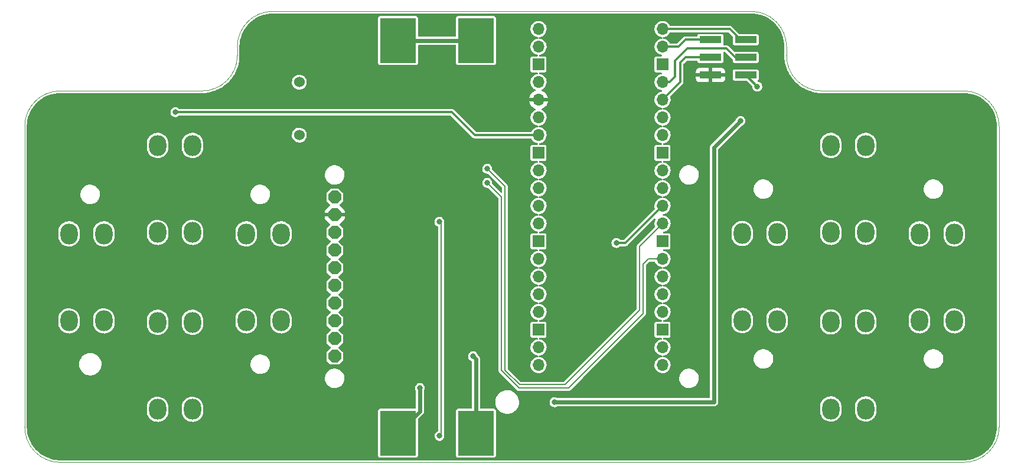
<source format=gbr>
%TF.GenerationSoftware,KiCad,Pcbnew,(6.0.0)*%
%TF.CreationDate,2022-08-16T21:22:32+02:00*%
%TF.ProjectId,pigame_pico,70696761-6d65-45f7-9069-636f2e6b6963,rev?*%
%TF.SameCoordinates,Original*%
%TF.FileFunction,Copper,L2,Bot*%
%TF.FilePolarity,Positive*%
%FSLAX46Y46*%
G04 Gerber Fmt 4.6, Leading zero omitted, Abs format (unit mm)*
G04 Created by KiCad (PCBNEW (6.0.0)) date 2022-08-16 21:22:32*
%MOMM*%
%LPD*%
G01*
G04 APERTURE LIST*
G04 Aperture macros list*
%AMOutline5P*
0 Free polygon, 5 corners , with rotation*
0 The origin of the aperture is its center*
0 number of corners: always 5*
0 $1 to $10 corner X, Y*
0 $11 Rotation angle, in degrees counterclockwise*
0 create outline with 5 corners*
4,1,5,$1,$2,$3,$4,$5,$6,$7,$8,$9,$10,$1,$2,$11*%
%AMOutline6P*
0 Free polygon, 6 corners , with rotation*
0 The origin of the aperture is its center*
0 number of corners: always 6*
0 $1 to $12 corner X, Y*
0 $13 Rotation angle, in degrees counterclockwise*
0 create outline with 6 corners*
4,1,6,$1,$2,$3,$4,$5,$6,$7,$8,$9,$10,$11,$12,$1,$2,$13*%
%AMOutline7P*
0 Free polygon, 7 corners , with rotation*
0 The origin of the aperture is its center*
0 number of corners: always 7*
0 $1 to $14 corner X, Y*
0 $15 Rotation angle, in degrees counterclockwise*
0 create outline with 7 corners*
4,1,7,$1,$2,$3,$4,$5,$6,$7,$8,$9,$10,$11,$12,$13,$14,$1,$2,$15*%
%AMOutline8P*
0 Free polygon, 8 corners , with rotation*
0 The origin of the aperture is its center*
0 number of corners: always 8*
0 $1 to $16 corner X, Y*
0 $17 Rotation angle, in degrees counterclockwise*
0 create outline with 8 corners*
4,1,8,$1,$2,$3,$4,$5,$6,$7,$8,$9,$10,$11,$12,$13,$14,$15,$16,$1,$2,$17*%
G04 Aperture macros list end*
%TA.AperFunction,Profile*%
%ADD10C,0.100000*%
%TD*%
%TA.AperFunction,ComponentPad*%
%ADD11C,1.524000*%
%TD*%
%TA.AperFunction,SMDPad,CuDef*%
%ADD12R,3.150000X1.000000*%
%TD*%
%TA.AperFunction,ComponentPad*%
%ADD13Outline8P,-0.900000X0.450000X-0.450000X0.900000X0.450000X0.900000X0.900000X0.450000X0.900000X-0.450000X0.450000X-0.900000X-0.450000X-0.900000X-0.900000X-0.450000X180.000000*%
%TD*%
%TA.AperFunction,ComponentPad*%
%ADD14O,2.500000X3.000000*%
%TD*%
%TA.AperFunction,SMDPad,CuDef*%
%ADD15R,5.100000X6.400000*%
%TD*%
%TA.AperFunction,ComponentPad*%
%ADD16O,1.700000X1.700000*%
%TD*%
%TA.AperFunction,ComponentPad*%
%ADD17R,1.700000X1.700000*%
%TD*%
%TA.AperFunction,ViaPad*%
%ADD18C,0.800000*%
%TD*%
%TA.AperFunction,Conductor*%
%ADD19C,0.300000*%
%TD*%
%TA.AperFunction,Conductor*%
%ADD20C,0.600000*%
%TD*%
%TA.AperFunction,Conductor*%
%ADD21C,0.200000*%
%TD*%
G04 APERTURE END LIST*
D10*
X196850002Y-71120002D02*
X217170000Y-71120000D01*
X118110000Y-59690000D02*
X152400000Y-59690000D01*
X186690000Y-59690000D02*
X152400000Y-59690000D01*
X82550000Y-119380000D02*
G75*
G03*
X87630000Y-124460000I5080002J2D01*
G01*
X87630000Y-71120000D02*
X107950002Y-71120002D01*
X152400000Y-124460000D02*
X217170000Y-124460000D01*
X222250000Y-119380000D02*
X222250000Y-76200000D01*
X191770000Y-64770000D02*
X191770002Y-66040002D01*
X217170000Y-124460000D02*
G75*
G03*
X222250000Y-119380000I-2J5080002D01*
G01*
X113030000Y-64770000D02*
X113030002Y-66040002D01*
X107950002Y-71120002D02*
G75*
G03*
X113030002Y-66040002I-2J5080002D01*
G01*
X191770000Y-64770000D02*
G75*
G03*
X186690000Y-59690000I-5080002J-2D01*
G01*
X191770002Y-66040002D02*
G75*
G03*
X196850002Y-71120002I5080002J2D01*
G01*
X222250000Y-76200000D02*
G75*
G03*
X217170000Y-71120000I-5080002J-2D01*
G01*
X82550000Y-76200000D02*
X82550000Y-119380000D01*
X87630000Y-71120000D02*
G75*
G03*
X82550000Y-76200000I2J-5080002D01*
G01*
X118110000Y-59690000D02*
G75*
G03*
X113030000Y-64770000I2J-5080002D01*
G01*
X152400000Y-124460000D02*
X87630000Y-124460000D01*
D11*
%TO.P,LS1,1,1*%
%TO.N,Net-(LS1-Pad1)*%
X121920000Y-77460000D03*
%TO.P,LS1,2,2*%
%TO.N,Net-(LS1-Pad2)*%
X121920000Y-69860000D03*
%TD*%
D12*
%TO.P,J2,1,Pin_1*%
%TO.N,GPIO0*%
X185913000Y-63754000D03*
%TO.P,J2,2,Pin_2*%
%TO.N,GPIO1*%
X180863000Y-63754000D03*
%TO.P,J2,3,Pin_3*%
%TO.N,GPIO2*%
X185913000Y-66294000D03*
%TO.P,J2,4,Pin_4*%
%TO.N,GPIO3*%
X180863000Y-66294000D03*
%TO.P,J2,5,Pin_5*%
%TO.N,GND*%
X185913000Y-68834000D03*
%TO.P,J2,6,Pin_6*%
%TO.N,+3V3*%
X180863000Y-68834000D03*
%TD*%
D13*
%TO.P,U1,1,LITE*%
%TO.N,LITE*%
X127000000Y-109220000D03*
%TO.P,U1,2,MISO*%
%TO.N,MISO*%
X127000000Y-106680000D03*
%TO.P,U1,3,SCK*%
%TO.N,SCK*%
X127000000Y-104140000D03*
%TO.P,U1,4,MOSI*%
%TO.N,MOSI*%
X127000000Y-101600000D03*
%TO.P,U1,5,TFT_CS*%
%TO.N,TFT_CS*%
X127000000Y-99060000D03*
%TO.P,U1,6,CARD_CS*%
%TO.N,CARD_CS*%
X127000000Y-96520000D03*
%TO.P,U1,7,D/C*%
%TO.N,D{slash}C*%
X127000000Y-93980000D03*
%TO.P,U1,8,RESET*%
%TO.N,RESET*%
X127000000Y-91440000D03*
%TO.P,U1,9,VCC*%
%TO.N,+3V3*%
X127000000Y-88900000D03*
%TO.P,U1,10,GND*%
%TO.N,GND*%
X127000000Y-86360000D03*
%TD*%
D14*
%TO.P,SW4,1,1*%
%TO.N,BTN_D*%
X114300000Y-104140000D03*
X114300000Y-91640000D03*
%TO.P,SW4,2,2*%
%TO.N,GND*%
X119300000Y-91640000D03*
X119300000Y-104140000D03*
%TD*%
%TO.P,SW8,1,1*%
%TO.N,BTN_L*%
X210820000Y-91640000D03*
X210820000Y-104140000D03*
%TO.P,SW8,2,2*%
%TO.N,GND*%
X215820000Y-91640000D03*
X215820000Y-104140000D03*
%TD*%
%TO.P,SW3,1,1*%
%TO.N,BTN_S*%
X101600000Y-116840000D03*
X101600000Y-104340000D03*
%TO.P,SW3,2,2*%
%TO.N,GND*%
X106600000Y-116840000D03*
X106600000Y-104340000D03*
%TD*%
%TO.P,SW5,1,1*%
%TO.N,BTN_I*%
X198120000Y-91440000D03*
X198120000Y-78940000D03*
%TO.P,SW5,2,2*%
%TO.N,GND*%
X203120000Y-78940000D03*
X203120000Y-91440000D03*
%TD*%
%TO.P,SW7,1,1*%
%TO.N,BTN_K*%
X198120000Y-116790000D03*
X198120000Y-104290000D03*
%TO.P,SW7,2,2*%
%TO.N,GND*%
X203120000Y-104290000D03*
X203120000Y-116790000D03*
%TD*%
%TO.P,SW1,1,1*%
%TO.N,BTN_W*%
X101600000Y-78940000D03*
X101600000Y-91440000D03*
%TO.P,SW1,2,2*%
%TO.N,GND*%
X106600000Y-78940000D03*
X106600000Y-91440000D03*
%TD*%
%TO.P,SW2,1,1*%
%TO.N,BTN_A*%
X88900000Y-104140000D03*
X88900000Y-91640000D03*
%TO.P,SW2,2,2*%
%TO.N,GND*%
X93900000Y-104140000D03*
X93900000Y-91640000D03*
%TD*%
%TO.P,SW6,1,1*%
%TO.N,BTN_J*%
X185420000Y-104090000D03*
X185420000Y-91590000D03*
%TO.P,SW6,2,2*%
%TO.N,GND*%
X190420000Y-104090000D03*
X190420000Y-91590000D03*
%TD*%
D15*
%TO.P,J1,1,Pin_1*%
%TO.N,GND*%
X147244000Y-120269000D03*
%TO.P,J1,2,Pin_2*%
%TO.N,Net-(J1-Pad2)*%
X147244000Y-63881000D03*
%TO.P,J1,3,Pin_3*%
X136068000Y-63881000D03*
%TO.P,J1,4,Pin_4*%
%TO.N,Net-(J1-Pad4)*%
X136068000Y-120269000D03*
%TD*%
D16*
%TO.P,U5,40,VBUS*%
%TO.N,+5V*%
X156210000Y-62230000D03*
%TO.P,U5,39,VSYS*%
%TO.N,Net-(C4-Pad1)*%
X156210000Y-64770000D03*
D17*
%TO.P,U5,38,GND*%
%TO.N,GND*%
X156210000Y-67310000D03*
D16*
%TO.P,U5,37,3V3_EN*%
%TO.N,unconnected-(U5-Pad37)*%
X156210000Y-69850000D03*
%TO.P,U5,36,3V3*%
%TO.N,+3V3*%
X156210000Y-72390000D03*
%TO.P,U5,35,ADC_VREF*%
%TO.N,unconnected-(U5-Pad35)*%
X156210000Y-74930000D03*
%TO.P,U5,34,GPIO28_ADC2*%
%TO.N,LED_L*%
X156210000Y-77470000D03*
D17*
%TO.P,U5,33,AGND*%
%TO.N,GND*%
X156210000Y-80010000D03*
D16*
%TO.P,U5,32,GPIO27_ADC1*%
%TO.N,unconnected-(U5-Pad32)*%
X156210000Y-82550000D03*
%TO.P,U5,31,GPIO26_ADC0*%
%TO.N,RESET*%
X156210000Y-85090000D03*
%TO.P,U5,30,RUN*%
%TO.N,unconnected-(U5-Pad30)*%
X156210000Y-87630000D03*
%TO.P,U5,29,GPIO22*%
%TO.N,D{slash}C*%
X156210000Y-90170000D03*
D17*
%TO.P,U5,28,GND*%
%TO.N,GND*%
X156210000Y-92710000D03*
D16*
%TO.P,U5,27,GPIO21*%
%TO.N,CARD_CS*%
X156210000Y-95250000D03*
%TO.P,U5,26,GPIO20*%
%TO.N,TFT_CS*%
X156210000Y-97790000D03*
%TO.P,U5,25,GPIO19*%
%TO.N,MOSI*%
X156210000Y-100330000D03*
%TO.P,U5,24,GPIO18*%
%TO.N,SCK*%
X156210000Y-102870000D03*
D17*
%TO.P,U5,23,GND*%
%TO.N,GND*%
X156210000Y-105410000D03*
D16*
%TO.P,U5,22,GPIO17*%
%TO.N,LITE*%
X156210000Y-107950000D03*
%TO.P,U5,21,GPIO16*%
%TO.N,MISO*%
X156210000Y-110490000D03*
%TO.P,U5,20,GPIO15*%
%TO.N,BTN_L*%
X173990000Y-110490000D03*
%TO.P,U5,19,GPIO14*%
%TO.N,BTN_K*%
X173990000Y-107950000D03*
D17*
%TO.P,U5,18,GND*%
%TO.N,GND*%
X173990000Y-105410000D03*
D16*
%TO.P,U5,17,GPIO13*%
%TO.N,BTN_J*%
X173990000Y-102870000D03*
%TO.P,U5,16,GPIO12*%
%TO.N,BTN_I*%
X173990000Y-100330000D03*
%TO.P,U5,15,GPIO11*%
%TO.N,LRCLK*%
X173990000Y-97790000D03*
%TO.P,U5,14,GPIO10*%
%TO.N,BCLK*%
X173990000Y-95250000D03*
D17*
%TO.P,U5,13,GND*%
%TO.N,GND*%
X173990000Y-92710000D03*
D16*
%TO.P,U5,12,GPIO9*%
%TO.N,DIN*%
X173990000Y-90170000D03*
%TO.P,U5,11,GPIO8*%
%TO.N,BTN_D*%
X173990000Y-87630000D03*
%TO.P,U5,10,GPIO7*%
%TO.N,BTN_S*%
X173990000Y-85090000D03*
%TO.P,U5,9,GPIO6*%
%TO.N,BTN_A*%
X173990000Y-82550000D03*
D17*
%TO.P,U5,8,GND*%
%TO.N,GND*%
X173990000Y-80010000D03*
D16*
%TO.P,U5,7,GPIO5*%
%TO.N,BTN_W*%
X173990000Y-77470000D03*
%TO.P,U5,6,GPIO4*%
%TO.N,LED_R*%
X173990000Y-74930000D03*
%TO.P,U5,5,GPIO3*%
%TO.N,GPIO3*%
X173990000Y-72390000D03*
%TO.P,U5,4,GPIO2*%
%TO.N,GPIO2*%
X173990000Y-69850000D03*
D17*
%TO.P,U5,3,GND*%
%TO.N,GND*%
X173990000Y-67310000D03*
D16*
%TO.P,U5,2,GPIO1*%
%TO.N,GPIO1*%
X173990000Y-64770000D03*
%TO.P,U5,1,GPIO0*%
%TO.N,GPIO0*%
X173990000Y-62230000D03*
%TD*%
D18*
%TO.N,GND*%
X187579000Y-70485000D03*
%TO.N,+3V3*%
X124968000Y-70612000D03*
X114808000Y-79248000D03*
%TO.N,GND*%
X146812000Y-109220000D03*
%TO.N,LED_L*%
X104140000Y-74168000D03*
%TO.N,BTN_D*%
X167373500Y-92964000D03*
%TO.N,DIN*%
X148844000Y-82296000D03*
%TO.N,LRCLK*%
X142007977Y-120662500D03*
X141986000Y-89916000D03*
%TO.N,BCLK*%
X148844000Y-84328000D03*
%TO.N,Net-(J1-Pad4)*%
X185166000Y-75438000D03*
X139192000Y-113792000D03*
X158496000Y-115824000D03*
%TD*%
D19*
%TO.N,LED_L*%
X143764000Y-74168000D02*
X104140000Y-74168000D01*
X147066000Y-77470000D02*
X143764000Y-74168000D01*
X156210000Y-77470000D02*
X147066000Y-77470000D01*
%TO.N,GPIO1*%
X177292000Y-63754000D02*
X176276000Y-64770000D01*
X176276000Y-64770000D02*
X173990000Y-64770000D01*
X180101000Y-63754000D02*
X177292000Y-63754000D01*
%TO.N,GND*%
X185928000Y-68834000D02*
X187579000Y-70485000D01*
X185151000Y-68834000D02*
X185928000Y-68834000D01*
D20*
%TO.N,Net-(J1-Pad4)*%
X181356000Y-115824000D02*
X181356000Y-79248000D01*
X158496000Y-115824000D02*
X181356000Y-115824000D01*
X181356000Y-79248000D02*
X185166000Y-75438000D01*
D19*
%TO.N,GPIO3*%
X176530000Y-69850000D02*
X173990000Y-72390000D01*
X177292000Y-66294000D02*
X176530000Y-67056000D01*
X176530000Y-67056000D02*
X176530000Y-69850000D01*
X180101000Y-66294000D02*
X177292000Y-66294000D01*
%TO.N,GPIO2*%
X175006000Y-69850000D02*
X173990000Y-69850000D01*
X175768000Y-69088000D02*
X175006000Y-69850000D01*
X175768000Y-66802000D02*
X175768000Y-69088000D01*
X177546000Y-65024000D02*
X175768000Y-66802000D01*
X183134000Y-65024000D02*
X177546000Y-65024000D01*
X184404000Y-66294000D02*
X183134000Y-65024000D01*
X185151000Y-66294000D02*
X184404000Y-66294000D01*
%TO.N,GPIO0*%
X183627000Y-62230000D02*
X185151000Y-63754000D01*
X173990000Y-62230000D02*
X183627000Y-62230000D01*
D20*
%TO.N,GND*%
X147244000Y-109652000D02*
X146812000Y-109220000D01*
X147244000Y-120269000D02*
X147244000Y-109652000D01*
%TO.N,Net-(J1-Pad2)*%
X136068000Y-63881000D02*
X147244000Y-63881000D01*
D19*
%TO.N,BTN_D*%
X173990000Y-87630000D02*
X168656000Y-92964000D01*
X168656000Y-92964000D02*
X167373500Y-92964000D01*
D21*
%TO.N,DIN*%
X148844000Y-82296000D02*
X151384000Y-84836000D01*
X160020000Y-113284000D02*
X170688000Y-102616000D01*
X151384000Y-84836000D02*
X151384000Y-111195006D01*
X170688000Y-93472000D02*
X173990000Y-90170000D01*
X170688000Y-102616000D02*
X170688000Y-93472000D01*
X151384000Y-111195006D02*
X153472994Y-113284000D01*
X153472994Y-113284000D02*
X160020000Y-113284000D01*
%TO.N,LRCLK*%
X142007977Y-120662500D02*
X142240000Y-120430477D01*
X142240000Y-90170000D02*
X141986000Y-89916000D01*
X142240000Y-120430477D02*
X142240000Y-90170000D01*
%TO.N,BCLK*%
X171196000Y-96012000D02*
X171958000Y-95250000D01*
X150876000Y-86360000D02*
X150876000Y-111252000D01*
X171958000Y-95250000D02*
X173990000Y-95250000D01*
X148844000Y-84328000D02*
X150876000Y-86360000D01*
X160528000Y-113792000D02*
X171196000Y-103124000D01*
X150876000Y-111252000D02*
X153416000Y-113792000D01*
X153416000Y-113792000D02*
X160528000Y-113792000D01*
X171196000Y-103124000D02*
X171196000Y-96012000D01*
D20*
%TO.N,Net-(J1-Pad4)*%
X139192000Y-113792000D02*
X139192000Y-117145000D01*
X139192000Y-117145000D02*
X136068000Y-120269000D01*
%TD*%
%TA.AperFunction,Conductor*%
%TO.N,+3V3*%
G36*
X186674608Y-59991914D02*
G01*
X186690000Y-59994628D01*
X186700856Y-59992714D01*
X186706611Y-59992714D01*
X186724821Y-59991521D01*
X187037716Y-60005181D01*
X187101109Y-60007949D01*
X187112057Y-60008907D01*
X187514595Y-60061902D01*
X187525399Y-60063808D01*
X187921790Y-60151686D01*
X187932400Y-60154529D01*
X188319612Y-60276617D01*
X188329927Y-60280370D01*
X188705048Y-60435750D01*
X188714992Y-60440388D01*
X189041110Y-60610154D01*
X189075117Y-60627857D01*
X189084635Y-60633352D01*
X189095097Y-60640017D01*
X189427050Y-60851495D01*
X189436054Y-60857799D01*
X189726807Y-61080901D01*
X189758165Y-61104963D01*
X189766582Y-61112027D01*
X189986275Y-61313337D01*
X190065914Y-61386313D01*
X190073683Y-61394082D01*
X190286462Y-61626290D01*
X190347971Y-61693415D01*
X190355034Y-61701832D01*
X190418415Y-61784431D01*
X190602201Y-62023946D01*
X190608505Y-62032950D01*
X190826647Y-62375363D01*
X190832142Y-62384882D01*
X190998785Y-62704998D01*
X191019608Y-62744999D01*
X191024250Y-62754952D01*
X191145225Y-63047012D01*
X191179627Y-63130066D01*
X191183383Y-63140388D01*
X191290987Y-63481663D01*
X191305471Y-63527599D01*
X191308314Y-63538210D01*
X191396192Y-63934601D01*
X191398098Y-63945405D01*
X191447772Y-64322720D01*
X191451093Y-64347942D01*
X191452051Y-64358892D01*
X191468479Y-64735179D01*
X191467286Y-64753389D01*
X191467286Y-64759144D01*
X191465372Y-64770000D01*
X191467286Y-64780855D01*
X191467286Y-64780857D01*
X191468086Y-64785394D01*
X191470000Y-64807272D01*
X191470002Y-66002731D01*
X191468088Y-66024608D01*
X191465374Y-66040002D01*
X191465411Y-66040209D01*
X191465828Y-66050296D01*
X191465828Y-66050297D01*
X191470469Y-66162494D01*
X191483793Y-66484659D01*
X191538841Y-66926278D01*
X191630170Y-67361843D01*
X191757155Y-67788379D01*
X191758102Y-67790806D01*
X191899453Y-68153055D01*
X191918930Y-68202971D01*
X191932557Y-68230846D01*
X192113240Y-68600441D01*
X192113246Y-68600453D01*
X192114388Y-68602788D01*
X192115720Y-68605024D01*
X192115722Y-68605027D01*
X192340860Y-68982858D01*
X192340867Y-68982869D01*
X192342196Y-68985099D01*
X192343711Y-68987220D01*
X192343713Y-68987224D01*
X192525379Y-69241662D01*
X192600797Y-69347291D01*
X192888424Y-69686892D01*
X193203112Y-70001580D01*
X193542713Y-70289207D01*
X193544828Y-70290717D01*
X193837099Y-70499395D01*
X193904905Y-70547808D01*
X193907135Y-70549137D01*
X193907146Y-70549144D01*
X194284977Y-70774282D01*
X194287216Y-70775616D01*
X194289551Y-70776758D01*
X194289563Y-70776764D01*
X194614543Y-70935636D01*
X194687033Y-70971074D01*
X194689462Y-70972022D01*
X194689467Y-70972024D01*
X194956680Y-71076291D01*
X195101625Y-71132849D01*
X195104115Y-71133590D01*
X195104117Y-71133591D01*
X195406264Y-71223544D01*
X195528161Y-71259834D01*
X195963726Y-71351163D01*
X196405345Y-71406211D01*
X196608962Y-71414632D01*
X196837621Y-71424090D01*
X196837623Y-71424090D01*
X196849795Y-71424593D01*
X196850002Y-71424630D01*
X196860931Y-71422703D01*
X196865394Y-71421916D01*
X196887273Y-71420002D01*
X217132729Y-71420000D01*
X217154608Y-71421914D01*
X217170000Y-71424628D01*
X217180856Y-71422714D01*
X217186611Y-71422714D01*
X217204821Y-71421521D01*
X217517716Y-71435181D01*
X217581109Y-71437949D01*
X217592057Y-71438907D01*
X217994595Y-71491902D01*
X218005399Y-71493808D01*
X218401790Y-71581686D01*
X218412400Y-71584529D01*
X218799612Y-71706617D01*
X218809927Y-71710370D01*
X219185048Y-71865750D01*
X219194992Y-71870388D01*
X219362341Y-71957504D01*
X219555117Y-72057857D01*
X219564637Y-72063353D01*
X219907050Y-72281495D01*
X219916054Y-72287799D01*
X220238165Y-72534963D01*
X220246582Y-72542027D01*
X220519868Y-72792446D01*
X220545914Y-72816313D01*
X220553683Y-72824082D01*
X220802868Y-73096020D01*
X220827971Y-73123415D01*
X220835037Y-73131835D01*
X221082201Y-73453946D01*
X221088505Y-73462950D01*
X221171747Y-73593613D01*
X221289300Y-73778133D01*
X221306647Y-73805363D01*
X221312142Y-73814882D01*
X221488198Y-74153080D01*
X221499608Y-74174999D01*
X221504250Y-74184952D01*
X221659627Y-74560066D01*
X221663383Y-74570388D01*
X221775604Y-74926305D01*
X221785471Y-74957599D01*
X221788314Y-74968210D01*
X221876192Y-75364601D01*
X221878098Y-75375405D01*
X221917629Y-75675676D01*
X221931093Y-75777942D01*
X221932051Y-75788892D01*
X221948479Y-76165179D01*
X221947286Y-76183389D01*
X221947286Y-76189144D01*
X221945372Y-76200000D01*
X221947286Y-76210855D01*
X221948086Y-76215392D01*
X221950000Y-76237271D01*
X221950000Y-119342729D01*
X221948086Y-119364608D01*
X221945372Y-119380000D01*
X221947286Y-119390856D01*
X221947286Y-119396611D01*
X221948479Y-119414821D01*
X221932051Y-119791108D01*
X221931093Y-119802057D01*
X221879158Y-120196545D01*
X221878099Y-120204587D01*
X221876192Y-120215399D01*
X221788316Y-120611784D01*
X221785471Y-120622400D01*
X221663699Y-121008613D01*
X221663386Y-121009605D01*
X221659630Y-121019927D01*
X221517698Y-121362583D01*
X221504254Y-121395039D01*
X221499608Y-121405001D01*
X221312143Y-121765117D01*
X221306647Y-121774637D01*
X221088505Y-122117050D01*
X221082201Y-122126054D01*
X220835037Y-122448165D01*
X220827971Y-122456585D01*
X220553687Y-122755914D01*
X220545914Y-122763687D01*
X220246585Y-123037971D01*
X220238165Y-123045037D01*
X219916054Y-123292201D01*
X219907050Y-123298505D01*
X219569348Y-123513646D01*
X219564637Y-123516647D01*
X219555118Y-123522142D01*
X219194992Y-123709612D01*
X219185048Y-123714250D01*
X218809927Y-123869630D01*
X218799612Y-123873383D01*
X218412401Y-123995471D01*
X218401790Y-123998314D01*
X218005399Y-124086192D01*
X217994595Y-124088098D01*
X217592058Y-124141093D01*
X217581109Y-124142051D01*
X217517716Y-124144819D01*
X217204821Y-124158479D01*
X217186611Y-124157286D01*
X217180856Y-124157286D01*
X217170000Y-124155372D01*
X217159145Y-124157286D01*
X217154608Y-124158086D01*
X217132729Y-124160000D01*
X87667271Y-124160000D01*
X87645392Y-124158086D01*
X87640855Y-124157286D01*
X87630000Y-124155372D01*
X87619144Y-124157286D01*
X87613389Y-124157286D01*
X87595179Y-124158479D01*
X87282284Y-124144819D01*
X87218891Y-124142051D01*
X87207942Y-124141093D01*
X86805405Y-124088098D01*
X86794601Y-124086192D01*
X86398210Y-123998314D01*
X86387599Y-123995471D01*
X86000388Y-123873383D01*
X85990073Y-123869630D01*
X85614952Y-123714250D01*
X85605008Y-123709612D01*
X85244882Y-123522142D01*
X85235363Y-123516647D01*
X85230653Y-123513646D01*
X133217500Y-123513646D01*
X133220618Y-123539846D01*
X133266061Y-123642153D01*
X133345287Y-123721241D01*
X133355924Y-123725944D01*
X133355926Y-123725945D01*
X133415462Y-123752265D01*
X133447673Y-123766506D01*
X133473354Y-123769500D01*
X138662646Y-123769500D01*
X138666350Y-123769059D01*
X138666353Y-123769059D01*
X138673746Y-123768179D01*
X138688846Y-123766382D01*
X138791153Y-123720939D01*
X138802465Y-123709608D01*
X138862023Y-123649945D01*
X138870241Y-123641713D01*
X138915506Y-123539327D01*
X138918500Y-123513646D01*
X144393500Y-123513646D01*
X144396618Y-123539846D01*
X144442061Y-123642153D01*
X144521287Y-123721241D01*
X144531924Y-123725944D01*
X144531926Y-123725945D01*
X144591462Y-123752265D01*
X144623673Y-123766506D01*
X144649354Y-123769500D01*
X149838646Y-123769500D01*
X149842350Y-123769059D01*
X149842353Y-123769059D01*
X149849746Y-123768179D01*
X149864846Y-123766382D01*
X149967153Y-123720939D01*
X149978465Y-123709608D01*
X150038023Y-123649945D01*
X150046241Y-123641713D01*
X150091506Y-123539327D01*
X150094500Y-123513646D01*
X150094500Y-117024354D01*
X150091382Y-116998154D01*
X150045939Y-116895847D01*
X149966713Y-116816759D01*
X149956076Y-116812056D01*
X149956074Y-116812055D01*
X149896538Y-116785735D01*
X149864327Y-116771494D01*
X149838646Y-116768500D01*
X147970500Y-116768500D01*
X147902379Y-116748498D01*
X147855886Y-116694842D01*
X147844500Y-116642500D01*
X147844500Y-115709341D01*
X150011233Y-115709341D01*
X150011346Y-115714118D01*
X150015004Y-115869323D01*
X150017329Y-115967990D01*
X150018163Y-115972695D01*
X150051029Y-116158139D01*
X150062478Y-116222742D01*
X150064015Y-116227269D01*
X150064015Y-116227270D01*
X150085374Y-116290193D01*
X150145641Y-116467733D01*
X150264905Y-116697325D01*
X150417525Y-116906236D01*
X150599989Y-117089658D01*
X150603835Y-117092499D01*
X150603840Y-117092503D01*
X150748925Y-117199664D01*
X150808098Y-117243370D01*
X150812328Y-117245596D01*
X150812332Y-117245598D01*
X150998629Y-117343613D01*
X151037063Y-117363834D01*
X151281615Y-117448279D01*
X151536126Y-117494761D01*
X151618919Y-117499100D01*
X151780182Y-117499100D01*
X151782561Y-117498919D01*
X151782562Y-117498919D01*
X151967609Y-117484843D01*
X151967614Y-117484842D01*
X151972376Y-117484480D01*
X151977030Y-117483401D01*
X151977032Y-117483401D01*
X152171650Y-117438291D01*
X152224415Y-117426061D01*
X152464718Y-117330190D01*
X152687754Y-117199073D01*
X152691465Y-117196052D01*
X152691469Y-117196049D01*
X152806141Y-117102691D01*
X196569500Y-117102691D01*
X196569702Y-117105199D01*
X196569702Y-117105204D01*
X196580819Y-117243370D01*
X196584466Y-117288702D01*
X196585671Y-117293610D01*
X196585672Y-117293613D01*
X196623662Y-117448279D01*
X196643982Y-117531006D01*
X196645957Y-117535658D01*
X196645958Y-117535662D01*
X196739495Y-117756022D01*
X196741471Y-117760677D01*
X196874427Y-117971808D01*
X196877772Y-117975602D01*
X197017722Y-118134344D01*
X197039428Y-118158965D01*
X197232230Y-118317334D01*
X197447872Y-118442840D01*
X197452595Y-118444653D01*
X197452597Y-118444654D01*
X197452652Y-118444675D01*
X197680805Y-118532255D01*
X197685751Y-118533288D01*
X197685757Y-118533290D01*
X197894509Y-118576900D01*
X197925039Y-118583278D01*
X197930088Y-118583507D01*
X197930094Y-118583508D01*
X198044046Y-118588682D01*
X198174288Y-118594596D01*
X198179308Y-118594015D01*
X198179312Y-118594015D01*
X198417110Y-118566501D01*
X198422140Y-118565919D01*
X198427011Y-118564540D01*
X198427014Y-118564540D01*
X198547509Y-118530443D01*
X198662219Y-118497983D01*
X198787217Y-118439696D01*
X198883766Y-118394675D01*
X198883770Y-118394673D01*
X198888348Y-118392538D01*
X199094710Y-118252294D01*
X199275994Y-118080862D01*
X199356472Y-117975602D01*
X199424460Y-117886677D01*
X199424461Y-117886676D01*
X199427538Y-117882651D01*
X199545443Y-117662761D01*
X199626674Y-117426848D01*
X199658366Y-117243370D01*
X199668467Y-117184893D01*
X199668468Y-117184887D01*
X199669142Y-117180983D01*
X199670313Y-117155204D01*
X199670436Y-117152497D01*
X199670436Y-117152478D01*
X199670500Y-117151078D01*
X199670500Y-117102691D01*
X201569500Y-117102691D01*
X201569702Y-117105199D01*
X201569702Y-117105204D01*
X201580819Y-117243370D01*
X201584466Y-117288702D01*
X201585671Y-117293610D01*
X201585672Y-117293613D01*
X201623662Y-117448279D01*
X201643982Y-117531006D01*
X201645957Y-117535658D01*
X201645958Y-117535662D01*
X201739495Y-117756022D01*
X201741471Y-117760677D01*
X201874427Y-117971808D01*
X201877772Y-117975602D01*
X202017722Y-118134344D01*
X202039428Y-118158965D01*
X202232230Y-118317334D01*
X202447872Y-118442840D01*
X202452595Y-118444653D01*
X202452597Y-118444654D01*
X202452652Y-118444675D01*
X202680805Y-118532255D01*
X202685751Y-118533288D01*
X202685757Y-118533290D01*
X202894509Y-118576900D01*
X202925039Y-118583278D01*
X202930088Y-118583507D01*
X202930094Y-118583508D01*
X203044046Y-118588682D01*
X203174288Y-118594596D01*
X203179308Y-118594015D01*
X203179312Y-118594015D01*
X203417110Y-118566501D01*
X203422140Y-118565919D01*
X203427011Y-118564540D01*
X203427014Y-118564540D01*
X203547509Y-118530443D01*
X203662219Y-118497983D01*
X203787217Y-118439696D01*
X203883766Y-118394675D01*
X203883770Y-118394673D01*
X203888348Y-118392538D01*
X204094710Y-118252294D01*
X204275994Y-118080862D01*
X204356472Y-117975602D01*
X204424460Y-117886677D01*
X204424461Y-117886676D01*
X204427538Y-117882651D01*
X204545443Y-117662761D01*
X204626674Y-117426848D01*
X204658366Y-117243370D01*
X204668467Y-117184893D01*
X204668468Y-117184887D01*
X204669142Y-117180983D01*
X204670313Y-117155204D01*
X204670436Y-117152497D01*
X204670436Y-117152478D01*
X204670500Y-117151078D01*
X204670500Y-116477309D01*
X204669365Y-116463205D01*
X204655940Y-116296339D01*
X204655939Y-116296334D01*
X204655534Y-116291298D01*
X204654008Y-116285083D01*
X204597225Y-116053908D01*
X204596018Y-116048994D01*
X204567056Y-115980762D01*
X204500505Y-115823978D01*
X204500505Y-115823977D01*
X204498529Y-115819323D01*
X204365573Y-115608192D01*
X204310440Y-115545656D01*
X204203920Y-115424832D01*
X204203917Y-115424829D01*
X204200572Y-115421035D01*
X204007770Y-115262666D01*
X203792128Y-115137160D01*
X203787405Y-115135347D01*
X203787403Y-115135346D01*
X203605344Y-115065460D01*
X203559195Y-115047745D01*
X203554249Y-115046712D01*
X203554243Y-115046710D01*
X203319915Y-114997757D01*
X203319916Y-114997757D01*
X203314961Y-114996722D01*
X203309912Y-114996493D01*
X203309906Y-114996492D01*
X203195954Y-114991318D01*
X203065712Y-114985404D01*
X203060692Y-114985985D01*
X203060688Y-114985985D01*
X202822890Y-115013499D01*
X202817860Y-115014081D01*
X202812989Y-115015460D01*
X202812986Y-115015460D01*
X202741694Y-115035634D01*
X202577781Y-115082017D01*
X202473508Y-115130640D01*
X202356234Y-115185325D01*
X202356230Y-115185327D01*
X202351652Y-115187462D01*
X202347471Y-115190304D01*
X202347470Y-115190304D01*
X202327157Y-115204109D01*
X202145290Y-115327706D01*
X201964006Y-115499138D01*
X201960928Y-115503164D01*
X201960927Y-115503165D01*
X201844040Y-115656047D01*
X201812462Y-115697349D01*
X201694557Y-115917239D01*
X201613326Y-116153152D01*
X201601306Y-116222742D01*
X201571882Y-116393091D01*
X201570858Y-116399017D01*
X201570678Y-116402978D01*
X201570678Y-116402979D01*
X201569652Y-116425578D01*
X201569500Y-116428922D01*
X201569500Y-117102691D01*
X199670500Y-117102691D01*
X199670500Y-116477309D01*
X199669365Y-116463205D01*
X199655940Y-116296339D01*
X199655939Y-116296334D01*
X199655534Y-116291298D01*
X199654008Y-116285083D01*
X199597225Y-116053908D01*
X199596018Y-116048994D01*
X199567056Y-115980762D01*
X199500505Y-115823978D01*
X199500505Y-115823977D01*
X199498529Y-115819323D01*
X199365573Y-115608192D01*
X199310440Y-115545656D01*
X199203920Y-115424832D01*
X199203917Y-115424829D01*
X199200572Y-115421035D01*
X199007770Y-115262666D01*
X198792128Y-115137160D01*
X198787405Y-115135347D01*
X198787403Y-115135346D01*
X198605344Y-115065460D01*
X198559195Y-115047745D01*
X198554249Y-115046712D01*
X198554243Y-115046710D01*
X198319915Y-114997757D01*
X198319916Y-114997757D01*
X198314961Y-114996722D01*
X198309912Y-114996493D01*
X198309906Y-114996492D01*
X198195954Y-114991318D01*
X198065712Y-114985404D01*
X198060692Y-114985985D01*
X198060688Y-114985985D01*
X197822890Y-115013499D01*
X197817860Y-115014081D01*
X197812989Y-115015460D01*
X197812986Y-115015460D01*
X197741694Y-115035634D01*
X197577781Y-115082017D01*
X197473508Y-115130640D01*
X197356234Y-115185325D01*
X197356230Y-115185327D01*
X197351652Y-115187462D01*
X197347471Y-115190304D01*
X197347470Y-115190304D01*
X197327157Y-115204109D01*
X197145290Y-115327706D01*
X196964006Y-115499138D01*
X196960928Y-115503164D01*
X196960927Y-115503165D01*
X196844040Y-115656047D01*
X196812462Y-115697349D01*
X196694557Y-115917239D01*
X196613326Y-116153152D01*
X196601306Y-116222742D01*
X196571882Y-116393091D01*
X196570858Y-116399017D01*
X196570678Y-116402978D01*
X196570678Y-116402979D01*
X196569652Y-116425578D01*
X196569500Y-116428922D01*
X196569500Y-117102691D01*
X152806141Y-117102691D01*
X152884679Y-117038751D01*
X152888391Y-117035729D01*
X153062013Y-116843915D01*
X153111835Y-116768500D01*
X153201984Y-116632040D01*
X153204622Y-116628047D01*
X153249902Y-116529828D01*
X153310932Y-116397443D01*
X153310933Y-116397440D01*
X153312938Y-116393091D01*
X153384468Y-116144455D01*
X153387725Y-116119211D01*
X153416956Y-115892596D01*
X153417567Y-115887859D01*
X153415888Y-115816611D01*
X157790394Y-115816611D01*
X157808999Y-115985135D01*
X157832368Y-116048994D01*
X157863254Y-116133392D01*
X157867266Y-116144356D01*
X157961830Y-116285083D01*
X157967442Y-116290190D01*
X157967445Y-116290193D01*
X158081612Y-116394077D01*
X158081616Y-116394080D01*
X158087233Y-116399191D01*
X158093906Y-116402814D01*
X158093910Y-116402817D01*
X158229558Y-116476467D01*
X158229560Y-116476468D01*
X158236235Y-116480092D01*
X158243584Y-116482020D01*
X158392883Y-116521188D01*
X158392885Y-116521188D01*
X158400233Y-116523116D01*
X158486609Y-116524473D01*
X158562161Y-116525660D01*
X158562164Y-116525660D01*
X158569760Y-116525779D01*
X158577165Y-116524083D01*
X158577166Y-116524083D01*
X158637586Y-116510245D01*
X158735029Y-116487928D01*
X158834428Y-116437935D01*
X158891043Y-116424500D01*
X181308381Y-116424500D01*
X181324827Y-116425578D01*
X181356000Y-116429682D01*
X181364188Y-116428604D01*
X181395361Y-116424500D01*
X181492231Y-116411747D01*
X181512762Y-116409044D01*
X181658841Y-116348536D01*
X181784282Y-116252282D01*
X181880536Y-116126841D01*
X181941044Y-115980762D01*
X181956500Y-115863361D01*
X181961682Y-115824000D01*
X181957578Y-115792827D01*
X181956500Y-115776381D01*
X181956500Y-109534789D01*
X187063996Y-109534789D01*
X187072913Y-109772295D01*
X187121719Y-110004904D01*
X187123677Y-110009863D01*
X187123678Y-110009865D01*
X187172925Y-110134564D01*
X187209020Y-110225963D01*
X187211787Y-110230522D01*
X187211788Y-110230525D01*
X187251998Y-110296789D01*
X187332319Y-110429153D01*
X187335816Y-110433183D01*
X187440777Y-110554140D01*
X187488090Y-110608664D01*
X187492216Y-110612047D01*
X187492220Y-110612051D01*
X187556582Y-110664824D01*
X187671880Y-110759362D01*
X187676516Y-110762001D01*
X187676519Y-110762003D01*
X187777561Y-110819519D01*
X187878433Y-110876939D01*
X188101844Y-110958034D01*
X188107092Y-110958983D01*
X188331641Y-110999588D01*
X188331648Y-110999589D01*
X188335725Y-111000326D01*
X188353991Y-111001187D01*
X188359131Y-111001430D01*
X188359138Y-111001430D01*
X188360619Y-111001500D01*
X188527680Y-111001500D01*
X188610176Y-110994500D01*
X188699512Y-110986920D01*
X188699516Y-110986919D01*
X188704823Y-110986469D01*
X188709978Y-110985131D01*
X188709984Y-110985130D01*
X188929703Y-110928102D01*
X188929702Y-110928102D01*
X188934874Y-110926760D01*
X189074898Y-110863684D01*
X189146715Y-110831333D01*
X189146718Y-110831332D01*
X189151576Y-110829143D01*
X189348732Y-110696409D01*
X189369760Y-110676350D01*
X189440136Y-110609214D01*
X189520705Y-110532355D01*
X189662579Y-110341670D01*
X189770295Y-110129807D01*
X189791606Y-110061176D01*
X189839193Y-109907919D01*
X189840775Y-109902824D01*
X189848501Y-109844533D01*
X189871304Y-109672494D01*
X189871304Y-109672491D01*
X189872004Y-109667211D01*
X189867032Y-109534789D01*
X211447996Y-109534789D01*
X211456913Y-109772295D01*
X211505719Y-110004904D01*
X211507677Y-110009863D01*
X211507678Y-110009865D01*
X211556925Y-110134564D01*
X211593020Y-110225963D01*
X211595787Y-110230522D01*
X211595788Y-110230525D01*
X211635998Y-110296789D01*
X211716319Y-110429153D01*
X211719816Y-110433183D01*
X211824777Y-110554140D01*
X211872090Y-110608664D01*
X211876216Y-110612047D01*
X211876220Y-110612051D01*
X211940582Y-110664824D01*
X212055880Y-110759362D01*
X212060516Y-110762001D01*
X212060519Y-110762003D01*
X212161561Y-110819519D01*
X212262433Y-110876939D01*
X212485844Y-110958034D01*
X212491092Y-110958983D01*
X212715641Y-110999588D01*
X212715648Y-110999589D01*
X212719725Y-111000326D01*
X212737991Y-111001187D01*
X212743131Y-111001430D01*
X212743138Y-111001430D01*
X212744619Y-111001500D01*
X212911680Y-111001500D01*
X212994176Y-110994500D01*
X213083512Y-110986920D01*
X213083516Y-110986919D01*
X213088823Y-110986469D01*
X213093978Y-110985131D01*
X213093984Y-110985130D01*
X213313703Y-110928102D01*
X213313702Y-110928102D01*
X213318874Y-110926760D01*
X213458898Y-110863684D01*
X213530715Y-110831333D01*
X213530718Y-110831332D01*
X213535576Y-110829143D01*
X213732732Y-110696409D01*
X213753760Y-110676350D01*
X213824136Y-110609214D01*
X213904705Y-110532355D01*
X214046579Y-110341670D01*
X214154295Y-110129807D01*
X214175606Y-110061176D01*
X214223193Y-109907919D01*
X214224775Y-109902824D01*
X214232501Y-109844533D01*
X214255304Y-109672494D01*
X214255304Y-109672491D01*
X214256004Y-109667211D01*
X214247087Y-109429705D01*
X214198281Y-109197096D01*
X214174878Y-109137836D01*
X214112941Y-108981002D01*
X214112940Y-108981000D01*
X214110980Y-108976037D01*
X214052904Y-108880330D01*
X213990448Y-108777407D01*
X213987681Y-108772847D01*
X213944826Y-108723461D01*
X213835410Y-108597369D01*
X213835408Y-108597367D01*
X213831910Y-108593336D01*
X213827784Y-108589953D01*
X213827780Y-108589949D01*
X213652248Y-108446023D01*
X213648120Y-108442638D01*
X213643484Y-108439999D01*
X213643481Y-108439997D01*
X213450410Y-108330095D01*
X213441567Y-108325061D01*
X213218156Y-108243966D01*
X213212908Y-108243017D01*
X212988359Y-108202412D01*
X212988352Y-108202411D01*
X212984275Y-108201674D01*
X212966009Y-108200813D01*
X212960869Y-108200570D01*
X212960862Y-108200570D01*
X212959381Y-108200500D01*
X212792320Y-108200500D01*
X212709974Y-108207487D01*
X212620488Y-108215080D01*
X212620484Y-108215081D01*
X212615177Y-108215531D01*
X212610022Y-108216869D01*
X212610016Y-108216870D01*
X212498612Y-108245785D01*
X212385126Y-108275240D01*
X212287766Y-108319097D01*
X212173285Y-108370667D01*
X212173282Y-108370668D01*
X212168424Y-108372857D01*
X211971268Y-108505591D01*
X211967411Y-108509270D01*
X211967409Y-108509272D01*
X211909226Y-108564776D01*
X211799295Y-108669645D01*
X211657421Y-108860330D01*
X211549705Y-109072193D01*
X211548124Y-109077284D01*
X211548123Y-109077287D01*
X211507529Y-109208023D01*
X211479225Y-109299176D01*
X211447996Y-109534789D01*
X189867032Y-109534789D01*
X189863087Y-109429705D01*
X189814281Y-109197096D01*
X189790878Y-109137836D01*
X189728941Y-108981002D01*
X189728940Y-108981000D01*
X189726980Y-108976037D01*
X189668904Y-108880330D01*
X189606448Y-108777407D01*
X189603681Y-108772847D01*
X189560826Y-108723461D01*
X189451410Y-108597369D01*
X189451408Y-108597367D01*
X189447910Y-108593336D01*
X189443784Y-108589953D01*
X189443780Y-108589949D01*
X189268248Y-108446023D01*
X189264120Y-108442638D01*
X189259484Y-108439999D01*
X189259481Y-108439997D01*
X189066410Y-108330095D01*
X189057567Y-108325061D01*
X188834156Y-108243966D01*
X188828908Y-108243017D01*
X188604359Y-108202412D01*
X188604352Y-108202411D01*
X188600275Y-108201674D01*
X188582009Y-108200813D01*
X188576869Y-108200570D01*
X188576862Y-108200570D01*
X188575381Y-108200500D01*
X188408320Y-108200500D01*
X188325974Y-108207487D01*
X188236488Y-108215080D01*
X188236484Y-108215081D01*
X188231177Y-108215531D01*
X188226022Y-108216869D01*
X188226016Y-108216870D01*
X188114612Y-108245785D01*
X188001126Y-108275240D01*
X187903766Y-108319097D01*
X187789285Y-108370667D01*
X187789282Y-108370668D01*
X187784424Y-108372857D01*
X187587268Y-108505591D01*
X187583411Y-108509270D01*
X187583409Y-108509272D01*
X187525226Y-108564776D01*
X187415295Y-108669645D01*
X187273421Y-108860330D01*
X187165705Y-109072193D01*
X187164124Y-109077284D01*
X187164123Y-109077287D01*
X187123529Y-109208023D01*
X187095225Y-109299176D01*
X187063996Y-109534789D01*
X181956500Y-109534789D01*
X181956500Y-104402691D01*
X183869500Y-104402691D01*
X183869702Y-104405199D01*
X183869702Y-104405204D01*
X183880137Y-104534893D01*
X183884466Y-104588702D01*
X183885671Y-104593610D01*
X183885672Y-104593613D01*
X183928304Y-104767176D01*
X183943982Y-104831006D01*
X183945957Y-104835658D01*
X183945958Y-104835662D01*
X184026791Y-105026092D01*
X184041471Y-105060677D01*
X184174427Y-105271808D01*
X184191113Y-105290735D01*
X184317722Y-105434344D01*
X184339428Y-105458965D01*
X184532230Y-105617334D01*
X184747872Y-105742840D01*
X184752595Y-105744653D01*
X184752597Y-105744654D01*
X184871493Y-105790294D01*
X184980805Y-105832255D01*
X184985751Y-105833288D01*
X184985757Y-105833290D01*
X185194509Y-105876900D01*
X185225039Y-105883278D01*
X185230088Y-105883507D01*
X185230094Y-105883508D01*
X185344046Y-105888682D01*
X185474288Y-105894596D01*
X185479308Y-105894015D01*
X185479312Y-105894015D01*
X185717110Y-105866501D01*
X185722140Y-105865919D01*
X185727011Y-105864540D01*
X185727014Y-105864540D01*
X185884844Y-105819878D01*
X185962219Y-105797983D01*
X186146234Y-105712176D01*
X186183766Y-105694675D01*
X186183770Y-105694673D01*
X186188348Y-105692538D01*
X186394710Y-105552294D01*
X186575994Y-105380862D01*
X186636605Y-105301587D01*
X186724460Y-105186677D01*
X186724461Y-105186676D01*
X186727538Y-105182651D01*
X186845443Y-104962761D01*
X186926674Y-104726848D01*
X186962561Y-104519086D01*
X186968467Y-104484893D01*
X186968468Y-104484887D01*
X186969142Y-104480983D01*
X186970500Y-104451078D01*
X186970500Y-104402691D01*
X188869500Y-104402691D01*
X188869702Y-104405199D01*
X188869702Y-104405204D01*
X188880137Y-104534893D01*
X188884466Y-104588702D01*
X188885671Y-104593610D01*
X188885672Y-104593613D01*
X188928304Y-104767176D01*
X188943982Y-104831006D01*
X188945957Y-104835658D01*
X188945958Y-104835662D01*
X189026791Y-105026092D01*
X189041471Y-105060677D01*
X189174427Y-105271808D01*
X189191113Y-105290735D01*
X189317722Y-105434344D01*
X189339428Y-105458965D01*
X189532230Y-105617334D01*
X189747872Y-105742840D01*
X189752595Y-105744653D01*
X189752597Y-105744654D01*
X189871493Y-105790294D01*
X189980805Y-105832255D01*
X189985751Y-105833288D01*
X189985757Y-105833290D01*
X190194509Y-105876900D01*
X190225039Y-105883278D01*
X190230088Y-105883507D01*
X190230094Y-105883508D01*
X190344046Y-105888682D01*
X190474288Y-105894596D01*
X190479308Y-105894015D01*
X190479312Y-105894015D01*
X190717110Y-105866501D01*
X190722140Y-105865919D01*
X190727011Y-105864540D01*
X190727014Y-105864540D01*
X190884844Y-105819878D01*
X190962219Y-105797983D01*
X191146234Y-105712176D01*
X191183766Y-105694675D01*
X191183770Y-105694673D01*
X191188348Y-105692538D01*
X191394710Y-105552294D01*
X191575994Y-105380862D01*
X191636605Y-105301587D01*
X191724460Y-105186677D01*
X191724461Y-105186676D01*
X191727538Y-105182651D01*
X191845443Y-104962761D01*
X191926674Y-104726848D01*
X191948120Y-104602691D01*
X196569500Y-104602691D01*
X196569702Y-104605199D01*
X196569702Y-104605204D01*
X196582920Y-104769482D01*
X196584466Y-104788702D01*
X196585671Y-104793610D01*
X196585672Y-104793613D01*
X196605931Y-104876092D01*
X196643982Y-105031006D01*
X196645957Y-105035658D01*
X196645958Y-105035662D01*
X196727680Y-105228187D01*
X196741471Y-105260677D01*
X196874427Y-105471808D01*
X196882412Y-105480865D01*
X197017722Y-105634344D01*
X197039428Y-105658965D01*
X197043336Y-105662175D01*
X197043337Y-105662176D01*
X197052714Y-105669878D01*
X197232230Y-105817334D01*
X197447872Y-105942840D01*
X197452595Y-105944653D01*
X197452597Y-105944654D01*
X197452652Y-105944675D01*
X197680805Y-106032255D01*
X197685751Y-106033288D01*
X197685757Y-106033290D01*
X197868397Y-106071445D01*
X197925039Y-106083278D01*
X197930088Y-106083507D01*
X197930094Y-106083508D01*
X198044046Y-106088682D01*
X198174288Y-106094596D01*
X198179308Y-106094015D01*
X198179312Y-106094015D01*
X198417110Y-106066501D01*
X198422140Y-106065919D01*
X198427011Y-106064540D01*
X198427014Y-106064540D01*
X198547509Y-106030443D01*
X198662219Y-105997983D01*
X198838207Y-105915919D01*
X198883766Y-105894675D01*
X198883770Y-105894673D01*
X198888348Y-105892538D01*
X199094710Y-105752294D01*
X199275994Y-105580862D01*
X199295659Y-105555142D01*
X199424460Y-105386677D01*
X199424461Y-105386676D01*
X199427538Y-105382651D01*
X199545443Y-105162761D01*
X199626674Y-104926848D01*
X199654255Y-104767171D01*
X199668467Y-104684893D01*
X199668468Y-104684887D01*
X199669142Y-104680983D01*
X199669322Y-104677021D01*
X199670436Y-104652497D01*
X199670436Y-104652478D01*
X199670500Y-104651078D01*
X199670500Y-104602691D01*
X201569500Y-104602691D01*
X201569702Y-104605199D01*
X201569702Y-104605204D01*
X201582920Y-104769482D01*
X201584466Y-104788702D01*
X201585671Y-104793610D01*
X201585672Y-104793613D01*
X201605931Y-104876092D01*
X201643982Y-105031006D01*
X201645957Y-105035658D01*
X201645958Y-105035662D01*
X201727680Y-105228187D01*
X201741471Y-105260677D01*
X201874427Y-105471808D01*
X201882412Y-105480865D01*
X202017722Y-105634344D01*
X202039428Y-105658965D01*
X202043336Y-105662175D01*
X202043337Y-105662176D01*
X202052714Y-105669878D01*
X202232230Y-105817334D01*
X202447872Y-105942840D01*
X202452595Y-105944653D01*
X202452597Y-105944654D01*
X202452652Y-105944675D01*
X202680805Y-106032255D01*
X202685751Y-106033288D01*
X202685757Y-106033290D01*
X202868397Y-106071445D01*
X202925039Y-106083278D01*
X202930088Y-106083507D01*
X202930094Y-106083508D01*
X203044046Y-106088682D01*
X203174288Y-106094596D01*
X203179308Y-106094015D01*
X203179312Y-106094015D01*
X203417110Y-106066501D01*
X203422140Y-106065919D01*
X203427011Y-106064540D01*
X203427014Y-106064540D01*
X203547509Y-106030443D01*
X203662219Y-105997983D01*
X203838207Y-105915919D01*
X203883766Y-105894675D01*
X203883770Y-105894673D01*
X203888348Y-105892538D01*
X204094710Y-105752294D01*
X204275994Y-105580862D01*
X204295659Y-105555142D01*
X204424460Y-105386677D01*
X204424461Y-105386676D01*
X204427538Y-105382651D01*
X204545443Y-105162761D01*
X204626674Y-104926848D01*
X204654255Y-104767171D01*
X204668467Y-104684893D01*
X204668468Y-104684887D01*
X204669142Y-104680983D01*
X204669322Y-104677021D01*
X204670436Y-104652497D01*
X204670436Y-104652478D01*
X204670500Y-104651078D01*
X204670500Y-104452691D01*
X209269500Y-104452691D01*
X209269702Y-104455199D01*
X209269702Y-104455204D01*
X209281771Y-104605204D01*
X209284466Y-104638702D01*
X209285671Y-104643610D01*
X209285672Y-104643613D01*
X209321310Y-104788702D01*
X209343982Y-104881006D01*
X209345957Y-104885658D01*
X209345958Y-104885662D01*
X209380578Y-104967222D01*
X209441471Y-105110677D01*
X209574427Y-105321808D01*
X209577772Y-105325602D01*
X209721811Y-105488982D01*
X209739428Y-105508965D01*
X209932230Y-105667334D01*
X210147872Y-105792840D01*
X210152595Y-105794653D01*
X210152597Y-105794654D01*
X210218308Y-105819878D01*
X210380805Y-105882255D01*
X210385751Y-105883288D01*
X210385757Y-105883290D01*
X210594509Y-105926900D01*
X210625039Y-105933278D01*
X210630088Y-105933507D01*
X210630094Y-105933508D01*
X210744046Y-105938682D01*
X210874288Y-105944596D01*
X210879308Y-105944015D01*
X210879312Y-105944015D01*
X211117110Y-105916501D01*
X211122140Y-105915919D01*
X211127011Y-105914540D01*
X211127014Y-105914540D01*
X211284844Y-105869878D01*
X211362219Y-105847983D01*
X211485934Y-105790294D01*
X211583766Y-105744675D01*
X211583770Y-105744673D01*
X211588348Y-105742538D01*
X211794710Y-105602294D01*
X211975994Y-105430862D01*
X212056472Y-105325602D01*
X212124460Y-105236677D01*
X212124461Y-105236676D01*
X212127538Y-105232651D01*
X212245443Y-105012761D01*
X212326674Y-104776848D01*
X212369142Y-104530983D01*
X212369682Y-104519086D01*
X212370436Y-104502497D01*
X212370436Y-104502478D01*
X212370500Y-104501078D01*
X212370500Y-104452691D01*
X214269500Y-104452691D01*
X214269702Y-104455199D01*
X214269702Y-104455204D01*
X214281771Y-104605204D01*
X214284466Y-104638702D01*
X214285671Y-104643610D01*
X214285672Y-104643613D01*
X214321310Y-104788702D01*
X214343982Y-104881006D01*
X214345957Y-104885658D01*
X214345958Y-104885662D01*
X214380578Y-104967222D01*
X214441471Y-105110677D01*
X214574427Y-105321808D01*
X214577772Y-105325602D01*
X214721811Y-105488982D01*
X214739428Y-105508965D01*
X214932230Y-105667334D01*
X215147872Y-105792840D01*
X215152595Y-105794653D01*
X215152597Y-105794654D01*
X215218308Y-105819878D01*
X215380805Y-105882255D01*
X215385751Y-105883288D01*
X215385757Y-105883290D01*
X215594509Y-105926900D01*
X215625039Y-105933278D01*
X215630088Y-105933507D01*
X215630094Y-105933508D01*
X215744046Y-105938682D01*
X215874288Y-105944596D01*
X215879308Y-105944015D01*
X215879312Y-105944015D01*
X216117110Y-105916501D01*
X216122140Y-105915919D01*
X216127011Y-105914540D01*
X216127014Y-105914540D01*
X216284844Y-105869878D01*
X216362219Y-105847983D01*
X216485934Y-105790294D01*
X216583766Y-105744675D01*
X216583770Y-105744673D01*
X216588348Y-105742538D01*
X216794710Y-105602294D01*
X216975994Y-105430862D01*
X217056472Y-105325602D01*
X217124460Y-105236677D01*
X217124461Y-105236676D01*
X217127538Y-105232651D01*
X217245443Y-105012761D01*
X217326674Y-104776848D01*
X217369142Y-104530983D01*
X217369682Y-104519086D01*
X217370436Y-104502497D01*
X217370436Y-104502478D01*
X217370500Y-104501078D01*
X217370500Y-103827309D01*
X217370298Y-103824796D01*
X217355940Y-103646339D01*
X217355939Y-103646334D01*
X217355534Y-103641298D01*
X217354233Y-103635999D01*
X217297225Y-103403908D01*
X217296018Y-103398994D01*
X217290040Y-103384909D01*
X217200505Y-103173978D01*
X217200505Y-103173977D01*
X217198529Y-103169323D01*
X217065573Y-102958192D01*
X216976037Y-102856633D01*
X216903920Y-102774832D01*
X216903917Y-102774829D01*
X216900572Y-102771035D01*
X216890384Y-102762666D01*
X216798828Y-102687462D01*
X216707770Y-102612666D01*
X216492128Y-102487160D01*
X216487405Y-102485347D01*
X216487403Y-102485346D01*
X216263915Y-102399557D01*
X216259195Y-102397745D01*
X216254249Y-102396712D01*
X216254243Y-102396710D01*
X216019915Y-102347757D01*
X216019916Y-102347757D01*
X216014961Y-102346722D01*
X216009912Y-102346493D01*
X216009906Y-102346492D01*
X215895954Y-102341318D01*
X215765712Y-102335404D01*
X215760692Y-102335985D01*
X215760688Y-102335985D01*
X215522890Y-102363499D01*
X215517860Y-102364081D01*
X215512989Y-102365460D01*
X215512986Y-102365460D01*
X215459342Y-102380640D01*
X215277781Y-102432017D01*
X215237610Y-102450749D01*
X215056234Y-102535325D01*
X215056230Y-102535327D01*
X215051652Y-102537462D01*
X214845290Y-102677706D01*
X214664006Y-102849138D01*
X214660928Y-102853164D01*
X214660927Y-102853165D01*
X214551984Y-102995656D01*
X214512462Y-103047349D01*
X214394557Y-103267239D01*
X214313326Y-103503152D01*
X214306212Y-103544338D01*
X214274085Y-103730336D01*
X214270858Y-103749017D01*
X214270678Y-103752978D01*
X214270678Y-103752979D01*
X214270182Y-103763910D01*
X214269500Y-103778922D01*
X214269500Y-104452691D01*
X212370500Y-104452691D01*
X212370500Y-103827309D01*
X212370298Y-103824796D01*
X212355940Y-103646339D01*
X212355939Y-103646334D01*
X212355534Y-103641298D01*
X212354233Y-103635999D01*
X212297225Y-103403908D01*
X212296018Y-103398994D01*
X212290040Y-103384909D01*
X212200505Y-103173978D01*
X212200505Y-103173977D01*
X212198529Y-103169323D01*
X212065573Y-102958192D01*
X211976037Y-102856633D01*
X211903920Y-102774832D01*
X211903917Y-102774829D01*
X211900572Y-102771035D01*
X211890384Y-102762666D01*
X211798828Y-102687462D01*
X211707770Y-102612666D01*
X211492128Y-102487160D01*
X211487405Y-102485347D01*
X211487403Y-102485346D01*
X211263915Y-102399557D01*
X211259195Y-102397745D01*
X211254249Y-102396712D01*
X211254243Y-102396710D01*
X211019915Y-102347757D01*
X211019916Y-102347757D01*
X211014961Y-102346722D01*
X211009912Y-102346493D01*
X211009906Y-102346492D01*
X210895954Y-102341318D01*
X210765712Y-102335404D01*
X210760692Y-102335985D01*
X210760688Y-102335985D01*
X210522890Y-102363499D01*
X210517860Y-102364081D01*
X210512989Y-102365460D01*
X210512986Y-102365460D01*
X210459342Y-102380640D01*
X210277781Y-102432017D01*
X210237610Y-102450749D01*
X210056234Y-102535325D01*
X210056230Y-102535327D01*
X210051652Y-102537462D01*
X209845290Y-102677706D01*
X209664006Y-102849138D01*
X209660928Y-102853164D01*
X209660927Y-102853165D01*
X209551984Y-102995656D01*
X209512462Y-103047349D01*
X209394557Y-103267239D01*
X209313326Y-103503152D01*
X209306212Y-103544338D01*
X209274085Y-103730336D01*
X209270858Y-103749017D01*
X209270678Y-103752978D01*
X209270678Y-103752979D01*
X209270182Y-103763910D01*
X209269500Y-103778922D01*
X209269500Y-104452691D01*
X204670500Y-104452691D01*
X204670500Y-103977309D01*
X204669822Y-103968878D01*
X204655940Y-103796339D01*
X204655939Y-103796334D01*
X204655534Y-103791298D01*
X204652842Y-103780336D01*
X204597225Y-103553908D01*
X204596018Y-103548994D01*
X204588733Y-103531830D01*
X204500505Y-103323978D01*
X204500505Y-103323977D01*
X204498529Y-103319323D01*
X204365573Y-103108192D01*
X204308383Y-103043323D01*
X204203920Y-102924832D01*
X204203917Y-102924829D01*
X204200572Y-102921035D01*
X204007770Y-102762666D01*
X203792128Y-102637160D01*
X203787405Y-102635347D01*
X203787403Y-102635346D01*
X203605344Y-102565460D01*
X203559195Y-102547745D01*
X203554249Y-102546712D01*
X203554243Y-102546710D01*
X203319915Y-102497757D01*
X203319916Y-102497757D01*
X203314961Y-102496722D01*
X203309912Y-102496493D01*
X203309906Y-102496492D01*
X203195954Y-102491318D01*
X203065712Y-102485404D01*
X203060692Y-102485985D01*
X203060688Y-102485985D01*
X202822890Y-102513499D01*
X202817860Y-102514081D01*
X202812989Y-102515460D01*
X202812986Y-102515460D01*
X202703323Y-102546492D01*
X202577781Y-102582017D01*
X202470555Y-102632017D01*
X202356234Y-102685325D01*
X202356230Y-102685327D01*
X202351652Y-102687462D01*
X202145290Y-102827706D01*
X202042582Y-102924832D01*
X201973512Y-102990149D01*
X201964006Y-102999138D01*
X201960928Y-103003164D01*
X201960927Y-103003165D01*
X201827624Y-103177518D01*
X201812462Y-103197349D01*
X201694557Y-103417239D01*
X201613326Y-103653152D01*
X201591847Y-103777503D01*
X201573763Y-103882201D01*
X201570858Y-103899017D01*
X201570678Y-103902978D01*
X201570678Y-103902979D01*
X201569654Y-103925537D01*
X201569500Y-103928922D01*
X201569500Y-104602691D01*
X199670500Y-104602691D01*
X199670500Y-103977309D01*
X199669822Y-103968878D01*
X199655940Y-103796339D01*
X199655939Y-103796334D01*
X199655534Y-103791298D01*
X199652842Y-103780336D01*
X199597225Y-103553908D01*
X199596018Y-103548994D01*
X199588733Y-103531830D01*
X199500505Y-103323978D01*
X199500505Y-103323977D01*
X199498529Y-103319323D01*
X199365573Y-103108192D01*
X199308383Y-103043323D01*
X199203920Y-102924832D01*
X199203917Y-102924829D01*
X199200572Y-102921035D01*
X199007770Y-102762666D01*
X198792128Y-102637160D01*
X198787405Y-102635347D01*
X198787403Y-102635346D01*
X198605344Y-102565460D01*
X198559195Y-102547745D01*
X198554249Y-102546712D01*
X198554243Y-102546710D01*
X198319915Y-102497757D01*
X198319916Y-102497757D01*
X198314961Y-102496722D01*
X198309912Y-102496493D01*
X198309906Y-102496492D01*
X198195954Y-102491318D01*
X198065712Y-102485404D01*
X198060692Y-102485985D01*
X198060688Y-102485985D01*
X197822890Y-102513499D01*
X197817860Y-102514081D01*
X197812989Y-102515460D01*
X197812986Y-102515460D01*
X197703323Y-102546492D01*
X197577781Y-102582017D01*
X197470555Y-102632017D01*
X197356234Y-102685325D01*
X197356230Y-102685327D01*
X197351652Y-102687462D01*
X197145290Y-102827706D01*
X197042582Y-102924832D01*
X196973512Y-102990149D01*
X196964006Y-102999138D01*
X196960928Y-103003164D01*
X196960927Y-103003165D01*
X196827624Y-103177518D01*
X196812462Y-103197349D01*
X196694557Y-103417239D01*
X196613326Y-103653152D01*
X196591847Y-103777503D01*
X196573763Y-103882201D01*
X196570858Y-103899017D01*
X196570678Y-103902978D01*
X196570678Y-103902979D01*
X196569654Y-103925537D01*
X196569500Y-103928922D01*
X196569500Y-104602691D01*
X191948120Y-104602691D01*
X191962561Y-104519086D01*
X191968467Y-104484893D01*
X191968468Y-104484887D01*
X191969142Y-104480983D01*
X191970500Y-104451078D01*
X191970500Y-103777309D01*
X191969422Y-103763910D01*
X191955940Y-103596339D01*
X191955939Y-103596334D01*
X191955534Y-103591298D01*
X191944000Y-103544338D01*
X191897225Y-103353908D01*
X191896018Y-103348994D01*
X191892182Y-103339955D01*
X191800505Y-103123978D01*
X191800505Y-103123977D01*
X191798529Y-103119323D01*
X191665573Y-102908192D01*
X191579113Y-102810122D01*
X191503920Y-102724832D01*
X191503917Y-102724829D01*
X191500572Y-102721035D01*
X191307770Y-102562666D01*
X191092128Y-102437160D01*
X191087405Y-102435347D01*
X191087403Y-102435346D01*
X190905344Y-102365460D01*
X190859195Y-102347745D01*
X190854249Y-102346712D01*
X190854243Y-102346710D01*
X190619915Y-102297757D01*
X190619916Y-102297757D01*
X190614961Y-102296722D01*
X190609912Y-102296493D01*
X190609906Y-102296492D01*
X190495954Y-102291318D01*
X190365712Y-102285404D01*
X190360692Y-102285985D01*
X190360688Y-102285985D01*
X190122890Y-102313499D01*
X190117860Y-102314081D01*
X190112989Y-102315460D01*
X190112986Y-102315460D01*
X190041694Y-102335634D01*
X189877781Y-102382017D01*
X189790493Y-102422720D01*
X189656234Y-102485325D01*
X189656230Y-102485327D01*
X189651652Y-102487462D01*
X189445290Y-102627706D01*
X189264006Y-102799138D01*
X189260928Y-102803164D01*
X189260927Y-102803165D01*
X189127079Y-102978231D01*
X189112462Y-102997349D01*
X188994557Y-103217239D01*
X188913326Y-103453152D01*
X188901884Y-103519395D01*
X188872932Y-103687012D01*
X188870858Y-103699017D01*
X188869500Y-103728922D01*
X188869500Y-104402691D01*
X186970500Y-104402691D01*
X186970500Y-103777309D01*
X186969422Y-103763910D01*
X186955940Y-103596339D01*
X186955939Y-103596334D01*
X186955534Y-103591298D01*
X186944000Y-103544338D01*
X186897225Y-103353908D01*
X186896018Y-103348994D01*
X186892182Y-103339955D01*
X186800505Y-103123978D01*
X186800505Y-103123977D01*
X186798529Y-103119323D01*
X186665573Y-102908192D01*
X186579113Y-102810122D01*
X186503920Y-102724832D01*
X186503917Y-102724829D01*
X186500572Y-102721035D01*
X186307770Y-102562666D01*
X186092128Y-102437160D01*
X186087405Y-102435347D01*
X186087403Y-102435346D01*
X185905344Y-102365460D01*
X185859195Y-102347745D01*
X185854249Y-102346712D01*
X185854243Y-102346710D01*
X185619915Y-102297757D01*
X185619916Y-102297757D01*
X185614961Y-102296722D01*
X185609912Y-102296493D01*
X185609906Y-102296492D01*
X185495954Y-102291318D01*
X185365712Y-102285404D01*
X185360692Y-102285985D01*
X185360688Y-102285985D01*
X185122890Y-102313499D01*
X185117860Y-102314081D01*
X185112989Y-102315460D01*
X185112986Y-102315460D01*
X185041694Y-102335634D01*
X184877781Y-102382017D01*
X184790493Y-102422720D01*
X184656234Y-102485325D01*
X184656230Y-102485327D01*
X184651652Y-102487462D01*
X184445290Y-102627706D01*
X184264006Y-102799138D01*
X184260928Y-102803164D01*
X184260927Y-102803165D01*
X184127079Y-102978231D01*
X184112462Y-102997349D01*
X183994557Y-103217239D01*
X183913326Y-103453152D01*
X183901884Y-103519395D01*
X183872932Y-103687012D01*
X183870858Y-103699017D01*
X183869500Y-103728922D01*
X183869500Y-104402691D01*
X181956500Y-104402691D01*
X181956500Y-91902691D01*
X183869500Y-91902691D01*
X183869702Y-91905199D01*
X183869702Y-91905204D01*
X183883205Y-92073026D01*
X183884466Y-92088702D01*
X183885671Y-92093610D01*
X183885672Y-92093613D01*
X183905931Y-92176092D01*
X183943982Y-92331006D01*
X183945957Y-92335658D01*
X183945958Y-92335662D01*
X184027680Y-92528187D01*
X184041471Y-92560677D01*
X184174427Y-92771808D01*
X184189568Y-92788982D01*
X184317722Y-92934344D01*
X184339428Y-92958965D01*
X184343336Y-92962175D01*
X184343337Y-92962176D01*
X184352714Y-92969878D01*
X184532230Y-93117334D01*
X184747872Y-93242840D01*
X184752595Y-93244653D01*
X184752597Y-93244654D01*
X184798022Y-93262091D01*
X184980805Y-93332255D01*
X184985751Y-93333288D01*
X184985757Y-93333290D01*
X185147503Y-93367080D01*
X185225039Y-93383278D01*
X185230088Y-93383507D01*
X185230094Y-93383508D01*
X185344046Y-93388682D01*
X185474288Y-93394596D01*
X185479308Y-93394015D01*
X185479312Y-93394015D01*
X185717110Y-93366501D01*
X185722140Y-93365919D01*
X185727011Y-93364540D01*
X185727014Y-93364540D01*
X185855170Y-93328275D01*
X185962219Y-93297983D01*
X186081208Y-93242498D01*
X186183766Y-93194675D01*
X186183770Y-93194673D01*
X186188348Y-93192538D01*
X186394710Y-93052294D01*
X186575994Y-92880862D01*
X186619764Y-92823614D01*
X186724460Y-92686677D01*
X186724461Y-92686676D01*
X186727538Y-92682651D01*
X186845443Y-92462761D01*
X186926674Y-92226848D01*
X186954255Y-92067171D01*
X186968467Y-91984893D01*
X186968468Y-91984887D01*
X186969142Y-91980983D01*
X186969322Y-91977021D01*
X186970436Y-91952497D01*
X186970436Y-91952478D01*
X186970500Y-91951078D01*
X186970500Y-91902691D01*
X188869500Y-91902691D01*
X188869702Y-91905199D01*
X188869702Y-91905204D01*
X188883205Y-92073026D01*
X188884466Y-92088702D01*
X188885671Y-92093610D01*
X188885672Y-92093613D01*
X188905931Y-92176092D01*
X188943982Y-92331006D01*
X188945957Y-92335658D01*
X188945958Y-92335662D01*
X189027680Y-92528187D01*
X189041471Y-92560677D01*
X189174427Y-92771808D01*
X189189568Y-92788982D01*
X189317722Y-92934344D01*
X189339428Y-92958965D01*
X189343336Y-92962175D01*
X189343337Y-92962176D01*
X189352714Y-92969878D01*
X189532230Y-93117334D01*
X189747872Y-93242840D01*
X189752595Y-93244653D01*
X189752597Y-93244654D01*
X189798022Y-93262091D01*
X189980805Y-93332255D01*
X189985751Y-93333288D01*
X189985757Y-93333290D01*
X190147503Y-93367080D01*
X190225039Y-93383278D01*
X190230088Y-93383507D01*
X190230094Y-93383508D01*
X190344046Y-93388682D01*
X190474288Y-93394596D01*
X190479308Y-93394015D01*
X190479312Y-93394015D01*
X190717110Y-93366501D01*
X190722140Y-93365919D01*
X190727011Y-93364540D01*
X190727014Y-93364540D01*
X190855170Y-93328275D01*
X190962219Y-93297983D01*
X191081208Y-93242498D01*
X191183766Y-93194675D01*
X191183770Y-93194673D01*
X191188348Y-93192538D01*
X191394710Y-93052294D01*
X191575994Y-92880862D01*
X191619764Y-92823614D01*
X191724460Y-92686677D01*
X191724461Y-92686676D01*
X191727538Y-92682651D01*
X191845443Y-92462761D01*
X191926674Y-92226848D01*
X191954255Y-92067171D01*
X191968467Y-91984893D01*
X191968468Y-91984887D01*
X191969142Y-91980983D01*
X191969322Y-91977021D01*
X191970436Y-91952497D01*
X191970436Y-91952478D01*
X191970500Y-91951078D01*
X191970500Y-91752691D01*
X196569500Y-91752691D01*
X196569702Y-91755199D01*
X196569702Y-91755204D01*
X196581771Y-91905204D01*
X196584466Y-91938702D01*
X196585671Y-91943610D01*
X196585672Y-91943613D01*
X196621310Y-92088702D01*
X196643982Y-92181006D01*
X196645957Y-92185658D01*
X196645958Y-92185662D01*
X196678799Y-92263031D01*
X196741471Y-92410677D01*
X196874427Y-92621808D01*
X196882547Y-92631018D01*
X197021811Y-92788982D01*
X197039428Y-92808965D01*
X197232230Y-92967334D01*
X197447872Y-93092840D01*
X197452595Y-93094653D01*
X197452597Y-93094654D01*
X197512337Y-93117586D01*
X197680805Y-93182255D01*
X197685751Y-93183288D01*
X197685757Y-93183290D01*
X197893269Y-93226641D01*
X197925039Y-93233278D01*
X197930088Y-93233507D01*
X197930094Y-93233508D01*
X198044046Y-93238682D01*
X198174288Y-93244596D01*
X198179308Y-93244015D01*
X198179312Y-93244015D01*
X198417110Y-93216501D01*
X198422140Y-93215919D01*
X198427011Y-93214540D01*
X198427014Y-93214540D01*
X198584844Y-93169878D01*
X198662219Y-93147983D01*
X198785934Y-93090294D01*
X198883766Y-93044675D01*
X198883770Y-93044673D01*
X198888348Y-93042538D01*
X199094710Y-92902294D01*
X199275994Y-92730862D01*
X199356472Y-92625602D01*
X199424460Y-92536677D01*
X199424461Y-92536676D01*
X199427538Y-92532651D01*
X199545443Y-92312761D01*
X199626674Y-92076848D01*
X199669142Y-91830983D01*
X199669682Y-91819086D01*
X199670436Y-91802497D01*
X199670436Y-91802478D01*
X199670500Y-91801078D01*
X199670500Y-91752691D01*
X201569500Y-91752691D01*
X201569702Y-91755199D01*
X201569702Y-91755204D01*
X201581771Y-91905204D01*
X201584466Y-91938702D01*
X201585671Y-91943610D01*
X201585672Y-91943613D01*
X201621310Y-92088702D01*
X201643982Y-92181006D01*
X201645957Y-92185658D01*
X201645958Y-92185662D01*
X201678799Y-92263031D01*
X201741471Y-92410677D01*
X201874427Y-92621808D01*
X201882547Y-92631018D01*
X202021811Y-92788982D01*
X202039428Y-92808965D01*
X202232230Y-92967334D01*
X202447872Y-93092840D01*
X202452595Y-93094653D01*
X202452597Y-93094654D01*
X202512337Y-93117586D01*
X202680805Y-93182255D01*
X202685751Y-93183288D01*
X202685757Y-93183290D01*
X202893269Y-93226641D01*
X202925039Y-93233278D01*
X202930088Y-93233507D01*
X202930094Y-93233508D01*
X203044046Y-93238682D01*
X203174288Y-93244596D01*
X203179308Y-93244015D01*
X203179312Y-93244015D01*
X203417110Y-93216501D01*
X203422140Y-93215919D01*
X203427011Y-93214540D01*
X203427014Y-93214540D01*
X203584844Y-93169878D01*
X203662219Y-93147983D01*
X203785934Y-93090294D01*
X203883766Y-93044675D01*
X203883770Y-93044673D01*
X203888348Y-93042538D01*
X204094710Y-92902294D01*
X204275994Y-92730862D01*
X204356472Y-92625602D01*
X204424460Y-92536677D01*
X204424461Y-92536676D01*
X204427538Y-92532651D01*
X204545443Y-92312761D01*
X204626674Y-92076848D01*
X204648120Y-91952691D01*
X209269500Y-91952691D01*
X209269702Y-91955199D01*
X209269702Y-91955204D01*
X209280038Y-92083661D01*
X209284466Y-92138702D01*
X209285671Y-92143610D01*
X209285672Y-92143613D01*
X209297332Y-92191082D01*
X209343982Y-92381006D01*
X209345957Y-92385658D01*
X209345958Y-92385662D01*
X209437690Y-92601769D01*
X209441471Y-92610677D01*
X209574427Y-92821808D01*
X209577772Y-92825602D01*
X209693272Y-92956611D01*
X209739428Y-93008965D01*
X209932230Y-93167334D01*
X210147872Y-93292840D01*
X210152595Y-93294653D01*
X210152597Y-93294654D01*
X210245831Y-93330443D01*
X210380805Y-93382255D01*
X210385751Y-93383288D01*
X210385757Y-93383290D01*
X210555655Y-93418783D01*
X210625039Y-93433278D01*
X210630088Y-93433507D01*
X210630094Y-93433508D01*
X210744046Y-93438682D01*
X210874288Y-93444596D01*
X210879308Y-93444015D01*
X210879312Y-93444015D01*
X211117110Y-93416501D01*
X211122140Y-93415919D01*
X211127011Y-93414540D01*
X211127014Y-93414540D01*
X211247509Y-93380443D01*
X211362219Y-93347983D01*
X211491673Y-93287618D01*
X211583766Y-93244675D01*
X211583770Y-93244673D01*
X211588348Y-93242538D01*
X211597473Y-93236337D01*
X211679718Y-93180443D01*
X211794710Y-93102294D01*
X211975994Y-92930862D01*
X211995659Y-92905142D01*
X212124460Y-92736677D01*
X212124461Y-92736676D01*
X212127538Y-92732651D01*
X212245443Y-92512761D01*
X212326674Y-92276848D01*
X212362755Y-92067962D01*
X212368467Y-92034893D01*
X212368468Y-92034887D01*
X212369142Y-92030983D01*
X212370500Y-92001078D01*
X212370500Y-91952691D01*
X214269500Y-91952691D01*
X214269702Y-91955199D01*
X214269702Y-91955204D01*
X214280038Y-92083661D01*
X214284466Y-92138702D01*
X214285671Y-92143610D01*
X214285672Y-92143613D01*
X214297332Y-92191082D01*
X214343982Y-92381006D01*
X214345957Y-92385658D01*
X214345958Y-92385662D01*
X214437690Y-92601769D01*
X214441471Y-92610677D01*
X214574427Y-92821808D01*
X214577772Y-92825602D01*
X214693272Y-92956611D01*
X214739428Y-93008965D01*
X214932230Y-93167334D01*
X215147872Y-93292840D01*
X215152595Y-93294653D01*
X215152597Y-93294654D01*
X215245831Y-93330443D01*
X215380805Y-93382255D01*
X215385751Y-93383288D01*
X215385757Y-93383290D01*
X215555655Y-93418783D01*
X215625039Y-93433278D01*
X215630088Y-93433507D01*
X215630094Y-93433508D01*
X215744046Y-93438682D01*
X215874288Y-93444596D01*
X215879308Y-93444015D01*
X215879312Y-93444015D01*
X216117110Y-93416501D01*
X216122140Y-93415919D01*
X216127011Y-93414540D01*
X216127014Y-93414540D01*
X216247509Y-93380443D01*
X216362219Y-93347983D01*
X216491673Y-93287618D01*
X216583766Y-93244675D01*
X216583770Y-93244673D01*
X216588348Y-93242538D01*
X216597473Y-93236337D01*
X216679718Y-93180443D01*
X216794710Y-93102294D01*
X216975994Y-92930862D01*
X216995659Y-92905142D01*
X217124460Y-92736677D01*
X217124461Y-92736676D01*
X217127538Y-92732651D01*
X217245443Y-92512761D01*
X217326674Y-92276848D01*
X217362755Y-92067962D01*
X217368467Y-92034893D01*
X217368468Y-92034887D01*
X217369142Y-92030983D01*
X217370500Y-92001078D01*
X217370500Y-91327309D01*
X217370298Y-91324796D01*
X217355940Y-91146339D01*
X217355939Y-91146334D01*
X217355534Y-91141298D01*
X217349940Y-91118521D01*
X217297225Y-90903908D01*
X217296018Y-90898994D01*
X217276881Y-90853908D01*
X217200505Y-90673978D01*
X217200505Y-90673977D01*
X217198529Y-90669323D01*
X217065573Y-90458192D01*
X216975787Y-90356350D01*
X216903920Y-90274832D01*
X216903917Y-90274829D01*
X216900572Y-90271035D01*
X216707770Y-90112666D01*
X216492128Y-89987160D01*
X216487405Y-89985347D01*
X216487403Y-89985346D01*
X216348476Y-89932017D01*
X216259195Y-89897745D01*
X216254249Y-89896712D01*
X216254243Y-89896710D01*
X216019915Y-89847757D01*
X216019916Y-89847757D01*
X216014961Y-89846722D01*
X216009912Y-89846493D01*
X216009906Y-89846492D01*
X215895954Y-89841318D01*
X215765712Y-89835404D01*
X215760692Y-89835985D01*
X215760688Y-89835985D01*
X215522890Y-89863499D01*
X215517860Y-89864081D01*
X215512989Y-89865460D01*
X215512986Y-89865460D01*
X215459342Y-89880640D01*
X215277781Y-89932017D01*
X215164716Y-89984740D01*
X215056234Y-90035325D01*
X215056230Y-90035327D01*
X215051652Y-90037462D01*
X214845290Y-90177706D01*
X214664006Y-90349138D01*
X214660928Y-90353164D01*
X214660927Y-90353165D01*
X214580628Y-90458192D01*
X214512462Y-90547349D01*
X214394557Y-90767239D01*
X214313326Y-91003152D01*
X214291445Y-91129828D01*
X214274085Y-91230336D01*
X214270858Y-91249017D01*
X214270678Y-91252978D01*
X214270678Y-91252979D01*
X214270060Y-91266600D01*
X214269500Y-91278922D01*
X214269500Y-91952691D01*
X212370500Y-91952691D01*
X212370500Y-91327309D01*
X212370298Y-91324796D01*
X212355940Y-91146339D01*
X212355939Y-91146334D01*
X212355534Y-91141298D01*
X212349940Y-91118521D01*
X212297225Y-90903908D01*
X212296018Y-90898994D01*
X212276881Y-90853908D01*
X212200505Y-90673978D01*
X212200505Y-90673977D01*
X212198529Y-90669323D01*
X212065573Y-90458192D01*
X211975787Y-90356350D01*
X211903920Y-90274832D01*
X211903917Y-90274829D01*
X211900572Y-90271035D01*
X211707770Y-90112666D01*
X211492128Y-89987160D01*
X211487405Y-89985347D01*
X211487403Y-89985346D01*
X211348476Y-89932017D01*
X211259195Y-89897745D01*
X211254249Y-89896712D01*
X211254243Y-89896710D01*
X211019915Y-89847757D01*
X211019916Y-89847757D01*
X211014961Y-89846722D01*
X211009912Y-89846493D01*
X211009906Y-89846492D01*
X210895954Y-89841318D01*
X210765712Y-89835404D01*
X210760692Y-89835985D01*
X210760688Y-89835985D01*
X210522890Y-89863499D01*
X210517860Y-89864081D01*
X210512989Y-89865460D01*
X210512986Y-89865460D01*
X210459342Y-89880640D01*
X210277781Y-89932017D01*
X210164716Y-89984740D01*
X210056234Y-90035325D01*
X210056230Y-90035327D01*
X210051652Y-90037462D01*
X209845290Y-90177706D01*
X209664006Y-90349138D01*
X209660928Y-90353164D01*
X209660927Y-90353165D01*
X209580628Y-90458192D01*
X209512462Y-90547349D01*
X209394557Y-90767239D01*
X209313326Y-91003152D01*
X209291445Y-91129828D01*
X209274085Y-91230336D01*
X209270858Y-91249017D01*
X209270678Y-91252978D01*
X209270678Y-91252979D01*
X209270060Y-91266600D01*
X209269500Y-91278922D01*
X209269500Y-91952691D01*
X204648120Y-91952691D01*
X204669142Y-91830983D01*
X204669682Y-91819086D01*
X204670436Y-91802497D01*
X204670436Y-91802478D01*
X204670500Y-91801078D01*
X204670500Y-91127309D01*
X204670298Y-91124796D01*
X204655940Y-90946339D01*
X204655939Y-90946334D01*
X204655534Y-90941298D01*
X204654233Y-90935999D01*
X204597225Y-90703908D01*
X204596018Y-90698994D01*
X204585400Y-90673978D01*
X204500505Y-90473978D01*
X204500505Y-90473977D01*
X204498529Y-90469323D01*
X204365573Y-90258192D01*
X204284338Y-90166049D01*
X204203920Y-90074832D01*
X204203917Y-90074829D01*
X204200572Y-90071035D01*
X204190384Y-90062666D01*
X204098828Y-89987462D01*
X204007770Y-89912666D01*
X203792128Y-89787160D01*
X203787405Y-89785347D01*
X203787403Y-89785346D01*
X203563915Y-89699557D01*
X203559195Y-89697745D01*
X203554249Y-89696712D01*
X203554243Y-89696710D01*
X203319915Y-89647757D01*
X203319916Y-89647757D01*
X203314961Y-89646722D01*
X203309912Y-89646493D01*
X203309906Y-89646492D01*
X203195954Y-89641318D01*
X203065712Y-89635404D01*
X203060692Y-89635985D01*
X203060688Y-89635985D01*
X202822890Y-89663499D01*
X202817860Y-89664081D01*
X202812989Y-89665460D01*
X202812986Y-89665460D01*
X202752472Y-89682584D01*
X202577781Y-89732017D01*
X202537610Y-89750749D01*
X202356234Y-89835325D01*
X202356230Y-89835327D01*
X202351652Y-89837462D01*
X202145290Y-89977706D01*
X201964006Y-90149138D01*
X201960928Y-90153164D01*
X201960927Y-90153165D01*
X201851984Y-90295656D01*
X201812462Y-90347349D01*
X201694557Y-90567239D01*
X201613326Y-90803152D01*
X201606212Y-90844338D01*
X201580931Y-90990703D01*
X201570858Y-91049017D01*
X201570678Y-91052978D01*
X201570678Y-91052979D01*
X201570182Y-91063910D01*
X201569500Y-91078922D01*
X201569500Y-91752691D01*
X199670500Y-91752691D01*
X199670500Y-91127309D01*
X199670298Y-91124796D01*
X199655940Y-90946339D01*
X199655939Y-90946334D01*
X199655534Y-90941298D01*
X199654233Y-90935999D01*
X199597225Y-90703908D01*
X199596018Y-90698994D01*
X199585400Y-90673978D01*
X199500505Y-90473978D01*
X199500505Y-90473977D01*
X199498529Y-90469323D01*
X199365573Y-90258192D01*
X199284338Y-90166049D01*
X199203920Y-90074832D01*
X199203917Y-90074829D01*
X199200572Y-90071035D01*
X199190384Y-90062666D01*
X199098828Y-89987462D01*
X199007770Y-89912666D01*
X198792128Y-89787160D01*
X198787405Y-89785347D01*
X198787403Y-89785346D01*
X198563915Y-89699557D01*
X198559195Y-89697745D01*
X198554249Y-89696712D01*
X198554243Y-89696710D01*
X198319915Y-89647757D01*
X198319916Y-89647757D01*
X198314961Y-89646722D01*
X198309912Y-89646493D01*
X198309906Y-89646492D01*
X198195954Y-89641318D01*
X198065712Y-89635404D01*
X198060692Y-89635985D01*
X198060688Y-89635985D01*
X197822890Y-89663499D01*
X197817860Y-89664081D01*
X197812989Y-89665460D01*
X197812986Y-89665460D01*
X197752472Y-89682584D01*
X197577781Y-89732017D01*
X197537610Y-89750749D01*
X197356234Y-89835325D01*
X197356230Y-89835327D01*
X197351652Y-89837462D01*
X197145290Y-89977706D01*
X196964006Y-90149138D01*
X196960928Y-90153164D01*
X196960927Y-90153165D01*
X196851984Y-90295656D01*
X196812462Y-90347349D01*
X196694557Y-90567239D01*
X196613326Y-90803152D01*
X196606212Y-90844338D01*
X196580931Y-90990703D01*
X196570858Y-91049017D01*
X196570678Y-91052978D01*
X196570678Y-91052979D01*
X196570182Y-91063910D01*
X196569500Y-91078922D01*
X196569500Y-91752691D01*
X191970500Y-91752691D01*
X191970500Y-91277309D01*
X191969822Y-91268878D01*
X191955940Y-91096339D01*
X191955939Y-91096334D01*
X191955534Y-91091298D01*
X191952842Y-91080336D01*
X191897225Y-90853908D01*
X191896018Y-90848994D01*
X191888733Y-90831830D01*
X191800505Y-90623978D01*
X191800505Y-90623977D01*
X191798529Y-90619323D01*
X191665573Y-90408192D01*
X191604852Y-90339317D01*
X191503920Y-90224832D01*
X191503917Y-90224829D01*
X191500572Y-90221035D01*
X191307770Y-90062666D01*
X191092128Y-89937160D01*
X191087405Y-89935347D01*
X191087403Y-89935346D01*
X190905344Y-89865460D01*
X190859195Y-89847745D01*
X190854249Y-89846712D01*
X190854243Y-89846710D01*
X190619915Y-89797757D01*
X190619916Y-89797757D01*
X190614961Y-89796722D01*
X190609912Y-89796493D01*
X190609906Y-89796492D01*
X190495954Y-89791318D01*
X190365712Y-89785404D01*
X190360692Y-89785985D01*
X190360688Y-89785985D01*
X190122890Y-89813499D01*
X190117860Y-89814081D01*
X190112989Y-89815460D01*
X190112986Y-89815460D01*
X190003323Y-89846492D01*
X189877781Y-89882017D01*
X189796036Y-89920135D01*
X189656234Y-89985325D01*
X189656230Y-89985327D01*
X189651652Y-89987462D01*
X189445290Y-90127706D01*
X189264006Y-90299138D01*
X189260928Y-90303164D01*
X189260927Y-90303165D01*
X189121080Y-90486077D01*
X189112462Y-90497349D01*
X188994557Y-90717239D01*
X188913326Y-90953152D01*
X188906840Y-90990703D01*
X188873763Y-91182201D01*
X188870858Y-91199017D01*
X188870678Y-91202978D01*
X188870678Y-91202979D01*
X188869654Y-91225537D01*
X188869500Y-91228922D01*
X188869500Y-91902691D01*
X186970500Y-91902691D01*
X186970500Y-91277309D01*
X186969822Y-91268878D01*
X186955940Y-91096339D01*
X186955939Y-91096334D01*
X186955534Y-91091298D01*
X186952842Y-91080336D01*
X186897225Y-90853908D01*
X186896018Y-90848994D01*
X186888733Y-90831830D01*
X186800505Y-90623978D01*
X186800505Y-90623977D01*
X186798529Y-90619323D01*
X186665573Y-90408192D01*
X186604852Y-90339317D01*
X186503920Y-90224832D01*
X186503917Y-90224829D01*
X186500572Y-90221035D01*
X186307770Y-90062666D01*
X186092128Y-89937160D01*
X186087405Y-89935347D01*
X186087403Y-89935346D01*
X185905344Y-89865460D01*
X185859195Y-89847745D01*
X185854249Y-89846712D01*
X185854243Y-89846710D01*
X185619915Y-89797757D01*
X185619916Y-89797757D01*
X185614961Y-89796722D01*
X185609912Y-89796493D01*
X185609906Y-89796492D01*
X185495954Y-89791318D01*
X185365712Y-89785404D01*
X185360692Y-89785985D01*
X185360688Y-89785985D01*
X185122890Y-89813499D01*
X185117860Y-89814081D01*
X185112989Y-89815460D01*
X185112986Y-89815460D01*
X185003323Y-89846492D01*
X184877781Y-89882017D01*
X184796036Y-89920135D01*
X184656234Y-89985325D01*
X184656230Y-89985327D01*
X184651652Y-89987462D01*
X184445290Y-90127706D01*
X184264006Y-90299138D01*
X184260928Y-90303164D01*
X184260927Y-90303165D01*
X184121080Y-90486077D01*
X184112462Y-90497349D01*
X183994557Y-90717239D01*
X183913326Y-90953152D01*
X183906840Y-90990703D01*
X183873763Y-91182201D01*
X183870858Y-91199017D01*
X183870678Y-91202978D01*
X183870678Y-91202979D01*
X183869654Y-91225537D01*
X183869500Y-91228922D01*
X183869500Y-91902691D01*
X181956500Y-91902691D01*
X181956500Y-85150789D01*
X187063996Y-85150789D01*
X187064196Y-85156118D01*
X187064196Y-85156119D01*
X187064508Y-85164432D01*
X187072913Y-85388295D01*
X187121719Y-85620904D01*
X187123677Y-85625863D01*
X187123678Y-85625865D01*
X187173425Y-85751830D01*
X187209020Y-85841963D01*
X187211787Y-85846522D01*
X187211788Y-85846525D01*
X187251998Y-85912789D01*
X187332319Y-86045153D01*
X187335816Y-86049183D01*
X187457037Y-86188878D01*
X187488090Y-86224664D01*
X187492216Y-86228047D01*
X187492220Y-86228051D01*
X187615887Y-86329451D01*
X187671880Y-86375362D01*
X187676516Y-86378001D01*
X187676519Y-86378003D01*
X187777561Y-86435519D01*
X187878433Y-86492939D01*
X188101844Y-86574034D01*
X188107092Y-86574983D01*
X188331641Y-86615588D01*
X188331648Y-86615589D01*
X188335725Y-86616326D01*
X188353991Y-86617187D01*
X188359131Y-86617430D01*
X188359138Y-86617430D01*
X188360619Y-86617500D01*
X188527680Y-86617500D01*
X188610026Y-86610513D01*
X188699512Y-86602920D01*
X188699516Y-86602919D01*
X188704823Y-86602469D01*
X188709978Y-86601131D01*
X188709984Y-86601130D01*
X188929703Y-86544102D01*
X188929702Y-86544102D01*
X188934874Y-86542760D01*
X189078341Y-86478133D01*
X189146715Y-86447333D01*
X189146718Y-86447332D01*
X189151576Y-86445143D01*
X189348732Y-86312409D01*
X189520705Y-86148355D01*
X189662579Y-85957670D01*
X189770295Y-85745807D01*
X189774327Y-85732824D01*
X189839193Y-85523919D01*
X189840775Y-85518824D01*
X189861862Y-85359730D01*
X189871304Y-85288494D01*
X189871304Y-85288491D01*
X189872004Y-85283211D01*
X189871747Y-85276350D01*
X189867032Y-85150789D01*
X211447996Y-85150789D01*
X211448196Y-85156118D01*
X211448196Y-85156119D01*
X211448508Y-85164432D01*
X211456913Y-85388295D01*
X211505719Y-85620904D01*
X211507677Y-85625863D01*
X211507678Y-85625865D01*
X211557425Y-85751830D01*
X211593020Y-85841963D01*
X211595787Y-85846522D01*
X211595788Y-85846525D01*
X211635998Y-85912789D01*
X211716319Y-86045153D01*
X211719816Y-86049183D01*
X211841037Y-86188878D01*
X211872090Y-86224664D01*
X211876216Y-86228047D01*
X211876220Y-86228051D01*
X211999887Y-86329451D01*
X212055880Y-86375362D01*
X212060516Y-86378001D01*
X212060519Y-86378003D01*
X212161561Y-86435519D01*
X212262433Y-86492939D01*
X212485844Y-86574034D01*
X212491092Y-86574983D01*
X212715641Y-86615588D01*
X212715648Y-86615589D01*
X212719725Y-86616326D01*
X212737991Y-86617187D01*
X212743131Y-86617430D01*
X212743138Y-86617430D01*
X212744619Y-86617500D01*
X212911680Y-86617500D01*
X212994026Y-86610513D01*
X213083512Y-86602920D01*
X213083516Y-86602919D01*
X213088823Y-86602469D01*
X213093978Y-86601131D01*
X213093984Y-86601130D01*
X213313703Y-86544102D01*
X213313702Y-86544102D01*
X213318874Y-86542760D01*
X213462341Y-86478133D01*
X213530715Y-86447333D01*
X213530718Y-86447332D01*
X213535576Y-86445143D01*
X213732732Y-86312409D01*
X213904705Y-86148355D01*
X214046579Y-85957670D01*
X214154295Y-85745807D01*
X214158327Y-85732824D01*
X214223193Y-85523919D01*
X214224775Y-85518824D01*
X214245862Y-85359730D01*
X214255304Y-85288494D01*
X214255304Y-85288491D01*
X214256004Y-85283211D01*
X214255747Y-85276350D01*
X214247614Y-85059754D01*
X214247087Y-85045705D01*
X214198281Y-84813096D01*
X214196322Y-84808135D01*
X214112941Y-84597002D01*
X214112940Y-84597000D01*
X214110980Y-84592037D01*
X214107014Y-84585500D01*
X214002424Y-84413143D01*
X213987681Y-84388847D01*
X213831910Y-84209336D01*
X213827784Y-84205953D01*
X213827780Y-84205949D01*
X213652248Y-84062023D01*
X213648120Y-84058638D01*
X213643484Y-84055999D01*
X213643481Y-84055997D01*
X213513753Y-83982152D01*
X213441567Y-83941061D01*
X213218156Y-83859966D01*
X213212908Y-83859017D01*
X212988359Y-83818412D01*
X212988352Y-83818411D01*
X212984275Y-83817674D01*
X212966009Y-83816813D01*
X212960869Y-83816570D01*
X212960862Y-83816570D01*
X212959381Y-83816500D01*
X212792320Y-83816500D01*
X212709974Y-83823487D01*
X212620488Y-83831080D01*
X212620484Y-83831081D01*
X212615177Y-83831531D01*
X212610022Y-83832869D01*
X212610016Y-83832870D01*
X212476177Y-83867608D01*
X212385126Y-83891240D01*
X212319261Y-83920910D01*
X212173285Y-83986667D01*
X212173282Y-83986668D01*
X212168424Y-83988857D01*
X211971268Y-84121591D01*
X211799295Y-84285645D01*
X211657421Y-84476330D01*
X211549705Y-84688193D01*
X211548124Y-84693284D01*
X211548123Y-84693287D01*
X211480807Y-84910081D01*
X211479225Y-84915176D01*
X211447996Y-85150789D01*
X189867032Y-85150789D01*
X189863614Y-85059754D01*
X189863087Y-85045705D01*
X189814281Y-84813096D01*
X189812322Y-84808135D01*
X189728941Y-84597002D01*
X189728940Y-84597000D01*
X189726980Y-84592037D01*
X189723014Y-84585500D01*
X189618424Y-84413143D01*
X189603681Y-84388847D01*
X189447910Y-84209336D01*
X189443784Y-84205953D01*
X189443780Y-84205949D01*
X189268248Y-84062023D01*
X189264120Y-84058638D01*
X189259484Y-84055999D01*
X189259481Y-84055997D01*
X189129753Y-83982152D01*
X189057567Y-83941061D01*
X188834156Y-83859966D01*
X188828908Y-83859017D01*
X188604359Y-83818412D01*
X188604352Y-83818411D01*
X188600275Y-83817674D01*
X188582009Y-83816813D01*
X188576869Y-83816570D01*
X188576862Y-83816570D01*
X188575381Y-83816500D01*
X188408320Y-83816500D01*
X188325974Y-83823487D01*
X188236488Y-83831080D01*
X188236484Y-83831081D01*
X188231177Y-83831531D01*
X188226022Y-83832869D01*
X188226016Y-83832870D01*
X188092177Y-83867608D01*
X188001126Y-83891240D01*
X187935261Y-83920910D01*
X187789285Y-83986667D01*
X187789282Y-83986668D01*
X187784424Y-83988857D01*
X187587268Y-84121591D01*
X187415295Y-84285645D01*
X187273421Y-84476330D01*
X187165705Y-84688193D01*
X187164124Y-84693284D01*
X187164123Y-84693287D01*
X187096807Y-84910081D01*
X187095225Y-84915176D01*
X187063996Y-85150789D01*
X181956500Y-85150789D01*
X181956500Y-79548925D01*
X181976502Y-79480804D01*
X181993405Y-79459830D01*
X182200544Y-79252691D01*
X196569500Y-79252691D01*
X196569702Y-79255199D01*
X196569702Y-79255204D01*
X196576114Y-79334893D01*
X196584466Y-79438702D01*
X196585671Y-79443610D01*
X196585672Y-79443613D01*
X196617173Y-79571861D01*
X196643982Y-79681006D01*
X196741471Y-79910677D01*
X196874427Y-80121808D01*
X196877772Y-80125602D01*
X196967021Y-80226835D01*
X197039428Y-80308965D01*
X197232230Y-80467334D01*
X197447872Y-80592840D01*
X197452595Y-80594653D01*
X197452597Y-80594654D01*
X197585957Y-80645846D01*
X197680805Y-80682255D01*
X197685751Y-80683288D01*
X197685757Y-80683290D01*
X197894509Y-80726900D01*
X197925039Y-80733278D01*
X197930088Y-80733507D01*
X197930094Y-80733508D01*
X198044046Y-80738682D01*
X198174288Y-80744596D01*
X198179308Y-80744015D01*
X198179312Y-80744015D01*
X198417110Y-80716501D01*
X198422140Y-80715919D01*
X198427011Y-80714540D01*
X198427014Y-80714540D01*
X198547509Y-80680443D01*
X198662219Y-80647983D01*
X198785934Y-80590294D01*
X198883766Y-80544675D01*
X198883770Y-80544673D01*
X198888348Y-80542538D01*
X199094710Y-80402294D01*
X199275994Y-80230862D01*
X199356472Y-80125602D01*
X199424460Y-80036677D01*
X199424461Y-80036676D01*
X199427538Y-80032651D01*
X199545443Y-79812761D01*
X199626674Y-79576848D01*
X199669142Y-79330983D01*
X199670500Y-79301078D01*
X199670500Y-79252691D01*
X201569500Y-79252691D01*
X201569702Y-79255199D01*
X201569702Y-79255204D01*
X201576114Y-79334893D01*
X201584466Y-79438702D01*
X201585671Y-79443610D01*
X201585672Y-79443613D01*
X201617173Y-79571861D01*
X201643982Y-79681006D01*
X201741471Y-79910677D01*
X201874427Y-80121808D01*
X201877772Y-80125602D01*
X201967021Y-80226835D01*
X202039428Y-80308965D01*
X202232230Y-80467334D01*
X202447872Y-80592840D01*
X202452595Y-80594653D01*
X202452597Y-80594654D01*
X202585957Y-80645846D01*
X202680805Y-80682255D01*
X202685751Y-80683288D01*
X202685757Y-80683290D01*
X202894509Y-80726900D01*
X202925039Y-80733278D01*
X202930088Y-80733507D01*
X202930094Y-80733508D01*
X203044046Y-80738682D01*
X203174288Y-80744596D01*
X203179308Y-80744015D01*
X203179312Y-80744015D01*
X203417110Y-80716501D01*
X203422140Y-80715919D01*
X203427011Y-80714540D01*
X203427014Y-80714540D01*
X203547509Y-80680443D01*
X203662219Y-80647983D01*
X203785934Y-80590294D01*
X203883766Y-80544675D01*
X203883770Y-80544673D01*
X203888348Y-80542538D01*
X204094710Y-80402294D01*
X204275994Y-80230862D01*
X204356472Y-80125602D01*
X204424460Y-80036677D01*
X204424461Y-80036676D01*
X204427538Y-80032651D01*
X204545443Y-79812761D01*
X204626674Y-79576848D01*
X204669142Y-79330983D01*
X204670500Y-79301078D01*
X204670500Y-78627309D01*
X204670298Y-78624796D01*
X204655940Y-78446339D01*
X204655939Y-78446334D01*
X204655534Y-78441298D01*
X204654071Y-78435339D01*
X204597225Y-78203908D01*
X204596018Y-78198994D01*
X204562231Y-78119395D01*
X204500505Y-77973978D01*
X204500505Y-77973977D01*
X204498529Y-77969323D01*
X204365573Y-77758192D01*
X204305820Y-77690415D01*
X204203920Y-77574832D01*
X204203917Y-77574829D01*
X204200572Y-77571035D01*
X204007770Y-77412666D01*
X203792128Y-77287160D01*
X203787405Y-77285347D01*
X203787403Y-77285346D01*
X203563915Y-77199557D01*
X203559195Y-77197745D01*
X203554249Y-77196712D01*
X203554243Y-77196710D01*
X203319915Y-77147757D01*
X203319916Y-77147757D01*
X203314961Y-77146722D01*
X203309912Y-77146493D01*
X203309906Y-77146492D01*
X203195954Y-77141318D01*
X203065712Y-77135404D01*
X203060692Y-77135985D01*
X203060688Y-77135985D01*
X202822890Y-77163499D01*
X202817860Y-77164081D01*
X202812989Y-77165460D01*
X202812986Y-77165460D01*
X202702782Y-77196645D01*
X202577781Y-77232017D01*
X202518972Y-77259440D01*
X202356234Y-77335325D01*
X202356230Y-77335327D01*
X202351652Y-77337462D01*
X202145290Y-77477706D01*
X201964006Y-77649138D01*
X201960928Y-77653164D01*
X201960927Y-77653165D01*
X201880628Y-77758192D01*
X201812462Y-77847349D01*
X201694557Y-78067239D01*
X201613326Y-78303152D01*
X201602778Y-78364218D01*
X201574591Y-78527407D01*
X201570858Y-78549017D01*
X201570678Y-78552978D01*
X201570678Y-78552979D01*
X201570060Y-78566600D01*
X201569500Y-78578922D01*
X201569500Y-79252691D01*
X199670500Y-79252691D01*
X199670500Y-78627309D01*
X199670298Y-78624796D01*
X199655940Y-78446339D01*
X199655939Y-78446334D01*
X199655534Y-78441298D01*
X199654071Y-78435339D01*
X199597225Y-78203908D01*
X199596018Y-78198994D01*
X199562231Y-78119395D01*
X199500505Y-77973978D01*
X199500505Y-77973977D01*
X199498529Y-77969323D01*
X199365573Y-77758192D01*
X199305820Y-77690415D01*
X199203920Y-77574832D01*
X199203917Y-77574829D01*
X199200572Y-77571035D01*
X199007770Y-77412666D01*
X198792128Y-77287160D01*
X198787405Y-77285347D01*
X198787403Y-77285346D01*
X198563915Y-77199557D01*
X198559195Y-77197745D01*
X198554249Y-77196712D01*
X198554243Y-77196710D01*
X198319915Y-77147757D01*
X198319916Y-77147757D01*
X198314961Y-77146722D01*
X198309912Y-77146493D01*
X198309906Y-77146492D01*
X198195954Y-77141318D01*
X198065712Y-77135404D01*
X198060692Y-77135985D01*
X198060688Y-77135985D01*
X197822890Y-77163499D01*
X197817860Y-77164081D01*
X197812989Y-77165460D01*
X197812986Y-77165460D01*
X197702782Y-77196645D01*
X197577781Y-77232017D01*
X197518972Y-77259440D01*
X197356234Y-77335325D01*
X197356230Y-77335327D01*
X197351652Y-77337462D01*
X197145290Y-77477706D01*
X196964006Y-77649138D01*
X196960928Y-77653164D01*
X196960927Y-77653165D01*
X196880628Y-77758192D01*
X196812462Y-77847349D01*
X196694557Y-78067239D01*
X196613326Y-78303152D01*
X196602778Y-78364218D01*
X196574591Y-78527407D01*
X196570858Y-78549017D01*
X196570678Y-78552978D01*
X196570678Y-78552979D01*
X196570060Y-78566600D01*
X196569500Y-78578922D01*
X196569500Y-79252691D01*
X182200544Y-79252691D01*
X185309715Y-76143520D01*
X185370680Y-76109795D01*
X185397628Y-76103623D01*
X185405029Y-76101928D01*
X185556498Y-76025747D01*
X185685423Y-75915634D01*
X185784361Y-75777947D01*
X185847601Y-75620634D01*
X185854877Y-75569511D01*
X185870909Y-75456862D01*
X185870909Y-75456859D01*
X185871490Y-75452778D01*
X185871645Y-75438000D01*
X185851276Y-75269680D01*
X185791345Y-75111077D01*
X185695312Y-74971349D01*
X185689119Y-74965831D01*
X185574392Y-74863612D01*
X185574388Y-74863610D01*
X185568721Y-74858560D01*
X185507264Y-74826020D01*
X185496776Y-74820467D01*
X185418881Y-74779224D01*
X185254441Y-74737919D01*
X185246843Y-74737879D01*
X185246841Y-74737879D01*
X185169668Y-74737475D01*
X185084895Y-74737031D01*
X185077508Y-74738805D01*
X185077504Y-74738805D01*
X184992727Y-74759159D01*
X184920032Y-74776612D01*
X184913288Y-74780093D01*
X184913285Y-74780094D01*
X184819470Y-74828516D01*
X184769369Y-74854375D01*
X184763647Y-74859367D01*
X184763645Y-74859368D01*
X184723924Y-74894019D01*
X184641604Y-74965831D01*
X184544113Y-75104547D01*
X184541354Y-75111623D01*
X184541352Y-75111627D01*
X184485910Y-75253828D01*
X184457612Y-75297153D01*
X180965062Y-78789703D01*
X180952672Y-78800570D01*
X180927718Y-78819718D01*
X180831464Y-78945159D01*
X180770956Y-79091238D01*
X180750318Y-79248000D01*
X180751396Y-79256188D01*
X180754422Y-79279173D01*
X180755500Y-79295619D01*
X180755500Y-115097500D01*
X180735498Y-115165621D01*
X180681842Y-115212114D01*
X180629500Y-115223500D01*
X158890243Y-115223500D01*
X158831287Y-115208856D01*
X158748881Y-115165224D01*
X158584441Y-115123919D01*
X158576843Y-115123879D01*
X158576841Y-115123879D01*
X158499668Y-115123475D01*
X158414895Y-115123031D01*
X158407508Y-115124805D01*
X158407504Y-115124805D01*
X158264162Y-115159220D01*
X158250032Y-115162612D01*
X158243288Y-115166093D01*
X158243285Y-115166094D01*
X158109153Y-115235325D01*
X158099369Y-115240375D01*
X158093647Y-115245367D01*
X158093645Y-115245368D01*
X158022069Y-115307808D01*
X157971604Y-115351831D01*
X157950970Y-115381190D01*
X157885158Y-115474832D01*
X157874113Y-115490547D01*
X157812524Y-115648513D01*
X157811532Y-115656046D01*
X157811532Y-115656047D01*
X157798925Y-115751813D01*
X157790394Y-115816611D01*
X153415888Y-115816611D01*
X153411471Y-115629210D01*
X153366322Y-115374458D01*
X153283159Y-115129467D01*
X153163895Y-114899875D01*
X153011275Y-114690964D01*
X152828811Y-114507542D01*
X152824965Y-114504701D01*
X152824960Y-114504697D01*
X152624554Y-114356675D01*
X152624553Y-114356674D01*
X152620702Y-114353830D01*
X152616472Y-114351604D01*
X152616468Y-114351602D01*
X152395974Y-114235595D01*
X152395972Y-114235594D01*
X152391737Y-114233366D01*
X152147185Y-114148921D01*
X151892674Y-114102439D01*
X151809881Y-114098100D01*
X151648618Y-114098100D01*
X151646239Y-114098281D01*
X151646238Y-114098281D01*
X151461191Y-114112357D01*
X151461186Y-114112358D01*
X151456424Y-114112720D01*
X151451770Y-114113799D01*
X151451768Y-114113799D01*
X151306505Y-114147469D01*
X151204385Y-114171139D01*
X150964082Y-114267010D01*
X150741046Y-114398127D01*
X150737335Y-114401148D01*
X150737331Y-114401151D01*
X150602483Y-114510935D01*
X150540409Y-114561471D01*
X150366787Y-114753285D01*
X150224178Y-114969153D01*
X150222177Y-114973493D01*
X150222175Y-114973497D01*
X150123536Y-115187462D01*
X150115862Y-115204109D01*
X150044332Y-115452745D01*
X150043721Y-115457483D01*
X150043720Y-115457487D01*
X150017831Y-115658192D01*
X150011233Y-115709341D01*
X147844500Y-115709341D01*
X147844500Y-109699619D01*
X147845578Y-109683173D01*
X147848604Y-109660188D01*
X147849682Y-109652000D01*
X147829044Y-109495238D01*
X147768536Y-109349159D01*
X147730183Y-109299176D01*
X147726273Y-109294081D01*
X147677305Y-109230264D01*
X147672282Y-109223718D01*
X147647328Y-109204570D01*
X147634938Y-109193703D01*
X147519108Y-109077873D01*
X147490337Y-109033316D01*
X147440029Y-108900180D01*
X147437345Y-108893077D01*
X147418110Y-108865090D01*
X147345614Y-108759608D01*
X147345613Y-108759607D01*
X147341312Y-108753349D01*
X147303952Y-108720062D01*
X147220392Y-108645612D01*
X147220388Y-108645610D01*
X147214721Y-108640560D01*
X147064881Y-108561224D01*
X146900441Y-108519919D01*
X146892843Y-108519879D01*
X146892841Y-108519879D01*
X146815668Y-108519475D01*
X146730895Y-108519031D01*
X146723508Y-108520805D01*
X146723504Y-108520805D01*
X146580162Y-108555220D01*
X146566032Y-108558612D01*
X146559288Y-108562093D01*
X146559285Y-108562094D01*
X146487016Y-108599395D01*
X146415369Y-108636375D01*
X146409647Y-108641367D01*
X146409645Y-108641368D01*
X146372327Y-108673923D01*
X146287604Y-108747831D01*
X146270023Y-108772847D01*
X146208539Y-108860330D01*
X146190113Y-108886547D01*
X146128524Y-109044513D01*
X146127532Y-109052046D01*
X146127532Y-109052047D01*
X146107444Y-109204638D01*
X146106394Y-109212611D01*
X146124999Y-109381135D01*
X146183266Y-109540356D01*
X146277830Y-109681083D01*
X146283442Y-109686190D01*
X146283445Y-109686193D01*
X146397612Y-109790077D01*
X146397616Y-109790080D01*
X146403233Y-109795191D01*
X146409906Y-109798814D01*
X146409910Y-109798817D01*
X146545560Y-109872468D01*
X146552235Y-109876092D01*
X146559579Y-109878019D01*
X146563886Y-109879724D01*
X146619859Y-109923400D01*
X146643500Y-109996875D01*
X146643500Y-116642500D01*
X146623498Y-116710621D01*
X146569842Y-116757114D01*
X146517500Y-116768500D01*
X144649354Y-116768500D01*
X144645650Y-116768941D01*
X144645647Y-116768941D01*
X144638254Y-116769821D01*
X144623154Y-116771618D01*
X144520847Y-116817061D01*
X144441759Y-116896287D01*
X144396494Y-116998673D01*
X144393500Y-117024354D01*
X144393500Y-123513646D01*
X138918500Y-123513646D01*
X138918500Y-118319925D01*
X138938502Y-118251804D01*
X138955405Y-118230830D01*
X139582938Y-117603297D01*
X139595329Y-117592429D01*
X139613736Y-117578305D01*
X139620282Y-117573282D01*
X139716536Y-117447841D01*
X139777044Y-117301762D01*
X139790244Y-117201501D01*
X139792500Y-117184361D01*
X139796604Y-117153188D01*
X139797682Y-117145000D01*
X139793578Y-117113827D01*
X139792500Y-117097381D01*
X139792500Y-114194893D01*
X139807717Y-114135627D01*
X139810361Y-114131947D01*
X139815703Y-114118660D01*
X139870766Y-113981687D01*
X139870767Y-113981685D01*
X139873601Y-113974634D01*
X139897490Y-113806778D01*
X139897645Y-113792000D01*
X139895840Y-113777080D01*
X139878188Y-113631220D01*
X139877276Y-113623680D01*
X139817345Y-113465077D01*
X139776777Y-113406051D01*
X139725614Y-113331608D01*
X139725613Y-113331607D01*
X139721312Y-113325349D01*
X139709514Y-113314837D01*
X139600392Y-113217612D01*
X139600388Y-113217610D01*
X139594721Y-113212560D01*
X139444881Y-113133224D01*
X139280441Y-113091919D01*
X139272843Y-113091879D01*
X139272841Y-113091879D01*
X139195668Y-113091475D01*
X139110895Y-113091031D01*
X139103508Y-113092805D01*
X139103504Y-113092805D01*
X138960162Y-113127220D01*
X138946032Y-113130612D01*
X138939288Y-113134093D01*
X138939285Y-113134094D01*
X138936232Y-113135670D01*
X138795369Y-113208375D01*
X138789647Y-113213367D01*
X138789645Y-113213368D01*
X138773809Y-113227183D01*
X138667604Y-113319831D01*
X138663237Y-113326045D01*
X138612223Y-113398631D01*
X138570113Y-113458547D01*
X138508524Y-113616513D01*
X138507532Y-113624046D01*
X138507532Y-113624047D01*
X138490558Y-113752983D01*
X138486394Y-113784611D01*
X138504999Y-113953135D01*
X138563266Y-114112356D01*
X138570081Y-114122499D01*
X138591500Y-114192774D01*
X138591500Y-116642500D01*
X138571498Y-116710621D01*
X138517842Y-116757114D01*
X138465500Y-116768500D01*
X133473354Y-116768500D01*
X133469650Y-116768941D01*
X133469647Y-116768941D01*
X133462254Y-116769821D01*
X133447154Y-116771618D01*
X133344847Y-116817061D01*
X133265759Y-116896287D01*
X133220494Y-116998673D01*
X133217500Y-117024354D01*
X133217500Y-123513646D01*
X85230653Y-123513646D01*
X84892950Y-123298505D01*
X84883946Y-123292201D01*
X84561835Y-123045037D01*
X84553415Y-123037971D01*
X84254086Y-122763687D01*
X84246313Y-122755914D01*
X83972029Y-122456585D01*
X83964963Y-122448165D01*
X83717799Y-122126054D01*
X83711495Y-122117050D01*
X83493353Y-121774637D01*
X83487857Y-121765117D01*
X83300392Y-121405001D01*
X83295746Y-121395039D01*
X83282303Y-121362583D01*
X83140370Y-121019927D01*
X83136614Y-121009605D01*
X83136302Y-121008613D01*
X83014529Y-120622400D01*
X83011684Y-120611784D01*
X82923808Y-120215399D01*
X82921901Y-120204587D01*
X82920843Y-120196545D01*
X82868907Y-119802057D01*
X82867949Y-119791108D01*
X82851521Y-119414821D01*
X82852714Y-119396611D01*
X82852714Y-119390856D01*
X82854628Y-119380000D01*
X82851914Y-119364608D01*
X82850000Y-119342729D01*
X82850000Y-117152691D01*
X100049500Y-117152691D01*
X100049702Y-117155199D01*
X100049702Y-117155204D01*
X100063586Y-117327762D01*
X100064466Y-117338702D01*
X100065671Y-117343610D01*
X100065672Y-117343613D01*
X100086117Y-117426848D01*
X100123982Y-117581006D01*
X100125957Y-117585658D01*
X100125958Y-117585662D01*
X100160578Y-117667222D01*
X100221471Y-117810677D01*
X100354427Y-118021808D01*
X100357772Y-118025602D01*
X100472000Y-118155168D01*
X100519428Y-118208965D01*
X100712230Y-118367334D01*
X100927872Y-118492840D01*
X100932595Y-118494653D01*
X100932597Y-118494654D01*
X100944857Y-118499360D01*
X101160805Y-118582255D01*
X101165751Y-118583288D01*
X101165757Y-118583290D01*
X101374509Y-118626900D01*
X101405039Y-118633278D01*
X101410088Y-118633507D01*
X101410094Y-118633508D01*
X101524046Y-118638682D01*
X101654288Y-118644596D01*
X101659308Y-118644015D01*
X101659312Y-118644015D01*
X101897110Y-118616501D01*
X101902140Y-118615919D01*
X101907011Y-118614540D01*
X101907014Y-118614540D01*
X102083708Y-118564540D01*
X102142219Y-118547983D01*
X102265934Y-118490294D01*
X102363766Y-118444675D01*
X102363770Y-118444673D01*
X102368348Y-118442538D01*
X102574710Y-118302294D01*
X102755994Y-118130862D01*
X102836472Y-118025602D01*
X102904460Y-117936677D01*
X102904461Y-117936676D01*
X102907538Y-117932651D01*
X103025443Y-117712761D01*
X103106674Y-117476848D01*
X103131407Y-117333661D01*
X103148467Y-117234893D01*
X103148468Y-117234887D01*
X103149142Y-117230983D01*
X103150500Y-117201078D01*
X103150500Y-117152691D01*
X105049500Y-117152691D01*
X105049702Y-117155199D01*
X105049702Y-117155204D01*
X105063586Y-117327762D01*
X105064466Y-117338702D01*
X105065671Y-117343610D01*
X105065672Y-117343613D01*
X105086117Y-117426848D01*
X105123982Y-117581006D01*
X105125957Y-117585658D01*
X105125958Y-117585662D01*
X105160578Y-117667222D01*
X105221471Y-117810677D01*
X105354427Y-118021808D01*
X105357772Y-118025602D01*
X105472000Y-118155168D01*
X105519428Y-118208965D01*
X105712230Y-118367334D01*
X105927872Y-118492840D01*
X105932595Y-118494653D01*
X105932597Y-118494654D01*
X105944857Y-118499360D01*
X106160805Y-118582255D01*
X106165751Y-118583288D01*
X106165757Y-118583290D01*
X106374509Y-118626900D01*
X106405039Y-118633278D01*
X106410088Y-118633507D01*
X106410094Y-118633508D01*
X106524046Y-118638682D01*
X106654288Y-118644596D01*
X106659308Y-118644015D01*
X106659312Y-118644015D01*
X106897110Y-118616501D01*
X106902140Y-118615919D01*
X106907011Y-118614540D01*
X106907014Y-118614540D01*
X107083708Y-118564540D01*
X107142219Y-118547983D01*
X107265934Y-118490294D01*
X107363766Y-118444675D01*
X107363770Y-118444673D01*
X107368348Y-118442538D01*
X107574710Y-118302294D01*
X107755994Y-118130862D01*
X107836472Y-118025602D01*
X107904460Y-117936677D01*
X107904461Y-117936676D01*
X107907538Y-117932651D01*
X108025443Y-117712761D01*
X108106674Y-117476848D01*
X108131407Y-117333661D01*
X108148467Y-117234893D01*
X108148468Y-117234887D01*
X108149142Y-117230983D01*
X108150500Y-117201078D01*
X108150500Y-116527309D01*
X108150298Y-116524796D01*
X108135940Y-116346339D01*
X108135939Y-116346334D01*
X108135534Y-116341298D01*
X108122982Y-116290193D01*
X108077225Y-116103908D01*
X108076018Y-116098994D01*
X108056881Y-116053908D01*
X107980505Y-115873978D01*
X107980505Y-115873977D01*
X107978529Y-115869323D01*
X107845573Y-115658192D01*
X107798147Y-115604398D01*
X107683920Y-115474832D01*
X107683917Y-115474829D01*
X107680572Y-115471035D01*
X107487770Y-115312666D01*
X107272128Y-115187160D01*
X107267405Y-115185347D01*
X107267403Y-115185346D01*
X107043915Y-115099557D01*
X107039195Y-115097745D01*
X107034249Y-115096712D01*
X107034243Y-115096710D01*
X106799915Y-115047757D01*
X106799916Y-115047757D01*
X106794961Y-115046722D01*
X106789912Y-115046493D01*
X106789906Y-115046492D01*
X106675954Y-115041318D01*
X106545712Y-115035404D01*
X106540692Y-115035985D01*
X106540688Y-115035985D01*
X106302890Y-115063499D01*
X106297860Y-115064081D01*
X106292989Y-115065460D01*
X106292986Y-115065460D01*
X106239342Y-115080640D01*
X106057781Y-115132017D01*
X105944717Y-115184739D01*
X105836234Y-115235325D01*
X105836230Y-115235327D01*
X105831652Y-115237462D01*
X105625290Y-115377706D01*
X105444006Y-115549138D01*
X105440928Y-115553164D01*
X105440927Y-115553165D01*
X105362268Y-115656047D01*
X105292462Y-115747349D01*
X105174557Y-115967239D01*
X105093326Y-116203152D01*
X105079174Y-116285083D01*
X105054085Y-116430336D01*
X105050858Y-116449017D01*
X105050678Y-116452978D01*
X105050678Y-116452979D01*
X105049816Y-116471974D01*
X105049500Y-116478922D01*
X105049500Y-117152691D01*
X103150500Y-117152691D01*
X103150500Y-116527309D01*
X103150298Y-116524796D01*
X103135940Y-116346339D01*
X103135939Y-116346334D01*
X103135534Y-116341298D01*
X103122982Y-116290193D01*
X103077225Y-116103908D01*
X103076018Y-116098994D01*
X103056881Y-116053908D01*
X102980505Y-115873978D01*
X102980505Y-115873977D01*
X102978529Y-115869323D01*
X102845573Y-115658192D01*
X102798147Y-115604398D01*
X102683920Y-115474832D01*
X102683917Y-115474829D01*
X102680572Y-115471035D01*
X102487770Y-115312666D01*
X102272128Y-115187160D01*
X102267405Y-115185347D01*
X102267403Y-115185346D01*
X102043915Y-115099557D01*
X102039195Y-115097745D01*
X102034249Y-115096712D01*
X102034243Y-115096710D01*
X101799915Y-115047757D01*
X101799916Y-115047757D01*
X101794961Y-115046722D01*
X101789912Y-115046493D01*
X101789906Y-115046492D01*
X101675954Y-115041318D01*
X101545712Y-115035404D01*
X101540692Y-115035985D01*
X101540688Y-115035985D01*
X101302890Y-115063499D01*
X101297860Y-115064081D01*
X101292989Y-115065460D01*
X101292986Y-115065460D01*
X101239342Y-115080640D01*
X101057781Y-115132017D01*
X100944717Y-115184739D01*
X100836234Y-115235325D01*
X100836230Y-115235327D01*
X100831652Y-115237462D01*
X100625290Y-115377706D01*
X100444006Y-115549138D01*
X100440928Y-115553164D01*
X100440927Y-115553165D01*
X100362268Y-115656047D01*
X100292462Y-115747349D01*
X100174557Y-115967239D01*
X100093326Y-116203152D01*
X100079174Y-116285083D01*
X100054085Y-116430336D01*
X100050858Y-116449017D01*
X100050678Y-116452978D01*
X100050678Y-116452979D01*
X100049816Y-116471974D01*
X100049500Y-116478922D01*
X100049500Y-117152691D01*
X82850000Y-117152691D01*
X82850000Y-112328789D01*
X125595996Y-112328789D01*
X125604913Y-112566295D01*
X125653719Y-112798904D01*
X125655677Y-112803863D01*
X125655678Y-112803865D01*
X125704925Y-112928564D01*
X125741020Y-113019963D01*
X125743787Y-113024522D01*
X125743788Y-113024525D01*
X125811233Y-113135670D01*
X125864319Y-113223153D01*
X125867816Y-113227183D01*
X125953604Y-113326045D01*
X126020090Y-113402664D01*
X126024216Y-113406047D01*
X126024220Y-113406051D01*
X126080662Y-113452330D01*
X126203880Y-113553362D01*
X126208516Y-113556001D01*
X126208519Y-113556003D01*
X126302384Y-113609434D01*
X126410433Y-113670939D01*
X126633844Y-113752034D01*
X126639092Y-113752983D01*
X126863641Y-113793588D01*
X126863648Y-113793589D01*
X126867725Y-113794326D01*
X126885991Y-113795187D01*
X126891131Y-113795430D01*
X126891138Y-113795430D01*
X126892619Y-113795500D01*
X127059680Y-113795500D01*
X127149342Y-113787892D01*
X127231512Y-113780920D01*
X127231516Y-113780919D01*
X127236823Y-113780469D01*
X127241978Y-113779131D01*
X127241984Y-113779130D01*
X127461703Y-113722102D01*
X127461702Y-113722102D01*
X127466874Y-113720760D01*
X127665646Y-113631220D01*
X127678715Y-113625333D01*
X127678718Y-113625332D01*
X127683576Y-113623143D01*
X127880732Y-113490409D01*
X128052705Y-113326355D01*
X128194579Y-113135670D01*
X128302295Y-112923807D01*
X128321022Y-112863498D01*
X128371193Y-112701919D01*
X128372775Y-112696824D01*
X128404004Y-112461211D01*
X128395087Y-112223705D01*
X128346281Y-111991096D01*
X128335307Y-111963307D01*
X128260941Y-111775002D01*
X128260940Y-111775000D01*
X128258980Y-111770037D01*
X128255014Y-111763500D01*
X128149050Y-111588878D01*
X128135681Y-111566847D01*
X128132184Y-111562817D01*
X127983410Y-111391369D01*
X127983408Y-111391367D01*
X127979910Y-111387336D01*
X127975784Y-111383953D01*
X127975780Y-111383949D01*
X127800248Y-111240023D01*
X127796120Y-111236638D01*
X127791484Y-111233999D01*
X127791481Y-111233997D01*
X127634155Y-111144442D01*
X127589567Y-111119061D01*
X127366156Y-111037966D01*
X127317198Y-111029113D01*
X127136359Y-110996412D01*
X127136352Y-110996411D01*
X127132275Y-110995674D01*
X127114009Y-110994813D01*
X127108869Y-110994570D01*
X127108862Y-110994570D01*
X127107381Y-110994500D01*
X126940320Y-110994500D01*
X126858649Y-111001430D01*
X126768488Y-111009080D01*
X126768484Y-111009081D01*
X126763177Y-111009531D01*
X126758022Y-111010869D01*
X126758016Y-111010870D01*
X126646612Y-111039785D01*
X126533126Y-111069240D01*
X126493068Y-111087285D01*
X126321285Y-111164667D01*
X126321282Y-111164668D01*
X126316424Y-111166857D01*
X126119268Y-111299591D01*
X126115411Y-111303270D01*
X126115409Y-111303272D01*
X126102661Y-111315433D01*
X125947295Y-111463645D01*
X125805421Y-111654330D01*
X125697705Y-111866193D01*
X125696124Y-111871284D01*
X125696123Y-111871287D01*
X125657301Y-111996315D01*
X125627225Y-112093176D01*
X125595996Y-112328789D01*
X82850000Y-112328789D01*
X82850000Y-110363000D01*
X90342551Y-110363000D01*
X90362317Y-110614148D01*
X90363471Y-110618955D01*
X90363472Y-110618961D01*
X90377250Y-110676350D01*
X90421127Y-110859111D01*
X90423020Y-110863682D01*
X90423021Y-110863684D01*
X90509074Y-111071434D01*
X90517534Y-111091859D01*
X90649164Y-111306659D01*
X90652376Y-111310419D01*
X90652379Y-111310424D01*
X90761785Y-111438521D01*
X90812776Y-111498224D01*
X90821191Y-111505411D01*
X91000576Y-111658621D01*
X91000581Y-111658624D01*
X91004341Y-111661836D01*
X91219141Y-111793466D01*
X91223711Y-111795359D01*
X91223715Y-111795361D01*
X91394720Y-111866193D01*
X91451889Y-111889873D01*
X91536289Y-111910135D01*
X91692039Y-111947528D01*
X91692045Y-111947529D01*
X91696852Y-111948683D01*
X91785149Y-111955632D01*
X91882661Y-111963307D01*
X91882670Y-111963307D01*
X91885118Y-111963500D01*
X92010882Y-111963500D01*
X92013330Y-111963307D01*
X92013339Y-111963307D01*
X92110851Y-111955632D01*
X92199148Y-111948683D01*
X92203955Y-111947529D01*
X92203961Y-111947528D01*
X92359711Y-111910135D01*
X92444111Y-111889873D01*
X92501280Y-111866193D01*
X92672285Y-111795361D01*
X92672289Y-111795359D01*
X92676859Y-111793466D01*
X92891659Y-111661836D01*
X92895419Y-111658624D01*
X92895424Y-111658621D01*
X93074809Y-111505411D01*
X93083224Y-111498224D01*
X93134215Y-111438521D01*
X93243621Y-111310424D01*
X93243624Y-111310419D01*
X93246836Y-111306659D01*
X93378466Y-111091859D01*
X93386927Y-111071434D01*
X93472979Y-110863684D01*
X93472980Y-110863682D01*
X93474873Y-110859111D01*
X93518750Y-110676350D01*
X93532528Y-110618961D01*
X93532529Y-110618955D01*
X93533683Y-110614148D01*
X93553449Y-110363000D01*
X93548238Y-110296789D01*
X114927996Y-110296789D01*
X114936913Y-110534295D01*
X114985719Y-110766904D01*
X114987677Y-110771863D01*
X114987678Y-110771865D01*
X115063951Y-110964998D01*
X115073020Y-110987963D01*
X115075787Y-110992522D01*
X115075788Y-110992525D01*
X115140344Y-111098910D01*
X115196319Y-111191153D01*
X115199816Y-111195183D01*
X115322317Y-111336353D01*
X115352090Y-111370664D01*
X115356216Y-111374047D01*
X115356220Y-111374051D01*
X115454614Y-111454728D01*
X115535880Y-111521362D01*
X115540516Y-111524001D01*
X115540519Y-111524003D01*
X115623796Y-111571407D01*
X115742433Y-111638939D01*
X115965844Y-111720034D01*
X115971092Y-111720983D01*
X116195641Y-111761588D01*
X116195648Y-111761589D01*
X116199725Y-111762326D01*
X116217991Y-111763187D01*
X116223131Y-111763430D01*
X116223138Y-111763430D01*
X116224619Y-111763500D01*
X116391680Y-111763500D01*
X116474026Y-111756513D01*
X116563512Y-111748920D01*
X116563516Y-111748919D01*
X116568823Y-111748469D01*
X116573978Y-111747131D01*
X116573984Y-111747130D01*
X116793703Y-111690102D01*
X116793702Y-111690102D01*
X116798874Y-111688760D01*
X116964096Y-111614333D01*
X117010715Y-111593333D01*
X117010718Y-111593332D01*
X117015576Y-111591143D01*
X117212732Y-111458409D01*
X117217475Y-111453885D01*
X117301162Y-111374051D01*
X117384705Y-111294355D01*
X117526579Y-111103670D01*
X117634295Y-110891807D01*
X117637672Y-110880933D01*
X117703193Y-110669919D01*
X117704775Y-110664824D01*
X117712753Y-110604631D01*
X117735304Y-110434494D01*
X117735304Y-110434491D01*
X117736004Y-110429211D01*
X117735496Y-110415665D01*
X117730172Y-110273876D01*
X117727087Y-110191705D01*
X117678281Y-109959096D01*
X117651574Y-109891469D01*
X117592941Y-109743002D01*
X117592940Y-109743000D01*
X117590980Y-109738037D01*
X117582825Y-109724597D01*
X117470448Y-109539407D01*
X117467681Y-109534847D01*
X117426690Y-109487609D01*
X117315410Y-109359369D01*
X117315408Y-109359367D01*
X117311910Y-109355336D01*
X117307784Y-109351953D01*
X117307780Y-109351949D01*
X117151390Y-109223718D01*
X117128120Y-109204638D01*
X117123484Y-109201999D01*
X117123481Y-109201997D01*
X116942992Y-109099257D01*
X116921567Y-109087061D01*
X116698156Y-109005966D01*
X116692908Y-109005017D01*
X116468359Y-108964412D01*
X116468352Y-108964411D01*
X116464275Y-108963674D01*
X116446009Y-108962813D01*
X116440869Y-108962570D01*
X116440862Y-108962570D01*
X116439381Y-108962500D01*
X116272320Y-108962500D01*
X116189974Y-108969487D01*
X116100488Y-108977080D01*
X116100484Y-108977081D01*
X116095177Y-108977531D01*
X116090022Y-108978869D01*
X116090016Y-108978870D01*
X115978612Y-109007785D01*
X115865126Y-109037240D01*
X115776225Y-109077287D01*
X115653285Y-109132667D01*
X115653282Y-109132668D01*
X115648424Y-109134857D01*
X115451268Y-109267591D01*
X115279295Y-109431645D01*
X115137421Y-109622330D01*
X115029705Y-109834193D01*
X115028124Y-109839284D01*
X115028123Y-109839287D01*
X114989301Y-109964315D01*
X114959225Y-110061176D01*
X114958524Y-110066465D01*
X114934228Y-110249773D01*
X114927996Y-110296789D01*
X93548238Y-110296789D01*
X93533683Y-110111852D01*
X93526396Y-110081496D01*
X93483500Y-109902824D01*
X93474873Y-109866889D01*
X93472313Y-109860708D01*
X93380361Y-109638715D01*
X93380359Y-109638711D01*
X93378466Y-109634141D01*
X93246836Y-109419341D01*
X93243624Y-109415581D01*
X93243621Y-109415576D01*
X93086437Y-109231538D01*
X93083224Y-109227776D01*
X92971866Y-109132667D01*
X92895424Y-109067379D01*
X92895419Y-109067376D01*
X92891659Y-109064164D01*
X92676859Y-108932534D01*
X92672289Y-108930641D01*
X92672285Y-108930639D01*
X92448684Y-108838021D01*
X92448682Y-108838020D01*
X92444111Y-108836127D01*
X92359711Y-108815865D01*
X92203961Y-108778472D01*
X92203955Y-108778471D01*
X92199148Y-108777317D01*
X92110851Y-108770368D01*
X92013339Y-108762693D01*
X92013330Y-108762693D01*
X92010882Y-108762500D01*
X91885118Y-108762500D01*
X91882670Y-108762693D01*
X91882661Y-108762693D01*
X91785149Y-108770368D01*
X91696852Y-108777317D01*
X91692045Y-108778471D01*
X91692039Y-108778472D01*
X91536289Y-108815865D01*
X91451889Y-108836127D01*
X91447318Y-108838020D01*
X91447316Y-108838021D01*
X91223715Y-108930639D01*
X91223711Y-108930641D01*
X91219141Y-108932534D01*
X91004341Y-109064164D01*
X91000581Y-109067376D01*
X91000576Y-109067379D01*
X90924134Y-109132667D01*
X90812776Y-109227776D01*
X90809563Y-109231538D01*
X90652379Y-109415576D01*
X90652376Y-109415581D01*
X90649164Y-109419341D01*
X90517534Y-109634141D01*
X90515641Y-109638711D01*
X90515639Y-109638715D01*
X90423687Y-109860708D01*
X90421127Y-109866889D01*
X90412500Y-109902824D01*
X90369605Y-110081496D01*
X90362317Y-110111852D01*
X90342551Y-110363000D01*
X82850000Y-110363000D01*
X82850000Y-104452691D01*
X87349500Y-104452691D01*
X87349702Y-104455199D01*
X87349702Y-104455204D01*
X87361771Y-104605204D01*
X87364466Y-104638702D01*
X87365671Y-104643610D01*
X87365672Y-104643613D01*
X87401310Y-104788702D01*
X87423982Y-104881006D01*
X87425957Y-104885658D01*
X87425958Y-104885662D01*
X87460578Y-104967222D01*
X87521471Y-105110677D01*
X87654427Y-105321808D01*
X87657772Y-105325602D01*
X87801811Y-105488982D01*
X87819428Y-105508965D01*
X88012230Y-105667334D01*
X88227872Y-105792840D01*
X88232595Y-105794653D01*
X88232597Y-105794654D01*
X88298308Y-105819878D01*
X88460805Y-105882255D01*
X88465751Y-105883288D01*
X88465757Y-105883290D01*
X88674509Y-105926900D01*
X88705039Y-105933278D01*
X88710088Y-105933507D01*
X88710094Y-105933508D01*
X88824046Y-105938682D01*
X88954288Y-105944596D01*
X88959308Y-105944015D01*
X88959312Y-105944015D01*
X89197110Y-105916501D01*
X89202140Y-105915919D01*
X89207011Y-105914540D01*
X89207014Y-105914540D01*
X89364844Y-105869878D01*
X89442219Y-105847983D01*
X89565934Y-105790294D01*
X89663766Y-105744675D01*
X89663770Y-105744673D01*
X89668348Y-105742538D01*
X89874710Y-105602294D01*
X90055994Y-105430862D01*
X90136472Y-105325602D01*
X90204460Y-105236677D01*
X90204461Y-105236676D01*
X90207538Y-105232651D01*
X90325443Y-105012761D01*
X90406674Y-104776848D01*
X90449142Y-104530983D01*
X90449682Y-104519086D01*
X90450436Y-104502497D01*
X90450436Y-104502478D01*
X90450500Y-104501078D01*
X90450500Y-104452691D01*
X92349500Y-104452691D01*
X92349702Y-104455199D01*
X92349702Y-104455204D01*
X92361771Y-104605204D01*
X92364466Y-104638702D01*
X92365671Y-104643610D01*
X92365672Y-104643613D01*
X92401310Y-104788702D01*
X92423982Y-104881006D01*
X92425957Y-104885658D01*
X92425958Y-104885662D01*
X92460578Y-104967222D01*
X92521471Y-105110677D01*
X92654427Y-105321808D01*
X92657772Y-105325602D01*
X92801811Y-105488982D01*
X92819428Y-105508965D01*
X93012230Y-105667334D01*
X93227872Y-105792840D01*
X93232595Y-105794653D01*
X93232597Y-105794654D01*
X93298308Y-105819878D01*
X93460805Y-105882255D01*
X93465751Y-105883288D01*
X93465757Y-105883290D01*
X93674509Y-105926900D01*
X93705039Y-105933278D01*
X93710088Y-105933507D01*
X93710094Y-105933508D01*
X93824046Y-105938682D01*
X93954288Y-105944596D01*
X93959308Y-105944015D01*
X93959312Y-105944015D01*
X94197110Y-105916501D01*
X94202140Y-105915919D01*
X94207011Y-105914540D01*
X94207014Y-105914540D01*
X94364844Y-105869878D01*
X94442219Y-105847983D01*
X94565934Y-105790294D01*
X94663766Y-105744675D01*
X94663770Y-105744673D01*
X94668348Y-105742538D01*
X94874710Y-105602294D01*
X95055994Y-105430862D01*
X95136472Y-105325602D01*
X95204460Y-105236677D01*
X95204461Y-105236676D01*
X95207538Y-105232651D01*
X95325443Y-105012761D01*
X95406674Y-104776848D01*
X95428120Y-104652691D01*
X100049500Y-104652691D01*
X100049702Y-104655199D01*
X100049702Y-104655204D01*
X100063847Y-104831006D01*
X100064466Y-104838702D01*
X100065671Y-104843610D01*
X100065672Y-104843613D01*
X100084892Y-104921861D01*
X100123982Y-105081006D01*
X100125957Y-105085658D01*
X100125958Y-105085662D01*
X100217690Y-105301769D01*
X100221471Y-105310677D01*
X100354427Y-105521808D01*
X100381304Y-105552294D01*
X100506830Y-105694675D01*
X100519428Y-105708965D01*
X100712230Y-105867334D01*
X100927872Y-105992840D01*
X100932595Y-105994653D01*
X100932597Y-105994654D01*
X100944857Y-105999360D01*
X101160805Y-106082255D01*
X101165751Y-106083288D01*
X101165757Y-106083290D01*
X101374509Y-106126900D01*
X101405039Y-106133278D01*
X101410088Y-106133507D01*
X101410094Y-106133508D01*
X101524046Y-106138682D01*
X101654288Y-106144596D01*
X101659308Y-106144015D01*
X101659312Y-106144015D01*
X101897110Y-106116501D01*
X101902140Y-106115919D01*
X101907011Y-106114540D01*
X101907014Y-106114540D01*
X102057946Y-106071830D01*
X102142219Y-106047983D01*
X102265934Y-105990294D01*
X102363766Y-105944675D01*
X102363770Y-105944673D01*
X102368348Y-105942538D01*
X102574710Y-105802294D01*
X102755994Y-105630862D01*
X102768791Y-105614125D01*
X102904460Y-105436677D01*
X102904461Y-105436676D01*
X102907538Y-105432651D01*
X103025443Y-105212761D01*
X103106674Y-104976848D01*
X103142492Y-104769482D01*
X103148467Y-104734893D01*
X103148468Y-104734887D01*
X103149142Y-104730983D01*
X103150500Y-104701078D01*
X103150500Y-104652691D01*
X105049500Y-104652691D01*
X105049702Y-104655199D01*
X105049702Y-104655204D01*
X105063847Y-104831006D01*
X105064466Y-104838702D01*
X105065671Y-104843610D01*
X105065672Y-104843613D01*
X105084892Y-104921861D01*
X105123982Y-105081006D01*
X105125957Y-105085658D01*
X105125958Y-105085662D01*
X105217690Y-105301769D01*
X105221471Y-105310677D01*
X105354427Y-105521808D01*
X105381304Y-105552294D01*
X105506830Y-105694675D01*
X105519428Y-105708965D01*
X105712230Y-105867334D01*
X105927872Y-105992840D01*
X105932595Y-105994653D01*
X105932597Y-105994654D01*
X105944857Y-105999360D01*
X106160805Y-106082255D01*
X106165751Y-106083288D01*
X106165757Y-106083290D01*
X106374509Y-106126900D01*
X106405039Y-106133278D01*
X106410088Y-106133507D01*
X106410094Y-106133508D01*
X106524046Y-106138682D01*
X106654288Y-106144596D01*
X106659308Y-106144015D01*
X106659312Y-106144015D01*
X106897110Y-106116501D01*
X106902140Y-106115919D01*
X106907011Y-106114540D01*
X106907014Y-106114540D01*
X107057946Y-106071830D01*
X107142219Y-106047983D01*
X107265934Y-105990294D01*
X107363766Y-105944675D01*
X107363770Y-105944673D01*
X107368348Y-105942538D01*
X107574710Y-105802294D01*
X107755994Y-105630862D01*
X107768791Y-105614125D01*
X107904460Y-105436677D01*
X107904461Y-105436676D01*
X107907538Y-105432651D01*
X108025443Y-105212761D01*
X108106674Y-104976848D01*
X108142492Y-104769482D01*
X108148467Y-104734893D01*
X108148468Y-104734887D01*
X108149142Y-104730983D01*
X108150500Y-104701078D01*
X108150500Y-104452691D01*
X112749500Y-104452691D01*
X112749702Y-104455199D01*
X112749702Y-104455204D01*
X112761771Y-104605204D01*
X112764466Y-104638702D01*
X112765671Y-104643610D01*
X112765672Y-104643613D01*
X112801310Y-104788702D01*
X112823982Y-104881006D01*
X112825957Y-104885658D01*
X112825958Y-104885662D01*
X112860578Y-104967222D01*
X112921471Y-105110677D01*
X113054427Y-105321808D01*
X113057772Y-105325602D01*
X113201811Y-105488982D01*
X113219428Y-105508965D01*
X113412230Y-105667334D01*
X113627872Y-105792840D01*
X113632595Y-105794653D01*
X113632597Y-105794654D01*
X113698308Y-105819878D01*
X113860805Y-105882255D01*
X113865751Y-105883288D01*
X113865757Y-105883290D01*
X114074509Y-105926900D01*
X114105039Y-105933278D01*
X114110088Y-105933507D01*
X114110094Y-105933508D01*
X114224046Y-105938682D01*
X114354288Y-105944596D01*
X114359308Y-105944015D01*
X114359312Y-105944015D01*
X114597110Y-105916501D01*
X114602140Y-105915919D01*
X114607011Y-105914540D01*
X114607014Y-105914540D01*
X114764844Y-105869878D01*
X114842219Y-105847983D01*
X114965934Y-105790294D01*
X115063766Y-105744675D01*
X115063770Y-105744673D01*
X115068348Y-105742538D01*
X115274710Y-105602294D01*
X115455994Y-105430862D01*
X115536472Y-105325602D01*
X115604460Y-105236677D01*
X115604461Y-105236676D01*
X115607538Y-105232651D01*
X115725443Y-105012761D01*
X115806674Y-104776848D01*
X115849142Y-104530983D01*
X115849682Y-104519086D01*
X115850436Y-104502497D01*
X115850436Y-104502478D01*
X115850500Y-104501078D01*
X115850500Y-104452691D01*
X117749500Y-104452691D01*
X117749702Y-104455199D01*
X117749702Y-104455204D01*
X117761771Y-104605204D01*
X117764466Y-104638702D01*
X117765671Y-104643610D01*
X117765672Y-104643613D01*
X117801310Y-104788702D01*
X117823982Y-104881006D01*
X117825957Y-104885658D01*
X117825958Y-104885662D01*
X117860578Y-104967222D01*
X117921471Y-105110677D01*
X118054427Y-105321808D01*
X118057772Y-105325602D01*
X118201811Y-105488982D01*
X118219428Y-105508965D01*
X118412230Y-105667334D01*
X118627872Y-105792840D01*
X118632595Y-105794653D01*
X118632597Y-105794654D01*
X118698308Y-105819878D01*
X118860805Y-105882255D01*
X118865751Y-105883288D01*
X118865757Y-105883290D01*
X119074509Y-105926900D01*
X119105039Y-105933278D01*
X119110088Y-105933507D01*
X119110094Y-105933508D01*
X119224046Y-105938682D01*
X119354288Y-105944596D01*
X119359308Y-105944015D01*
X119359312Y-105944015D01*
X119597110Y-105916501D01*
X119602140Y-105915919D01*
X119607011Y-105914540D01*
X119607014Y-105914540D01*
X119764844Y-105869878D01*
X119842219Y-105847983D01*
X119965934Y-105790294D01*
X120063766Y-105744675D01*
X120063770Y-105744673D01*
X120068348Y-105742538D01*
X120274710Y-105602294D01*
X120455994Y-105430862D01*
X120536472Y-105325602D01*
X120604460Y-105236677D01*
X120604461Y-105236676D01*
X120607538Y-105232651D01*
X120725443Y-105012761D01*
X120806674Y-104776848D01*
X120849142Y-104530983D01*
X120849682Y-104519086D01*
X120850436Y-104502497D01*
X120850436Y-104502478D01*
X120850500Y-104501078D01*
X120850500Y-103827309D01*
X120850298Y-103824796D01*
X120835940Y-103646339D01*
X120835939Y-103646334D01*
X120835534Y-103641298D01*
X120834233Y-103635999D01*
X120777225Y-103403908D01*
X120776018Y-103398994D01*
X120770040Y-103384909D01*
X120680505Y-103173978D01*
X120680505Y-103173977D01*
X120678529Y-103169323D01*
X120545573Y-102958192D01*
X120456037Y-102856633D01*
X120383920Y-102774832D01*
X120383917Y-102774829D01*
X120380572Y-102771035D01*
X120370384Y-102762666D01*
X120278828Y-102687462D01*
X120187770Y-102612666D01*
X119972128Y-102487160D01*
X119967405Y-102485347D01*
X119967403Y-102485346D01*
X119743915Y-102399557D01*
X119739195Y-102397745D01*
X119734249Y-102396712D01*
X119734243Y-102396710D01*
X119499915Y-102347757D01*
X119499916Y-102347757D01*
X119494961Y-102346722D01*
X119489912Y-102346493D01*
X119489906Y-102346492D01*
X119375954Y-102341318D01*
X119245712Y-102335404D01*
X119240692Y-102335985D01*
X119240688Y-102335985D01*
X119002890Y-102363499D01*
X118997860Y-102364081D01*
X118992989Y-102365460D01*
X118992986Y-102365460D01*
X118939342Y-102380640D01*
X118757781Y-102432017D01*
X118717610Y-102450749D01*
X118536234Y-102535325D01*
X118536230Y-102535327D01*
X118531652Y-102537462D01*
X118325290Y-102677706D01*
X118144006Y-102849138D01*
X118140928Y-102853164D01*
X118140927Y-102853165D01*
X118031984Y-102995656D01*
X117992462Y-103047349D01*
X117874557Y-103267239D01*
X117793326Y-103503152D01*
X117786212Y-103544338D01*
X117754085Y-103730336D01*
X117750858Y-103749017D01*
X117750678Y-103752978D01*
X117750678Y-103752979D01*
X117750182Y-103763910D01*
X117749500Y-103778922D01*
X117749500Y-104452691D01*
X115850500Y-104452691D01*
X115850500Y-103827309D01*
X115850298Y-103824796D01*
X115835940Y-103646339D01*
X115835939Y-103646334D01*
X115835534Y-103641298D01*
X115834233Y-103635999D01*
X115777225Y-103403908D01*
X115776018Y-103398994D01*
X115770040Y-103384909D01*
X115680505Y-103173978D01*
X115680505Y-103173977D01*
X115678529Y-103169323D01*
X115545573Y-102958192D01*
X115456037Y-102856633D01*
X115383920Y-102774832D01*
X115383917Y-102774829D01*
X115380572Y-102771035D01*
X115370384Y-102762666D01*
X115278828Y-102687462D01*
X115187770Y-102612666D01*
X114972128Y-102487160D01*
X114967405Y-102485347D01*
X114967403Y-102485346D01*
X114743915Y-102399557D01*
X114739195Y-102397745D01*
X114734249Y-102396712D01*
X114734243Y-102396710D01*
X114499915Y-102347757D01*
X114499916Y-102347757D01*
X114494961Y-102346722D01*
X114489912Y-102346493D01*
X114489906Y-102346492D01*
X114375954Y-102341318D01*
X114245712Y-102335404D01*
X114240692Y-102335985D01*
X114240688Y-102335985D01*
X114002890Y-102363499D01*
X113997860Y-102364081D01*
X113992989Y-102365460D01*
X113992986Y-102365460D01*
X113939342Y-102380640D01*
X113757781Y-102432017D01*
X113717610Y-102450749D01*
X113536234Y-102535325D01*
X113536230Y-102535327D01*
X113531652Y-102537462D01*
X113325290Y-102677706D01*
X113144006Y-102849138D01*
X113140928Y-102853164D01*
X113140927Y-102853165D01*
X113031984Y-102995656D01*
X112992462Y-103047349D01*
X112874557Y-103267239D01*
X112793326Y-103503152D01*
X112786212Y-103544338D01*
X112754085Y-103730336D01*
X112750858Y-103749017D01*
X112750678Y-103752978D01*
X112750678Y-103752979D01*
X112750182Y-103763910D01*
X112749500Y-103778922D01*
X112749500Y-104452691D01*
X108150500Y-104452691D01*
X108150500Y-104027309D01*
X108150298Y-104024796D01*
X108135940Y-103846339D01*
X108135939Y-103846334D01*
X108135534Y-103841298D01*
X108129940Y-103818521D01*
X108077225Y-103603908D01*
X108076018Y-103598994D01*
X108072752Y-103591298D01*
X107980505Y-103373978D01*
X107980505Y-103373977D01*
X107978529Y-103369323D01*
X107845573Y-103158192D01*
X107755787Y-103056350D01*
X107683920Y-102974832D01*
X107683917Y-102974829D01*
X107680572Y-102971035D01*
X107487770Y-102812666D01*
X107272128Y-102687160D01*
X107267405Y-102685347D01*
X107267403Y-102685346D01*
X107043915Y-102599557D01*
X107039195Y-102597745D01*
X107034249Y-102596712D01*
X107034243Y-102596710D01*
X106799915Y-102547757D01*
X106799916Y-102547757D01*
X106794961Y-102546722D01*
X106789912Y-102546493D01*
X106789906Y-102546492D01*
X106675954Y-102541318D01*
X106545712Y-102535404D01*
X106540692Y-102535985D01*
X106540688Y-102535985D01*
X106302890Y-102563499D01*
X106297860Y-102564081D01*
X106292989Y-102565460D01*
X106292986Y-102565460D01*
X106239342Y-102580640D01*
X106057781Y-102632017D01*
X105944717Y-102684739D01*
X105836234Y-102735325D01*
X105836230Y-102735327D01*
X105831652Y-102737462D01*
X105625290Y-102877706D01*
X105444006Y-103049138D01*
X105440928Y-103053164D01*
X105440927Y-103053165D01*
X105315483Y-103217239D01*
X105292462Y-103247349D01*
X105174557Y-103467239D01*
X105093326Y-103703152D01*
X105071445Y-103829828D01*
X105054085Y-103930336D01*
X105050858Y-103949017D01*
X105050678Y-103952978D01*
X105050678Y-103952979D01*
X105050060Y-103966600D01*
X105049500Y-103978922D01*
X105049500Y-104652691D01*
X103150500Y-104652691D01*
X103150500Y-104027309D01*
X103150298Y-104024796D01*
X103135940Y-103846339D01*
X103135939Y-103846334D01*
X103135534Y-103841298D01*
X103129940Y-103818521D01*
X103077225Y-103603908D01*
X103076018Y-103598994D01*
X103072752Y-103591298D01*
X102980505Y-103373978D01*
X102980505Y-103373977D01*
X102978529Y-103369323D01*
X102845573Y-103158192D01*
X102755787Y-103056350D01*
X102683920Y-102974832D01*
X102683917Y-102974829D01*
X102680572Y-102971035D01*
X102487770Y-102812666D01*
X102272128Y-102687160D01*
X102267405Y-102685347D01*
X102267403Y-102685346D01*
X102043915Y-102599557D01*
X102039195Y-102597745D01*
X102034249Y-102596712D01*
X102034243Y-102596710D01*
X101799915Y-102547757D01*
X101799916Y-102547757D01*
X101794961Y-102546722D01*
X101789912Y-102546493D01*
X101789906Y-102546492D01*
X101675954Y-102541318D01*
X101545712Y-102535404D01*
X101540692Y-102535985D01*
X101540688Y-102535985D01*
X101302890Y-102563499D01*
X101297860Y-102564081D01*
X101292989Y-102565460D01*
X101292986Y-102565460D01*
X101239342Y-102580640D01*
X101057781Y-102632017D01*
X100944717Y-102684739D01*
X100836234Y-102735325D01*
X100836230Y-102735327D01*
X100831652Y-102737462D01*
X100625290Y-102877706D01*
X100444006Y-103049138D01*
X100440928Y-103053164D01*
X100440927Y-103053165D01*
X100315483Y-103217239D01*
X100292462Y-103247349D01*
X100174557Y-103467239D01*
X100093326Y-103703152D01*
X100071445Y-103829828D01*
X100054085Y-103930336D01*
X100050858Y-103949017D01*
X100050678Y-103952978D01*
X100050678Y-103952979D01*
X100050060Y-103966600D01*
X100049500Y-103978922D01*
X100049500Y-104652691D01*
X95428120Y-104652691D01*
X95449142Y-104530983D01*
X95449682Y-104519086D01*
X95450436Y-104502497D01*
X95450436Y-104502478D01*
X95450500Y-104501078D01*
X95450500Y-103827309D01*
X95450298Y-103824796D01*
X95435940Y-103646339D01*
X95435939Y-103646334D01*
X95435534Y-103641298D01*
X95434233Y-103635999D01*
X95377225Y-103403908D01*
X95376018Y-103398994D01*
X95370040Y-103384909D01*
X95280505Y-103173978D01*
X95280505Y-103173977D01*
X95278529Y-103169323D01*
X95145573Y-102958192D01*
X95056037Y-102856633D01*
X94983920Y-102774832D01*
X94983917Y-102774829D01*
X94980572Y-102771035D01*
X94970384Y-102762666D01*
X94878828Y-102687462D01*
X94787770Y-102612666D01*
X94572128Y-102487160D01*
X94567405Y-102485347D01*
X94567403Y-102485346D01*
X94343915Y-102399557D01*
X94339195Y-102397745D01*
X94334249Y-102396712D01*
X94334243Y-102396710D01*
X94099915Y-102347757D01*
X94099916Y-102347757D01*
X94094961Y-102346722D01*
X94089912Y-102346493D01*
X94089906Y-102346492D01*
X93975954Y-102341318D01*
X93845712Y-102335404D01*
X93840692Y-102335985D01*
X93840688Y-102335985D01*
X93602890Y-102363499D01*
X93597860Y-102364081D01*
X93592989Y-102365460D01*
X93592986Y-102365460D01*
X93539342Y-102380640D01*
X93357781Y-102432017D01*
X93317610Y-102450749D01*
X93136234Y-102535325D01*
X93136230Y-102535327D01*
X93131652Y-102537462D01*
X92925290Y-102677706D01*
X92744006Y-102849138D01*
X92740928Y-102853164D01*
X92740927Y-102853165D01*
X92631984Y-102995656D01*
X92592462Y-103047349D01*
X92474557Y-103267239D01*
X92393326Y-103503152D01*
X92386212Y-103544338D01*
X92354085Y-103730336D01*
X92350858Y-103749017D01*
X92350678Y-103752978D01*
X92350678Y-103752979D01*
X92350182Y-103763910D01*
X92349500Y-103778922D01*
X92349500Y-104452691D01*
X90450500Y-104452691D01*
X90450500Y-103827309D01*
X90450298Y-103824796D01*
X90435940Y-103646339D01*
X90435939Y-103646334D01*
X90435534Y-103641298D01*
X90434233Y-103635999D01*
X90377225Y-103403908D01*
X90376018Y-103398994D01*
X90370040Y-103384909D01*
X90280505Y-103173978D01*
X90280505Y-103173977D01*
X90278529Y-103169323D01*
X90145573Y-102958192D01*
X90056037Y-102856633D01*
X89983920Y-102774832D01*
X89983917Y-102774829D01*
X89980572Y-102771035D01*
X89970384Y-102762666D01*
X89878828Y-102687462D01*
X89787770Y-102612666D01*
X89572128Y-102487160D01*
X89567405Y-102485347D01*
X89567403Y-102485346D01*
X89343915Y-102399557D01*
X89339195Y-102397745D01*
X89334249Y-102396712D01*
X89334243Y-102396710D01*
X89099915Y-102347757D01*
X89099916Y-102347757D01*
X89094961Y-102346722D01*
X89089912Y-102346493D01*
X89089906Y-102346492D01*
X88975954Y-102341318D01*
X88845712Y-102335404D01*
X88840692Y-102335985D01*
X88840688Y-102335985D01*
X88602890Y-102363499D01*
X88597860Y-102364081D01*
X88592989Y-102365460D01*
X88592986Y-102365460D01*
X88539342Y-102380640D01*
X88357781Y-102432017D01*
X88317610Y-102450749D01*
X88136234Y-102535325D01*
X88136230Y-102535327D01*
X88131652Y-102537462D01*
X87925290Y-102677706D01*
X87744006Y-102849138D01*
X87740928Y-102853164D01*
X87740927Y-102853165D01*
X87631984Y-102995656D01*
X87592462Y-103047349D01*
X87474557Y-103267239D01*
X87393326Y-103503152D01*
X87386212Y-103544338D01*
X87354085Y-103730336D01*
X87350858Y-103749017D01*
X87350678Y-103752978D01*
X87350678Y-103752979D01*
X87350182Y-103763910D01*
X87349500Y-103778922D01*
X87349500Y-104452691D01*
X82850000Y-104452691D01*
X82850000Y-91952691D01*
X87349500Y-91952691D01*
X87349702Y-91955199D01*
X87349702Y-91955204D01*
X87360038Y-92083661D01*
X87364466Y-92138702D01*
X87365671Y-92143610D01*
X87365672Y-92143613D01*
X87377332Y-92191082D01*
X87423982Y-92381006D01*
X87425957Y-92385658D01*
X87425958Y-92385662D01*
X87517690Y-92601769D01*
X87521471Y-92610677D01*
X87654427Y-92821808D01*
X87657772Y-92825602D01*
X87773272Y-92956611D01*
X87819428Y-93008965D01*
X88012230Y-93167334D01*
X88227872Y-93292840D01*
X88232595Y-93294653D01*
X88232597Y-93294654D01*
X88325831Y-93330443D01*
X88460805Y-93382255D01*
X88465751Y-93383288D01*
X88465757Y-93383290D01*
X88635655Y-93418783D01*
X88705039Y-93433278D01*
X88710088Y-93433507D01*
X88710094Y-93433508D01*
X88824046Y-93438682D01*
X88954288Y-93444596D01*
X88959308Y-93444015D01*
X88959312Y-93444015D01*
X89197110Y-93416501D01*
X89202140Y-93415919D01*
X89207011Y-93414540D01*
X89207014Y-93414540D01*
X89327509Y-93380443D01*
X89442219Y-93347983D01*
X89571673Y-93287618D01*
X89663766Y-93244675D01*
X89663770Y-93244673D01*
X89668348Y-93242538D01*
X89677473Y-93236337D01*
X89759718Y-93180443D01*
X89874710Y-93102294D01*
X90055994Y-92930862D01*
X90075659Y-92905142D01*
X90204460Y-92736677D01*
X90204461Y-92736676D01*
X90207538Y-92732651D01*
X90325443Y-92512761D01*
X90406674Y-92276848D01*
X90442755Y-92067962D01*
X90448467Y-92034893D01*
X90448468Y-92034887D01*
X90449142Y-92030983D01*
X90450500Y-92001078D01*
X90450500Y-91952691D01*
X92349500Y-91952691D01*
X92349702Y-91955199D01*
X92349702Y-91955204D01*
X92360038Y-92083661D01*
X92364466Y-92138702D01*
X92365671Y-92143610D01*
X92365672Y-92143613D01*
X92377332Y-92191082D01*
X92423982Y-92381006D01*
X92425957Y-92385658D01*
X92425958Y-92385662D01*
X92517690Y-92601769D01*
X92521471Y-92610677D01*
X92654427Y-92821808D01*
X92657772Y-92825602D01*
X92773272Y-92956611D01*
X92819428Y-93008965D01*
X93012230Y-93167334D01*
X93227872Y-93292840D01*
X93232595Y-93294653D01*
X93232597Y-93294654D01*
X93325831Y-93330443D01*
X93460805Y-93382255D01*
X93465751Y-93383288D01*
X93465757Y-93383290D01*
X93635655Y-93418783D01*
X93705039Y-93433278D01*
X93710088Y-93433507D01*
X93710094Y-93433508D01*
X93824046Y-93438682D01*
X93954288Y-93444596D01*
X93959308Y-93444015D01*
X93959312Y-93444015D01*
X94197110Y-93416501D01*
X94202140Y-93415919D01*
X94207011Y-93414540D01*
X94207014Y-93414540D01*
X94327509Y-93380443D01*
X94442219Y-93347983D01*
X94571673Y-93287618D01*
X94663766Y-93244675D01*
X94663770Y-93244673D01*
X94668348Y-93242538D01*
X94677473Y-93236337D01*
X94759718Y-93180443D01*
X94874710Y-93102294D01*
X95055994Y-92930862D01*
X95075659Y-92905142D01*
X95204460Y-92736677D01*
X95204461Y-92736676D01*
X95207538Y-92732651D01*
X95325443Y-92512761D01*
X95406674Y-92276848D01*
X95442755Y-92067962D01*
X95448467Y-92034893D01*
X95448468Y-92034887D01*
X95449142Y-92030983D01*
X95450500Y-92001078D01*
X95450500Y-91752691D01*
X100049500Y-91752691D01*
X100049702Y-91755199D01*
X100049702Y-91755204D01*
X100061771Y-91905204D01*
X100064466Y-91938702D01*
X100065671Y-91943610D01*
X100065672Y-91943613D01*
X100101310Y-92088702D01*
X100123982Y-92181006D01*
X100125957Y-92185658D01*
X100125958Y-92185662D01*
X100158799Y-92263031D01*
X100221471Y-92410677D01*
X100354427Y-92621808D01*
X100362547Y-92631018D01*
X100501811Y-92788982D01*
X100519428Y-92808965D01*
X100712230Y-92967334D01*
X100927872Y-93092840D01*
X100932595Y-93094653D01*
X100932597Y-93094654D01*
X100992337Y-93117586D01*
X101160805Y-93182255D01*
X101165751Y-93183288D01*
X101165757Y-93183290D01*
X101373269Y-93226641D01*
X101405039Y-93233278D01*
X101410088Y-93233507D01*
X101410094Y-93233508D01*
X101524046Y-93238682D01*
X101654288Y-93244596D01*
X101659308Y-93244015D01*
X101659312Y-93244015D01*
X101897110Y-93216501D01*
X101902140Y-93215919D01*
X101907011Y-93214540D01*
X101907014Y-93214540D01*
X102064844Y-93169878D01*
X102142219Y-93147983D01*
X102265934Y-93090294D01*
X102363766Y-93044675D01*
X102363770Y-93044673D01*
X102368348Y-93042538D01*
X102574710Y-92902294D01*
X102755994Y-92730862D01*
X102836472Y-92625602D01*
X102904460Y-92536677D01*
X102904461Y-92536676D01*
X102907538Y-92532651D01*
X103025443Y-92312761D01*
X103106674Y-92076848D01*
X103149142Y-91830983D01*
X103149682Y-91819086D01*
X103150436Y-91802497D01*
X103150436Y-91802478D01*
X103150500Y-91801078D01*
X103150500Y-91752691D01*
X105049500Y-91752691D01*
X105049702Y-91755199D01*
X105049702Y-91755204D01*
X105061771Y-91905204D01*
X105064466Y-91938702D01*
X105065671Y-91943610D01*
X105065672Y-91943613D01*
X105101310Y-92088702D01*
X105123982Y-92181006D01*
X105125957Y-92185658D01*
X105125958Y-92185662D01*
X105158799Y-92263031D01*
X105221471Y-92410677D01*
X105354427Y-92621808D01*
X105362547Y-92631018D01*
X105501811Y-92788982D01*
X105519428Y-92808965D01*
X105712230Y-92967334D01*
X105927872Y-93092840D01*
X105932595Y-93094653D01*
X105932597Y-93094654D01*
X105992337Y-93117586D01*
X106160805Y-93182255D01*
X106165751Y-93183288D01*
X106165757Y-93183290D01*
X106373269Y-93226641D01*
X106405039Y-93233278D01*
X106410088Y-93233507D01*
X106410094Y-93233508D01*
X106524046Y-93238682D01*
X106654288Y-93244596D01*
X106659308Y-93244015D01*
X106659312Y-93244015D01*
X106897110Y-93216501D01*
X106902140Y-93215919D01*
X106907011Y-93214540D01*
X106907014Y-93214540D01*
X107064844Y-93169878D01*
X107142219Y-93147983D01*
X107265934Y-93090294D01*
X107363766Y-93044675D01*
X107363770Y-93044673D01*
X107368348Y-93042538D01*
X107574710Y-92902294D01*
X107755994Y-92730862D01*
X107836472Y-92625602D01*
X107904460Y-92536677D01*
X107904461Y-92536676D01*
X107907538Y-92532651D01*
X108025443Y-92312761D01*
X108106674Y-92076848D01*
X108128120Y-91952691D01*
X112749500Y-91952691D01*
X112749702Y-91955199D01*
X112749702Y-91955204D01*
X112760038Y-92083661D01*
X112764466Y-92138702D01*
X112765671Y-92143610D01*
X112765672Y-92143613D01*
X112777332Y-92191082D01*
X112823982Y-92381006D01*
X112825957Y-92385658D01*
X112825958Y-92385662D01*
X112917690Y-92601769D01*
X112921471Y-92610677D01*
X113054427Y-92821808D01*
X113057772Y-92825602D01*
X113173272Y-92956611D01*
X113219428Y-93008965D01*
X113412230Y-93167334D01*
X113627872Y-93292840D01*
X113632595Y-93294653D01*
X113632597Y-93294654D01*
X113725831Y-93330443D01*
X113860805Y-93382255D01*
X113865751Y-93383288D01*
X113865757Y-93383290D01*
X114035655Y-93418783D01*
X114105039Y-93433278D01*
X114110088Y-93433507D01*
X114110094Y-93433508D01*
X114224046Y-93438682D01*
X114354288Y-93444596D01*
X114359308Y-93444015D01*
X114359312Y-93444015D01*
X114597110Y-93416501D01*
X114602140Y-93415919D01*
X114607011Y-93414540D01*
X114607014Y-93414540D01*
X114727509Y-93380443D01*
X114842219Y-93347983D01*
X114971673Y-93287618D01*
X115063766Y-93244675D01*
X115063770Y-93244673D01*
X115068348Y-93242538D01*
X115077473Y-93236337D01*
X115159718Y-93180443D01*
X115274710Y-93102294D01*
X115455994Y-92930862D01*
X115475659Y-92905142D01*
X115604460Y-92736677D01*
X115604461Y-92736676D01*
X115607538Y-92732651D01*
X115725443Y-92512761D01*
X115806674Y-92276848D01*
X115842755Y-92067962D01*
X115848467Y-92034893D01*
X115848468Y-92034887D01*
X115849142Y-92030983D01*
X115850500Y-92001078D01*
X115850500Y-91952691D01*
X117749500Y-91952691D01*
X117749702Y-91955199D01*
X117749702Y-91955204D01*
X117760038Y-92083661D01*
X117764466Y-92138702D01*
X117765671Y-92143610D01*
X117765672Y-92143613D01*
X117777332Y-92191082D01*
X117823982Y-92381006D01*
X117825957Y-92385658D01*
X117825958Y-92385662D01*
X117917690Y-92601769D01*
X117921471Y-92610677D01*
X118054427Y-92821808D01*
X118057772Y-92825602D01*
X118173272Y-92956611D01*
X118219428Y-93008965D01*
X118412230Y-93167334D01*
X118627872Y-93292840D01*
X118632595Y-93294653D01*
X118632597Y-93294654D01*
X118725831Y-93330443D01*
X118860805Y-93382255D01*
X118865751Y-93383288D01*
X118865757Y-93383290D01*
X119035655Y-93418783D01*
X119105039Y-93433278D01*
X119110088Y-93433507D01*
X119110094Y-93433508D01*
X119224046Y-93438682D01*
X119354288Y-93444596D01*
X119359308Y-93444015D01*
X119359312Y-93444015D01*
X119597110Y-93416501D01*
X119602140Y-93415919D01*
X119607011Y-93414540D01*
X119607014Y-93414540D01*
X119727509Y-93380443D01*
X119842219Y-93347983D01*
X119971673Y-93287618D01*
X120063766Y-93244675D01*
X120063770Y-93244673D01*
X120068348Y-93242538D01*
X120077473Y-93236337D01*
X120159718Y-93180443D01*
X120274710Y-93102294D01*
X120455994Y-92930862D01*
X120475659Y-92905142D01*
X120604460Y-92736677D01*
X120604461Y-92736676D01*
X120607538Y-92732651D01*
X120725443Y-92512761D01*
X120806674Y-92276848D01*
X120842755Y-92067962D01*
X120848467Y-92034893D01*
X120848468Y-92034887D01*
X120849142Y-92030983D01*
X120850500Y-92001078D01*
X120850500Y-91327309D01*
X120850298Y-91324796D01*
X120835940Y-91146339D01*
X120835939Y-91146334D01*
X120835534Y-91141298D01*
X120829940Y-91118521D01*
X120777225Y-90903908D01*
X120776018Y-90898994D01*
X120756881Y-90853908D01*
X120680505Y-90673978D01*
X120680505Y-90673977D01*
X120678529Y-90669323D01*
X120545573Y-90458192D01*
X120455787Y-90356350D01*
X120383920Y-90274832D01*
X120383917Y-90274829D01*
X120380572Y-90271035D01*
X120187770Y-90112666D01*
X119972128Y-89987160D01*
X119967405Y-89985347D01*
X119967403Y-89985346D01*
X119828476Y-89932017D01*
X119739195Y-89897745D01*
X119734249Y-89896712D01*
X119734243Y-89896710D01*
X119499915Y-89847757D01*
X119499916Y-89847757D01*
X119494961Y-89846722D01*
X119489912Y-89846493D01*
X119489906Y-89846492D01*
X119375954Y-89841318D01*
X119245712Y-89835404D01*
X119240692Y-89835985D01*
X119240688Y-89835985D01*
X119002890Y-89863499D01*
X118997860Y-89864081D01*
X118992989Y-89865460D01*
X118992986Y-89865460D01*
X118939342Y-89880640D01*
X118757781Y-89932017D01*
X118644716Y-89984740D01*
X118536234Y-90035325D01*
X118536230Y-90035327D01*
X118531652Y-90037462D01*
X118325290Y-90177706D01*
X118144006Y-90349138D01*
X118140928Y-90353164D01*
X118140927Y-90353165D01*
X118060628Y-90458192D01*
X117992462Y-90547349D01*
X117874557Y-90767239D01*
X117793326Y-91003152D01*
X117771445Y-91129828D01*
X117754085Y-91230336D01*
X117750858Y-91249017D01*
X117750678Y-91252978D01*
X117750678Y-91252979D01*
X117750060Y-91266600D01*
X117749500Y-91278922D01*
X117749500Y-91952691D01*
X115850500Y-91952691D01*
X115850500Y-91327309D01*
X115850298Y-91324796D01*
X115835940Y-91146339D01*
X115835939Y-91146334D01*
X115835534Y-91141298D01*
X115829940Y-91118521D01*
X115777225Y-90903908D01*
X115776018Y-90898994D01*
X115756881Y-90853908D01*
X115680505Y-90673978D01*
X115680505Y-90673977D01*
X115678529Y-90669323D01*
X115545573Y-90458192D01*
X115455787Y-90356350D01*
X115383920Y-90274832D01*
X115383917Y-90274829D01*
X115380572Y-90271035D01*
X115187770Y-90112666D01*
X114972128Y-89987160D01*
X114967405Y-89985347D01*
X114967403Y-89985346D01*
X114828476Y-89932017D01*
X114739195Y-89897745D01*
X114734249Y-89896712D01*
X114734243Y-89896710D01*
X114499915Y-89847757D01*
X114499916Y-89847757D01*
X114494961Y-89846722D01*
X114489912Y-89846493D01*
X114489906Y-89846492D01*
X114375954Y-89841318D01*
X114245712Y-89835404D01*
X114240692Y-89835985D01*
X114240688Y-89835985D01*
X114002890Y-89863499D01*
X113997860Y-89864081D01*
X113992989Y-89865460D01*
X113992986Y-89865460D01*
X113939342Y-89880640D01*
X113757781Y-89932017D01*
X113644716Y-89984740D01*
X113536234Y-90035325D01*
X113536230Y-90035327D01*
X113531652Y-90037462D01*
X113325290Y-90177706D01*
X113144006Y-90349138D01*
X113140928Y-90353164D01*
X113140927Y-90353165D01*
X113060628Y-90458192D01*
X112992462Y-90547349D01*
X112874557Y-90767239D01*
X112793326Y-91003152D01*
X112771445Y-91129828D01*
X112754085Y-91230336D01*
X112750858Y-91249017D01*
X112750678Y-91252978D01*
X112750678Y-91252979D01*
X112750060Y-91266600D01*
X112749500Y-91278922D01*
X112749500Y-91952691D01*
X108128120Y-91952691D01*
X108149142Y-91830983D01*
X108149682Y-91819086D01*
X108150436Y-91802497D01*
X108150436Y-91802478D01*
X108150500Y-91801078D01*
X108150500Y-91127309D01*
X108150298Y-91124796D01*
X108135940Y-90946339D01*
X108135939Y-90946334D01*
X108135534Y-90941298D01*
X108134233Y-90935999D01*
X108077225Y-90703908D01*
X108076018Y-90698994D01*
X108065400Y-90673978D01*
X107980505Y-90473978D01*
X107980505Y-90473977D01*
X107978529Y-90469323D01*
X107845573Y-90258192D01*
X107764338Y-90166049D01*
X107683920Y-90074832D01*
X107683917Y-90074829D01*
X107680572Y-90071035D01*
X107670384Y-90062666D01*
X107578828Y-89987462D01*
X107487770Y-89912666D01*
X107272128Y-89787160D01*
X107267405Y-89785347D01*
X107267403Y-89785346D01*
X107043915Y-89699557D01*
X107039195Y-89697745D01*
X107034249Y-89696712D01*
X107034243Y-89696710D01*
X106799915Y-89647757D01*
X106799916Y-89647757D01*
X106794961Y-89646722D01*
X106789912Y-89646493D01*
X106789906Y-89646492D01*
X106675954Y-89641318D01*
X106545712Y-89635404D01*
X106540692Y-89635985D01*
X106540688Y-89635985D01*
X106302890Y-89663499D01*
X106297860Y-89664081D01*
X106292989Y-89665460D01*
X106292986Y-89665460D01*
X106232472Y-89682584D01*
X106057781Y-89732017D01*
X106017610Y-89750749D01*
X105836234Y-89835325D01*
X105836230Y-89835327D01*
X105831652Y-89837462D01*
X105625290Y-89977706D01*
X105444006Y-90149138D01*
X105440928Y-90153164D01*
X105440927Y-90153165D01*
X105331984Y-90295656D01*
X105292462Y-90347349D01*
X105174557Y-90567239D01*
X105093326Y-90803152D01*
X105086212Y-90844338D01*
X105060931Y-90990703D01*
X105050858Y-91049017D01*
X105050678Y-91052978D01*
X105050678Y-91052979D01*
X105050182Y-91063910D01*
X105049500Y-91078922D01*
X105049500Y-91752691D01*
X103150500Y-91752691D01*
X103150500Y-91127309D01*
X103150298Y-91124796D01*
X103135940Y-90946339D01*
X103135939Y-90946334D01*
X103135534Y-90941298D01*
X103134233Y-90935999D01*
X103077225Y-90703908D01*
X103076018Y-90698994D01*
X103065400Y-90673978D01*
X102980505Y-90473978D01*
X102980505Y-90473977D01*
X102978529Y-90469323D01*
X102845573Y-90258192D01*
X102764338Y-90166049D01*
X102683920Y-90074832D01*
X102683917Y-90074829D01*
X102680572Y-90071035D01*
X102670384Y-90062666D01*
X102578828Y-89987462D01*
X102487770Y-89912666D01*
X102272128Y-89787160D01*
X102267405Y-89785347D01*
X102267403Y-89785346D01*
X102043915Y-89699557D01*
X102039195Y-89697745D01*
X102034249Y-89696712D01*
X102034243Y-89696710D01*
X101799915Y-89647757D01*
X101799916Y-89647757D01*
X101794961Y-89646722D01*
X101789912Y-89646493D01*
X101789906Y-89646492D01*
X101675954Y-89641318D01*
X101545712Y-89635404D01*
X101540692Y-89635985D01*
X101540688Y-89635985D01*
X101302890Y-89663499D01*
X101297860Y-89664081D01*
X101292989Y-89665460D01*
X101292986Y-89665460D01*
X101232472Y-89682584D01*
X101057781Y-89732017D01*
X101017610Y-89750749D01*
X100836234Y-89835325D01*
X100836230Y-89835327D01*
X100831652Y-89837462D01*
X100625290Y-89977706D01*
X100444006Y-90149138D01*
X100440928Y-90153164D01*
X100440927Y-90153165D01*
X100331984Y-90295656D01*
X100292462Y-90347349D01*
X100174557Y-90567239D01*
X100093326Y-90803152D01*
X100086212Y-90844338D01*
X100060931Y-90990703D01*
X100050858Y-91049017D01*
X100050678Y-91052978D01*
X100050678Y-91052979D01*
X100050182Y-91063910D01*
X100049500Y-91078922D01*
X100049500Y-91752691D01*
X95450500Y-91752691D01*
X95450500Y-91327309D01*
X95450298Y-91324796D01*
X95435940Y-91146339D01*
X95435939Y-91146334D01*
X95435534Y-91141298D01*
X95429940Y-91118521D01*
X95377225Y-90903908D01*
X95376018Y-90898994D01*
X95356881Y-90853908D01*
X95280505Y-90673978D01*
X95280505Y-90673977D01*
X95278529Y-90669323D01*
X95145573Y-90458192D01*
X95055787Y-90356350D01*
X94983920Y-90274832D01*
X94983917Y-90274829D01*
X94980572Y-90271035D01*
X94787770Y-90112666D01*
X94572128Y-89987160D01*
X94567405Y-89985347D01*
X94567403Y-89985346D01*
X94428476Y-89932017D01*
X94339195Y-89897745D01*
X94334249Y-89896712D01*
X94334243Y-89896710D01*
X94099915Y-89847757D01*
X94099916Y-89847757D01*
X94094961Y-89846722D01*
X94089912Y-89846493D01*
X94089906Y-89846492D01*
X93975954Y-89841318D01*
X93845712Y-89835404D01*
X93840692Y-89835985D01*
X93840688Y-89835985D01*
X93602890Y-89863499D01*
X93597860Y-89864081D01*
X93592989Y-89865460D01*
X93592986Y-89865460D01*
X93539342Y-89880640D01*
X93357781Y-89932017D01*
X93244716Y-89984740D01*
X93136234Y-90035325D01*
X93136230Y-90035327D01*
X93131652Y-90037462D01*
X92925290Y-90177706D01*
X92744006Y-90349138D01*
X92740928Y-90353164D01*
X92740927Y-90353165D01*
X92660628Y-90458192D01*
X92592462Y-90547349D01*
X92474557Y-90767239D01*
X92393326Y-91003152D01*
X92371445Y-91129828D01*
X92354085Y-91230336D01*
X92350858Y-91249017D01*
X92350678Y-91252978D01*
X92350678Y-91252979D01*
X92350060Y-91266600D01*
X92349500Y-91278922D01*
X92349500Y-91952691D01*
X90450500Y-91952691D01*
X90450500Y-91327309D01*
X90450298Y-91324796D01*
X90435940Y-91146339D01*
X90435939Y-91146334D01*
X90435534Y-91141298D01*
X90429940Y-91118521D01*
X90377225Y-90903908D01*
X90376018Y-90898994D01*
X90356881Y-90853908D01*
X90280505Y-90673978D01*
X90280505Y-90673977D01*
X90278529Y-90669323D01*
X90145573Y-90458192D01*
X90055787Y-90356350D01*
X89983920Y-90274832D01*
X89983917Y-90274829D01*
X89980572Y-90271035D01*
X89787770Y-90112666D01*
X89572128Y-89987160D01*
X89567405Y-89985347D01*
X89567403Y-89985346D01*
X89428476Y-89932017D01*
X89339195Y-89897745D01*
X89334249Y-89896712D01*
X89334243Y-89896710D01*
X89099915Y-89847757D01*
X89099916Y-89847757D01*
X89094961Y-89846722D01*
X89089912Y-89846493D01*
X89089906Y-89846492D01*
X88975954Y-89841318D01*
X88845712Y-89835404D01*
X88840692Y-89835985D01*
X88840688Y-89835985D01*
X88602890Y-89863499D01*
X88597860Y-89864081D01*
X88592989Y-89865460D01*
X88592986Y-89865460D01*
X88539342Y-89880640D01*
X88357781Y-89932017D01*
X88244716Y-89984740D01*
X88136234Y-90035325D01*
X88136230Y-90035327D01*
X88131652Y-90037462D01*
X87925290Y-90177706D01*
X87744006Y-90349138D01*
X87740928Y-90353164D01*
X87740927Y-90353165D01*
X87660628Y-90458192D01*
X87592462Y-90547349D01*
X87474557Y-90767239D01*
X87393326Y-91003152D01*
X87371445Y-91129828D01*
X87354085Y-91230336D01*
X87350858Y-91249017D01*
X87350678Y-91252978D01*
X87350678Y-91252979D01*
X87350060Y-91266600D01*
X87349500Y-91278922D01*
X87349500Y-91952691D01*
X82850000Y-91952691D01*
X82850000Y-89387673D01*
X125592001Y-89387673D01*
X125592501Y-89395592D01*
X125601839Y-89469264D01*
X125606135Y-89485425D01*
X125655473Y-89604243D01*
X125663873Y-89618676D01*
X125708929Y-89676657D01*
X125714124Y-89682544D01*
X126217416Y-90185836D01*
X126223383Y-90191095D01*
X126251525Y-90212905D01*
X126293115Y-90270444D01*
X126296996Y-90341335D01*
X126263436Y-90401592D01*
X126051256Y-90613773D01*
X125852200Y-90812829D01*
X125850083Y-90815460D01*
X125850077Y-90815467D01*
X125849650Y-90815998D01*
X125843614Y-90823501D01*
X125840174Y-90831827D01*
X125840172Y-90831830D01*
X125831050Y-90853908D01*
X125800865Y-90926962D01*
X125799923Y-90935998D01*
X125799923Y-90935999D01*
X125799852Y-90936685D01*
X125799500Y-90940059D01*
X125799500Y-91939938D01*
X125800975Y-91953560D01*
X125843905Y-92056946D01*
X125852204Y-92067176D01*
X126372829Y-92587800D01*
X126375460Y-92589917D01*
X126375467Y-92589923D01*
X126375931Y-92590296D01*
X126383501Y-92596386D01*
X126391833Y-92599829D01*
X126394802Y-92601587D01*
X126443224Y-92653509D01*
X126455888Y-92723367D01*
X126428774Y-92788982D01*
X126395118Y-92818231D01*
X126391444Y-92820421D01*
X126383054Y-92823905D01*
X126372824Y-92832204D01*
X125852200Y-93352829D01*
X125850083Y-93355460D01*
X125850077Y-93355467D01*
X125849650Y-93355998D01*
X125843614Y-93363501D01*
X125840174Y-93371827D01*
X125840172Y-93371830D01*
X125828182Y-93400850D01*
X125800865Y-93466962D01*
X125799923Y-93475998D01*
X125799923Y-93475999D01*
X125799852Y-93476685D01*
X125799500Y-93480059D01*
X125799500Y-94479938D01*
X125800975Y-94493560D01*
X125843905Y-94596946D01*
X125852204Y-94607176D01*
X126372829Y-95127800D01*
X126375460Y-95129917D01*
X126375467Y-95129923D01*
X126375931Y-95130296D01*
X126383501Y-95136386D01*
X126391833Y-95139829D01*
X126394802Y-95141587D01*
X126443224Y-95193509D01*
X126455888Y-95263367D01*
X126428774Y-95328982D01*
X126395118Y-95358231D01*
X126391444Y-95360421D01*
X126383054Y-95363905D01*
X126372824Y-95372204D01*
X125852200Y-95892829D01*
X125850083Y-95895460D01*
X125850077Y-95895467D01*
X125849650Y-95895998D01*
X125843614Y-95903501D01*
X125840174Y-95911827D01*
X125840172Y-95911830D01*
X125820504Y-95959432D01*
X125800865Y-96006962D01*
X125799923Y-96015998D01*
X125799923Y-96015999D01*
X125799852Y-96016685D01*
X125799500Y-96020059D01*
X125799500Y-97019938D01*
X125800975Y-97033560D01*
X125843905Y-97136946D01*
X125852204Y-97147176D01*
X126372829Y-97667800D01*
X126375460Y-97669917D01*
X126375467Y-97669923D01*
X126375931Y-97670296D01*
X126383501Y-97676386D01*
X126391833Y-97679829D01*
X126394802Y-97681587D01*
X126443224Y-97733509D01*
X126455888Y-97803367D01*
X126428774Y-97868982D01*
X126395118Y-97898231D01*
X126391444Y-97900421D01*
X126383054Y-97903905D01*
X126372824Y-97912204D01*
X125852200Y-98432829D01*
X125850083Y-98435460D01*
X125850077Y-98435467D01*
X125849650Y-98435998D01*
X125843614Y-98443501D01*
X125840174Y-98451827D01*
X125840172Y-98451830D01*
X125820504Y-98499432D01*
X125800865Y-98546962D01*
X125799923Y-98555998D01*
X125799923Y-98555999D01*
X125799852Y-98556685D01*
X125799500Y-98560059D01*
X125799500Y-99559938D01*
X125800975Y-99573560D01*
X125843905Y-99676946D01*
X125852204Y-99687176D01*
X126372829Y-100207800D01*
X126375460Y-100209917D01*
X126375467Y-100209923D01*
X126375931Y-100210296D01*
X126383501Y-100216386D01*
X126391833Y-100219829D01*
X126394802Y-100221587D01*
X126443224Y-100273509D01*
X126455888Y-100343367D01*
X126428774Y-100408982D01*
X126395118Y-100438231D01*
X126391444Y-100440421D01*
X126383054Y-100443905D01*
X126372824Y-100452204D01*
X125852200Y-100972829D01*
X125850083Y-100975460D01*
X125850077Y-100975467D01*
X125849650Y-100975998D01*
X125843614Y-100983501D01*
X125840174Y-100991827D01*
X125840172Y-100991830D01*
X125820504Y-101039432D01*
X125800865Y-101086962D01*
X125799923Y-101095998D01*
X125799923Y-101095999D01*
X125799852Y-101096685D01*
X125799500Y-101100059D01*
X125799500Y-102099938D01*
X125800975Y-102113560D01*
X125843905Y-102216946D01*
X125852204Y-102227176D01*
X126372829Y-102747800D01*
X126375460Y-102749917D01*
X126375467Y-102749923D01*
X126375931Y-102750296D01*
X126383501Y-102756386D01*
X126391833Y-102759829D01*
X126394802Y-102761587D01*
X126443224Y-102813509D01*
X126455888Y-102883367D01*
X126428774Y-102948982D01*
X126395118Y-102978231D01*
X126391444Y-102980421D01*
X126383054Y-102983905D01*
X126372824Y-102992204D01*
X125852200Y-103512829D01*
X125850083Y-103515460D01*
X125850077Y-103515467D01*
X125849650Y-103515998D01*
X125843614Y-103523501D01*
X125840174Y-103531827D01*
X125840172Y-103531830D01*
X125831050Y-103553908D01*
X125800865Y-103626962D01*
X125799923Y-103635998D01*
X125799923Y-103635999D01*
X125799852Y-103636685D01*
X125799500Y-103640059D01*
X125799500Y-104639938D01*
X125800975Y-104653560D01*
X125843905Y-104756946D01*
X125852204Y-104767176D01*
X126372829Y-105287800D01*
X126375460Y-105289917D01*
X126375467Y-105289923D01*
X126375931Y-105290296D01*
X126383501Y-105296386D01*
X126391833Y-105299829D01*
X126394802Y-105301587D01*
X126443224Y-105353509D01*
X126455888Y-105423367D01*
X126428774Y-105488982D01*
X126395118Y-105518231D01*
X126391444Y-105520421D01*
X126383054Y-105523905D01*
X126372824Y-105532204D01*
X125852200Y-106052829D01*
X125850083Y-106055460D01*
X125850077Y-106055467D01*
X125849650Y-106055998D01*
X125843614Y-106063501D01*
X125840174Y-106071827D01*
X125840172Y-106071830D01*
X125835870Y-106082243D01*
X125800865Y-106166962D01*
X125799923Y-106175998D01*
X125799923Y-106175999D01*
X125799852Y-106176685D01*
X125799500Y-106180059D01*
X125799500Y-107179938D01*
X125800975Y-107193560D01*
X125843905Y-107296946D01*
X125852204Y-107307176D01*
X126372829Y-107827800D01*
X126375460Y-107829917D01*
X126375467Y-107829923D01*
X126375931Y-107830296D01*
X126383501Y-107836386D01*
X126391833Y-107839829D01*
X126394802Y-107841587D01*
X126443224Y-107893509D01*
X126455888Y-107963367D01*
X126428774Y-108028982D01*
X126395118Y-108058231D01*
X126391444Y-108060421D01*
X126383054Y-108063905D01*
X126372824Y-108072204D01*
X125852200Y-108592829D01*
X125850083Y-108595460D01*
X125850077Y-108595467D01*
X125849650Y-108595998D01*
X125843614Y-108603501D01*
X125840174Y-108611827D01*
X125840172Y-108611830D01*
X125827968Y-108641368D01*
X125800865Y-108706962D01*
X125799923Y-108715998D01*
X125799923Y-108715999D01*
X125799852Y-108716685D01*
X125799500Y-108720059D01*
X125799500Y-109719938D01*
X125800975Y-109733560D01*
X125804432Y-109741884D01*
X125804432Y-109741886D01*
X125814846Y-109766964D01*
X125843905Y-109836946D01*
X125852204Y-109847176D01*
X126372829Y-110367800D01*
X126375460Y-110369917D01*
X126375467Y-110369923D01*
X126376025Y-110370371D01*
X126383501Y-110376386D01*
X126391827Y-110379826D01*
X126391830Y-110379828D01*
X126439432Y-110399496D01*
X126486962Y-110419135D01*
X126495998Y-110420077D01*
X126495999Y-110420077D01*
X126496803Y-110420161D01*
X126496810Y-110420161D01*
X126500059Y-110420500D01*
X127499938Y-110420500D01*
X127503843Y-110420077D01*
X127504597Y-110419996D01*
X127504600Y-110419995D01*
X127513560Y-110419025D01*
X127521884Y-110415568D01*
X127521886Y-110415568D01*
X127565939Y-110397275D01*
X127616946Y-110376095D01*
X127627176Y-110367796D01*
X128147800Y-109847171D01*
X128149917Y-109844540D01*
X128149923Y-109844533D01*
X128150737Y-109843520D01*
X128156386Y-109836499D01*
X128159826Y-109828173D01*
X128159828Y-109828170D01*
X128195665Y-109741435D01*
X128199135Y-109733038D01*
X128200077Y-109724001D01*
X128200161Y-109723197D01*
X128200161Y-109723190D01*
X128200500Y-109719941D01*
X128200500Y-108720062D01*
X128199025Y-108706440D01*
X128194556Y-108695676D01*
X128173767Y-108645612D01*
X128156095Y-108603054D01*
X128147796Y-108592824D01*
X127627171Y-108072200D01*
X127624540Y-108070083D01*
X127624533Y-108070077D01*
X127623975Y-108069629D01*
X127616499Y-108063614D01*
X127608167Y-108060171D01*
X127605198Y-108058413D01*
X127556776Y-108006491D01*
X127544112Y-107936633D01*
X127571226Y-107871018D01*
X127604882Y-107841769D01*
X127608556Y-107839579D01*
X127616946Y-107836095D01*
X127627176Y-107827796D01*
X128147800Y-107307171D01*
X128149917Y-107304540D01*
X128149923Y-107304533D01*
X128150737Y-107303520D01*
X128156386Y-107296499D01*
X128159826Y-107288173D01*
X128159828Y-107288170D01*
X128195665Y-107201435D01*
X128199135Y-107193038D01*
X128200077Y-107184001D01*
X128200161Y-107183197D01*
X128200161Y-107183190D01*
X128200500Y-107179941D01*
X128200500Y-106180062D01*
X128199025Y-106166440D01*
X128189955Y-106144596D01*
X128164063Y-106082243D01*
X128156095Y-106063054D01*
X128147796Y-106052824D01*
X127627171Y-105532200D01*
X127624540Y-105530083D01*
X127624533Y-105530077D01*
X127623975Y-105529629D01*
X127616499Y-105523614D01*
X127608167Y-105520171D01*
X127605198Y-105518413D01*
X127556776Y-105466491D01*
X127544112Y-105396633D01*
X127571226Y-105331018D01*
X127604882Y-105301769D01*
X127608556Y-105299579D01*
X127616946Y-105296095D01*
X127627176Y-105287796D01*
X128147800Y-104767171D01*
X128149917Y-104764540D01*
X128149923Y-104764533D01*
X128150737Y-104763520D01*
X128156386Y-104756499D01*
X128159826Y-104748173D01*
X128159828Y-104748170D01*
X128195665Y-104661435D01*
X128199135Y-104653038D01*
X128200077Y-104644001D01*
X128200161Y-104643197D01*
X128200161Y-104643190D01*
X128200500Y-104639941D01*
X128200500Y-103640062D01*
X128199025Y-103626440D01*
X128194556Y-103615676D01*
X128159579Y-103531445D01*
X128156095Y-103523054D01*
X128147796Y-103512824D01*
X127627171Y-102992200D01*
X127624540Y-102990083D01*
X127624533Y-102990077D01*
X127623975Y-102989629D01*
X127616499Y-102983614D01*
X127608167Y-102980171D01*
X127605198Y-102978413D01*
X127556776Y-102926491D01*
X127544112Y-102856633D01*
X127571226Y-102791018D01*
X127604882Y-102761769D01*
X127608556Y-102759579D01*
X127616946Y-102756095D01*
X127627176Y-102747796D01*
X128147800Y-102227171D01*
X128149917Y-102224540D01*
X128149923Y-102224533D01*
X128150737Y-102223520D01*
X128156386Y-102216499D01*
X128159826Y-102208173D01*
X128159828Y-102208170D01*
X128195665Y-102121435D01*
X128199135Y-102113038D01*
X128200077Y-102104001D01*
X128200161Y-102103197D01*
X128200161Y-102103190D01*
X128200500Y-102099941D01*
X128200500Y-101100062D01*
X128199025Y-101086440D01*
X128194556Y-101075676D01*
X128159579Y-100991445D01*
X128156095Y-100983054D01*
X128147796Y-100972824D01*
X127627171Y-100452200D01*
X127624540Y-100450083D01*
X127624533Y-100450077D01*
X127623975Y-100449629D01*
X127616499Y-100443614D01*
X127608167Y-100440171D01*
X127605198Y-100438413D01*
X127556776Y-100386491D01*
X127544112Y-100316633D01*
X127571226Y-100251018D01*
X127604882Y-100221769D01*
X127608556Y-100219579D01*
X127616946Y-100216095D01*
X127627176Y-100207796D01*
X128147800Y-99687171D01*
X128149917Y-99684540D01*
X128149923Y-99684533D01*
X128150737Y-99683520D01*
X128156386Y-99676499D01*
X128159826Y-99668173D01*
X128159828Y-99668170D01*
X128195665Y-99581435D01*
X128199135Y-99573038D01*
X128200077Y-99564001D01*
X128200161Y-99563197D01*
X128200161Y-99563190D01*
X128200500Y-99559941D01*
X128200500Y-98560062D01*
X128199025Y-98546440D01*
X128194556Y-98535676D01*
X128159579Y-98451445D01*
X128156095Y-98443054D01*
X128147796Y-98432824D01*
X127627171Y-97912200D01*
X127624540Y-97910083D01*
X127624533Y-97910077D01*
X127623975Y-97909629D01*
X127616499Y-97903614D01*
X127608167Y-97900171D01*
X127605198Y-97898413D01*
X127556776Y-97846491D01*
X127544112Y-97776633D01*
X127571226Y-97711018D01*
X127604882Y-97681769D01*
X127608556Y-97679579D01*
X127616946Y-97676095D01*
X127627176Y-97667796D01*
X128147800Y-97147171D01*
X128149917Y-97144540D01*
X128149923Y-97144533D01*
X128150737Y-97143520D01*
X128156386Y-97136499D01*
X128159826Y-97128173D01*
X128159828Y-97128170D01*
X128195665Y-97041435D01*
X128199135Y-97033038D01*
X128200077Y-97024001D01*
X128200161Y-97023197D01*
X128200161Y-97023190D01*
X128200500Y-97019941D01*
X128200500Y-96020062D01*
X128199025Y-96006440D01*
X128194556Y-95995676D01*
X128159579Y-95911445D01*
X128156095Y-95903054D01*
X128147796Y-95892824D01*
X127627171Y-95372200D01*
X127624540Y-95370083D01*
X127624533Y-95370077D01*
X127623975Y-95369629D01*
X127616499Y-95363614D01*
X127608167Y-95360171D01*
X127605198Y-95358413D01*
X127556776Y-95306491D01*
X127544112Y-95236633D01*
X127571226Y-95171018D01*
X127604882Y-95141769D01*
X127608556Y-95139579D01*
X127616946Y-95136095D01*
X127627176Y-95127796D01*
X128147800Y-94607171D01*
X128149917Y-94604540D01*
X128149923Y-94604533D01*
X128150737Y-94603520D01*
X128156386Y-94596499D01*
X128159826Y-94588173D01*
X128159828Y-94588170D01*
X128195665Y-94501435D01*
X128199135Y-94493038D01*
X128200077Y-94484001D01*
X128200161Y-94483197D01*
X128200161Y-94483190D01*
X128200500Y-94479941D01*
X128200500Y-93480062D01*
X128199025Y-93466440D01*
X128189955Y-93444596D01*
X128164063Y-93382243D01*
X128156095Y-93363054D01*
X128147796Y-93352824D01*
X127627171Y-92832200D01*
X127624540Y-92830083D01*
X127624533Y-92830077D01*
X127623975Y-92829629D01*
X127616499Y-92823614D01*
X127608167Y-92820171D01*
X127605198Y-92818413D01*
X127556776Y-92766491D01*
X127544112Y-92696633D01*
X127571226Y-92631018D01*
X127604882Y-92601769D01*
X127608556Y-92599579D01*
X127616946Y-92596095D01*
X127627176Y-92587796D01*
X128147800Y-92067171D01*
X128149917Y-92064540D01*
X128149923Y-92064533D01*
X128150737Y-92063520D01*
X128156386Y-92056499D01*
X128159826Y-92048173D01*
X128159828Y-92048170D01*
X128195665Y-91961435D01*
X128199135Y-91953038D01*
X128200077Y-91944001D01*
X128200161Y-91943197D01*
X128200161Y-91943190D01*
X128200500Y-91939941D01*
X128200500Y-90940062D01*
X128199025Y-90926440D01*
X128194556Y-90915676D01*
X128159579Y-90831445D01*
X128156095Y-90823054D01*
X128147796Y-90812824D01*
X127736601Y-90401630D01*
X127702576Y-90339317D01*
X127707640Y-90268502D01*
X127748383Y-90213042D01*
X127776657Y-90191071D01*
X127782544Y-90185876D01*
X128059809Y-89908611D01*
X141280394Y-89908611D01*
X141298999Y-90077135D01*
X141323260Y-90143430D01*
X141353049Y-90224832D01*
X141357266Y-90236356D01*
X141451830Y-90377083D01*
X141457442Y-90382190D01*
X141457445Y-90382193D01*
X141571612Y-90486077D01*
X141571616Y-90486080D01*
X141577233Y-90491191D01*
X141583906Y-90494814D01*
X141583910Y-90494817D01*
X141719558Y-90568467D01*
X141719560Y-90568468D01*
X141726235Y-90572092D01*
X141745474Y-90577139D01*
X141806289Y-90613773D01*
X141837644Y-90677470D01*
X141839500Y-90699015D01*
X141839500Y-119885694D01*
X141819498Y-119953815D01*
X141766028Y-120000147D01*
X141762009Y-120001112D01*
X141611346Y-120078875D01*
X141483581Y-120190331D01*
X141386090Y-120329047D01*
X141324501Y-120487013D01*
X141323509Y-120494546D01*
X141323509Y-120494547D01*
X141307368Y-120617155D01*
X141302371Y-120655111D01*
X141320976Y-120823635D01*
X141379243Y-120982856D01*
X141383479Y-120989159D01*
X141383479Y-120989160D01*
X141396551Y-121008613D01*
X141473807Y-121123583D01*
X141479419Y-121128690D01*
X141479422Y-121128693D01*
X141593589Y-121232577D01*
X141593593Y-121232580D01*
X141599210Y-121237691D01*
X141605883Y-121241314D01*
X141605887Y-121241317D01*
X141741535Y-121314967D01*
X141741537Y-121314968D01*
X141748212Y-121318592D01*
X141755561Y-121320520D01*
X141904860Y-121359688D01*
X141904862Y-121359688D01*
X141912210Y-121361616D01*
X141998586Y-121362973D01*
X142074138Y-121364160D01*
X142074141Y-121364160D01*
X142081737Y-121364279D01*
X142089142Y-121362583D01*
X142089143Y-121362583D01*
X142149563Y-121348745D01*
X142247006Y-121326428D01*
X142398475Y-121250247D01*
X142527400Y-121140134D01*
X142626338Y-121002447D01*
X142634214Y-120982856D01*
X142686743Y-120852187D01*
X142686744Y-120852185D01*
X142689578Y-120845134D01*
X142713467Y-120677278D01*
X142713622Y-120662500D01*
X142711817Y-120647580D01*
X142694165Y-120501720D01*
X142693253Y-120494180D01*
X142648634Y-120376099D01*
X142640500Y-120331561D01*
X142640500Y-90190427D01*
X142649593Y-90143430D01*
X142661960Y-90112666D01*
X142667601Y-90098634D01*
X142683018Y-89990304D01*
X142690909Y-89934862D01*
X142690909Y-89934859D01*
X142691490Y-89930778D01*
X142691645Y-89916000D01*
X142689840Y-89901080D01*
X142683260Y-89846710D01*
X142671276Y-89747680D01*
X142611345Y-89589077D01*
X142592503Y-89561662D01*
X142519614Y-89455608D01*
X142519613Y-89455607D01*
X142515312Y-89449349D01*
X142446089Y-89387673D01*
X142394392Y-89341612D01*
X142394388Y-89341610D01*
X142388721Y-89336560D01*
X142238881Y-89257224D01*
X142074441Y-89215919D01*
X142066843Y-89215879D01*
X142066841Y-89215879D01*
X141989668Y-89215475D01*
X141904895Y-89215031D01*
X141897508Y-89216805D01*
X141897504Y-89216805D01*
X141804859Y-89239048D01*
X141740032Y-89254612D01*
X141733288Y-89258093D01*
X141733285Y-89258094D01*
X141728089Y-89260776D01*
X141589369Y-89332375D01*
X141583647Y-89337367D01*
X141583645Y-89337368D01*
X141516902Y-89395592D01*
X141461604Y-89443831D01*
X141432986Y-89484550D01*
X141371899Y-89571469D01*
X141364113Y-89582547D01*
X141302524Y-89740513D01*
X141301532Y-89748046D01*
X141301532Y-89748047D01*
X141281825Y-89897745D01*
X141280394Y-89908611D01*
X128059809Y-89908611D01*
X128285836Y-89682584D01*
X128291101Y-89676610D01*
X128336582Y-89617924D01*
X128344976Y-89603452D01*
X128394106Y-89484550D01*
X128398371Y-89468407D01*
X128407510Y-89395552D01*
X128408000Y-89387707D01*
X128408000Y-89172115D01*
X128403525Y-89156876D01*
X128402135Y-89155671D01*
X128394452Y-89154000D01*
X125610116Y-89154000D01*
X125594877Y-89158475D01*
X125593672Y-89159865D01*
X125592001Y-89167548D01*
X125592001Y-89387673D01*
X82850000Y-89387673D01*
X82850000Y-88627885D01*
X125592000Y-88627885D01*
X125596475Y-88643124D01*
X125597865Y-88644329D01*
X125605548Y-88646000D01*
X128389884Y-88646000D01*
X128405123Y-88641525D01*
X128406328Y-88640135D01*
X128407999Y-88632452D01*
X128407999Y-88412327D01*
X128407499Y-88404408D01*
X128398161Y-88330736D01*
X128393865Y-88314575D01*
X128344527Y-88195757D01*
X128336127Y-88181324D01*
X128291071Y-88123343D01*
X128285876Y-88117456D01*
X127782584Y-87614164D01*
X127776617Y-87608905D01*
X127748475Y-87587095D01*
X127706885Y-87529556D01*
X127703004Y-87458665D01*
X127736564Y-87398408D01*
X128145405Y-86989566D01*
X128147800Y-86987171D01*
X128149917Y-86984540D01*
X128149923Y-86984533D01*
X128150737Y-86983520D01*
X128156386Y-86976499D01*
X128159826Y-86968173D01*
X128159828Y-86968170D01*
X128183716Y-86910355D01*
X128199135Y-86873038D01*
X128200077Y-86864001D01*
X128200161Y-86863197D01*
X128200161Y-86863190D01*
X128200500Y-86859941D01*
X128200500Y-85860062D01*
X128199025Y-85846440D01*
X128195105Y-85836998D01*
X128159579Y-85751445D01*
X128156095Y-85743054D01*
X128147796Y-85732824D01*
X127627171Y-85212200D01*
X127624540Y-85210083D01*
X127624533Y-85210077D01*
X127623520Y-85209263D01*
X127616499Y-85203614D01*
X127608173Y-85200174D01*
X127608170Y-85200172D01*
X127560568Y-85180504D01*
X127513038Y-85160865D01*
X127504002Y-85159923D01*
X127504001Y-85159923D01*
X127503197Y-85159839D01*
X127503190Y-85159839D01*
X127499941Y-85159500D01*
X126500062Y-85159500D01*
X126496157Y-85159923D01*
X126495403Y-85160004D01*
X126495400Y-85160005D01*
X126486440Y-85160975D01*
X126478116Y-85164432D01*
X126478114Y-85164432D01*
X126434061Y-85182725D01*
X126383054Y-85203905D01*
X126372824Y-85212204D01*
X125852200Y-85732829D01*
X125850083Y-85735460D01*
X125850077Y-85735467D01*
X125849650Y-85735998D01*
X125843614Y-85743501D01*
X125840174Y-85751827D01*
X125840172Y-85751830D01*
X125820504Y-85799432D01*
X125800865Y-85846962D01*
X125799923Y-85855998D01*
X125799923Y-85855999D01*
X125799852Y-85856685D01*
X125799500Y-85860059D01*
X125799500Y-86859938D01*
X125800975Y-86873560D01*
X125843905Y-86976946D01*
X125852204Y-86987176D01*
X126086525Y-87221496D01*
X126263399Y-87398370D01*
X126297424Y-87460683D01*
X126292360Y-87531498D01*
X126251617Y-87586958D01*
X126223343Y-87608929D01*
X126217456Y-87614124D01*
X125714164Y-88117416D01*
X125708899Y-88123390D01*
X125663418Y-88182076D01*
X125655024Y-88196548D01*
X125605894Y-88315450D01*
X125601629Y-88331593D01*
X125592490Y-88404448D01*
X125592000Y-88412293D01*
X125592000Y-88627885D01*
X82850000Y-88627885D01*
X82850000Y-85912789D01*
X90543996Y-85912789D01*
X90552913Y-86150295D01*
X90601719Y-86382904D01*
X90603677Y-86387863D01*
X90603678Y-86387865D01*
X90686810Y-86598366D01*
X90689020Y-86603963D01*
X90691787Y-86608522D01*
X90691788Y-86608525D01*
X90744407Y-86695238D01*
X90812319Y-86807153D01*
X90815816Y-86811183D01*
X90952042Y-86968170D01*
X90968090Y-86986664D01*
X90972216Y-86990047D01*
X90972220Y-86990051D01*
X91070614Y-87070728D01*
X91151880Y-87137362D01*
X91156516Y-87140001D01*
X91156519Y-87140003D01*
X91240550Y-87187836D01*
X91358433Y-87254939D01*
X91581844Y-87336034D01*
X91587092Y-87336983D01*
X91811641Y-87377588D01*
X91811648Y-87377589D01*
X91815725Y-87378326D01*
X91833991Y-87379187D01*
X91839131Y-87379430D01*
X91839138Y-87379430D01*
X91840619Y-87379500D01*
X92007680Y-87379500D01*
X92090026Y-87372513D01*
X92179512Y-87364920D01*
X92179516Y-87364919D01*
X92184823Y-87364469D01*
X92189978Y-87363131D01*
X92189984Y-87363130D01*
X92409703Y-87306102D01*
X92409702Y-87306102D01*
X92414874Y-87304760D01*
X92531327Y-87252302D01*
X92626715Y-87209333D01*
X92626718Y-87209332D01*
X92631576Y-87207143D01*
X92652058Y-87193354D01*
X92740253Y-87133977D01*
X92828732Y-87074409D01*
X93000705Y-86910355D01*
X93142579Y-86719670D01*
X93250295Y-86507807D01*
X93254348Y-86494756D01*
X93319193Y-86285919D01*
X93320775Y-86280824D01*
X93338460Y-86147395D01*
X93351304Y-86050494D01*
X93351304Y-86050491D01*
X93352004Y-86045211D01*
X93349703Y-85983910D01*
X93347032Y-85912789D01*
X114927996Y-85912789D01*
X114936913Y-86150295D01*
X114985719Y-86382904D01*
X114987677Y-86387863D01*
X114987678Y-86387865D01*
X115070810Y-86598366D01*
X115073020Y-86603963D01*
X115075787Y-86608522D01*
X115075788Y-86608525D01*
X115128407Y-86695238D01*
X115196319Y-86807153D01*
X115199816Y-86811183D01*
X115336042Y-86968170D01*
X115352090Y-86986664D01*
X115356216Y-86990047D01*
X115356220Y-86990051D01*
X115454614Y-87070728D01*
X115535880Y-87137362D01*
X115540516Y-87140001D01*
X115540519Y-87140003D01*
X115624550Y-87187836D01*
X115742433Y-87254939D01*
X115965844Y-87336034D01*
X115971092Y-87336983D01*
X116195641Y-87377588D01*
X116195648Y-87377589D01*
X116199725Y-87378326D01*
X116217991Y-87379187D01*
X116223131Y-87379430D01*
X116223138Y-87379430D01*
X116224619Y-87379500D01*
X116391680Y-87379500D01*
X116474026Y-87372513D01*
X116563512Y-87364920D01*
X116563516Y-87364919D01*
X116568823Y-87364469D01*
X116573978Y-87363131D01*
X116573984Y-87363130D01*
X116793703Y-87306102D01*
X116793702Y-87306102D01*
X116798874Y-87304760D01*
X116915327Y-87252302D01*
X117010715Y-87209333D01*
X117010718Y-87209332D01*
X117015576Y-87207143D01*
X117036058Y-87193354D01*
X117124253Y-87133977D01*
X117212732Y-87074409D01*
X117384705Y-86910355D01*
X117526579Y-86719670D01*
X117634295Y-86507807D01*
X117638348Y-86494756D01*
X117703193Y-86285919D01*
X117704775Y-86280824D01*
X117722460Y-86147395D01*
X117735304Y-86050494D01*
X117735304Y-86050491D01*
X117736004Y-86045211D01*
X117733703Y-85983910D01*
X117728314Y-85840391D01*
X117727087Y-85807705D01*
X117678281Y-85575096D01*
X117674293Y-85564998D01*
X117592941Y-85359002D01*
X117592940Y-85359000D01*
X117590980Y-85354037D01*
X117551208Y-85288494D01*
X117470448Y-85155407D01*
X117467681Y-85150847D01*
X117393694Y-85065584D01*
X117315410Y-84975369D01*
X117315408Y-84975367D01*
X117311910Y-84971336D01*
X117307784Y-84967953D01*
X117307780Y-84967949D01*
X117132248Y-84824023D01*
X117128120Y-84820638D01*
X117123484Y-84817999D01*
X117123481Y-84817997D01*
X116990359Y-84742220D01*
X116921567Y-84703061D01*
X116698156Y-84621966D01*
X116672126Y-84617259D01*
X116468359Y-84580412D01*
X116468352Y-84580411D01*
X116464275Y-84579674D01*
X116446009Y-84578813D01*
X116440869Y-84578570D01*
X116440862Y-84578570D01*
X116439381Y-84578500D01*
X116272320Y-84578500D01*
X116190649Y-84585430D01*
X116100488Y-84593080D01*
X116100484Y-84593081D01*
X116095177Y-84593531D01*
X116090022Y-84594869D01*
X116090016Y-84594870D01*
X115938808Y-84634116D01*
X115865126Y-84653240D01*
X115814754Y-84675931D01*
X115653285Y-84748667D01*
X115653282Y-84748668D01*
X115648424Y-84750857D01*
X115451268Y-84883591D01*
X115447411Y-84887270D01*
X115447409Y-84887272D01*
X115430722Y-84903191D01*
X115279295Y-85047645D01*
X115137421Y-85238330D01*
X115029705Y-85450193D01*
X115028124Y-85455284D01*
X115028123Y-85455287D01*
X114989301Y-85580315D01*
X114959225Y-85677176D01*
X114958524Y-85682465D01*
X114928762Y-85907012D01*
X114927996Y-85912789D01*
X93347032Y-85912789D01*
X93344314Y-85840391D01*
X93343087Y-85807705D01*
X93294281Y-85575096D01*
X93290293Y-85564998D01*
X93208941Y-85359002D01*
X93208940Y-85359000D01*
X93206980Y-85354037D01*
X93167208Y-85288494D01*
X93086448Y-85155407D01*
X93083681Y-85150847D01*
X93009694Y-85065584D01*
X92931410Y-84975369D01*
X92931408Y-84975367D01*
X92927910Y-84971336D01*
X92923784Y-84967953D01*
X92923780Y-84967949D01*
X92748248Y-84824023D01*
X92744120Y-84820638D01*
X92739484Y-84817999D01*
X92739481Y-84817997D01*
X92606359Y-84742220D01*
X92537567Y-84703061D01*
X92314156Y-84621966D01*
X92288126Y-84617259D01*
X92084359Y-84580412D01*
X92084352Y-84580411D01*
X92080275Y-84579674D01*
X92062009Y-84578813D01*
X92056869Y-84578570D01*
X92056862Y-84578570D01*
X92055381Y-84578500D01*
X91888320Y-84578500D01*
X91806649Y-84585430D01*
X91716488Y-84593080D01*
X91716484Y-84593081D01*
X91711177Y-84593531D01*
X91706022Y-84594869D01*
X91706016Y-84594870D01*
X91554808Y-84634116D01*
X91481126Y-84653240D01*
X91430754Y-84675931D01*
X91269285Y-84748667D01*
X91269282Y-84748668D01*
X91264424Y-84750857D01*
X91067268Y-84883591D01*
X91063411Y-84887270D01*
X91063409Y-84887272D01*
X91046722Y-84903191D01*
X90895295Y-85047645D01*
X90753421Y-85238330D01*
X90645705Y-85450193D01*
X90644124Y-85455284D01*
X90644123Y-85455287D01*
X90605301Y-85580315D01*
X90575225Y-85677176D01*
X90574524Y-85682465D01*
X90544762Y-85907012D01*
X90543996Y-85912789D01*
X82850000Y-85912789D01*
X82850000Y-83118789D01*
X125595996Y-83118789D01*
X125604913Y-83356295D01*
X125653719Y-83588904D01*
X125655677Y-83593863D01*
X125655678Y-83593865D01*
X125716771Y-83748560D01*
X125741020Y-83809963D01*
X125743787Y-83814522D01*
X125743788Y-83814525D01*
X125800296Y-83907647D01*
X125864319Y-84013153D01*
X125867816Y-84017183D01*
X126006721Y-84177257D01*
X126020090Y-84192664D01*
X126024216Y-84196047D01*
X126024220Y-84196051D01*
X126122614Y-84276728D01*
X126203880Y-84343362D01*
X126208516Y-84346001D01*
X126208519Y-84346003D01*
X126284543Y-84389278D01*
X126410433Y-84460939D01*
X126633844Y-84542034D01*
X126639092Y-84542983D01*
X126863641Y-84583588D01*
X126863648Y-84583589D01*
X126867725Y-84584326D01*
X126885991Y-84585187D01*
X126891131Y-84585430D01*
X126891138Y-84585430D01*
X126892619Y-84585500D01*
X127059680Y-84585500D01*
X127142176Y-84578500D01*
X127231512Y-84570920D01*
X127231516Y-84570919D01*
X127236823Y-84570469D01*
X127241978Y-84569131D01*
X127241984Y-84569130D01*
X127461703Y-84512102D01*
X127461702Y-84512102D01*
X127466874Y-84510760D01*
X127577473Y-84460939D01*
X127678715Y-84415333D01*
X127678718Y-84415332D01*
X127683576Y-84413143D01*
X127821018Y-84320611D01*
X148138394Y-84320611D01*
X148156999Y-84489135D01*
X148176705Y-84542983D01*
X148205609Y-84621966D01*
X148215266Y-84648356D01*
X148219502Y-84654659D01*
X148219502Y-84654660D01*
X148230313Y-84670749D01*
X148309830Y-84789083D01*
X148315442Y-84794190D01*
X148315445Y-84794193D01*
X148429612Y-84898077D01*
X148429616Y-84898080D01*
X148435233Y-84903191D01*
X148441906Y-84906814D01*
X148441910Y-84906817D01*
X148577558Y-84980467D01*
X148577560Y-84980468D01*
X148584235Y-84984092D01*
X148591584Y-84986020D01*
X148740883Y-85025188D01*
X148740885Y-85025188D01*
X148748233Y-85027116D01*
X148834609Y-85028473D01*
X148910161Y-85029660D01*
X148910164Y-85029660D01*
X148917760Y-85029779D01*
X148917753Y-85030252D01*
X148982765Y-85042142D01*
X149015191Y-85065584D01*
X150438595Y-86488988D01*
X150472621Y-86551300D01*
X150475500Y-86578083D01*
X150475500Y-111315433D01*
X150478564Y-111324864D01*
X150478565Y-111324868D01*
X150482297Y-111336353D01*
X150486913Y-111355578D01*
X150488664Y-111366631D01*
X150490354Y-111377304D01*
X150494855Y-111386137D01*
X150494856Y-111386141D01*
X150500341Y-111396906D01*
X150507905Y-111415166D01*
X150514704Y-111436090D01*
X150527639Y-111453893D01*
X150537965Y-111470745D01*
X150547950Y-111490342D01*
X150570513Y-111512905D01*
X150570516Y-111512909D01*
X153087950Y-114030342D01*
X153177658Y-114120050D01*
X153186492Y-114124551D01*
X153186493Y-114124552D01*
X153197259Y-114130038D01*
X153214116Y-114140368D01*
X153231910Y-114153296D01*
X153252830Y-114160093D01*
X153271093Y-114167658D01*
X153281861Y-114173145D01*
X153281865Y-114173146D01*
X153290696Y-114177646D01*
X153300485Y-114179197D01*
X153300493Y-114179199D01*
X153312427Y-114181089D01*
X153331647Y-114185703D01*
X153343133Y-114189435D01*
X153343140Y-114189436D01*
X153352567Y-114192499D01*
X153384477Y-114192499D01*
X153384481Y-114192500D01*
X160591433Y-114192500D01*
X160600864Y-114189436D01*
X160600868Y-114189435D01*
X160612353Y-114185703D01*
X160631578Y-114181087D01*
X160643512Y-114179197D01*
X160643513Y-114179197D01*
X160653304Y-114177646D01*
X160662137Y-114173145D01*
X160662141Y-114173144D01*
X160672906Y-114167659D01*
X160691166Y-114160095D01*
X160712090Y-114153296D01*
X160729893Y-114140361D01*
X160746745Y-114130035D01*
X160757502Y-114124554D01*
X160766342Y-114120050D01*
X160788905Y-114097487D01*
X160788909Y-114097484D01*
X162557604Y-112328789D01*
X176395996Y-112328789D01*
X176404913Y-112566295D01*
X176453719Y-112798904D01*
X176455677Y-112803863D01*
X176455678Y-112803865D01*
X176504925Y-112928564D01*
X176541020Y-113019963D01*
X176543787Y-113024522D01*
X176543788Y-113024525D01*
X176611233Y-113135670D01*
X176664319Y-113223153D01*
X176667816Y-113227183D01*
X176753604Y-113326045D01*
X176820090Y-113402664D01*
X176824216Y-113406047D01*
X176824220Y-113406051D01*
X176880662Y-113452330D01*
X177003880Y-113553362D01*
X177008516Y-113556001D01*
X177008519Y-113556003D01*
X177102384Y-113609434D01*
X177210433Y-113670939D01*
X177433844Y-113752034D01*
X177439092Y-113752983D01*
X177663641Y-113793588D01*
X177663648Y-113793589D01*
X177667725Y-113794326D01*
X177685991Y-113795187D01*
X177691131Y-113795430D01*
X177691138Y-113795430D01*
X177692619Y-113795500D01*
X177859680Y-113795500D01*
X177949342Y-113787892D01*
X178031512Y-113780920D01*
X178031516Y-113780919D01*
X178036823Y-113780469D01*
X178041978Y-113779131D01*
X178041984Y-113779130D01*
X178261703Y-113722102D01*
X178261702Y-113722102D01*
X178266874Y-113720760D01*
X178465646Y-113631220D01*
X178478715Y-113625333D01*
X178478718Y-113625332D01*
X178483576Y-113623143D01*
X178680732Y-113490409D01*
X178852705Y-113326355D01*
X178994579Y-113135670D01*
X179102295Y-112923807D01*
X179121022Y-112863498D01*
X179171193Y-112701919D01*
X179172775Y-112696824D01*
X179204004Y-112461211D01*
X179195087Y-112223705D01*
X179146281Y-111991096D01*
X179135307Y-111963307D01*
X179060941Y-111775002D01*
X179060940Y-111775000D01*
X179058980Y-111770037D01*
X179055014Y-111763500D01*
X178949050Y-111588878D01*
X178935681Y-111566847D01*
X178932184Y-111562817D01*
X178783410Y-111391369D01*
X178783408Y-111391367D01*
X178779910Y-111387336D01*
X178775784Y-111383953D01*
X178775780Y-111383949D01*
X178600248Y-111240023D01*
X178596120Y-111236638D01*
X178591484Y-111233999D01*
X178591481Y-111233997D01*
X178434155Y-111144442D01*
X178389567Y-111119061D01*
X178166156Y-111037966D01*
X178117198Y-111029113D01*
X177936359Y-110996412D01*
X177936352Y-110996411D01*
X177932275Y-110995674D01*
X177914009Y-110994813D01*
X177908869Y-110994570D01*
X177908862Y-110994570D01*
X177907381Y-110994500D01*
X177740320Y-110994500D01*
X177658649Y-111001430D01*
X177568488Y-111009080D01*
X177568484Y-111009081D01*
X177563177Y-111009531D01*
X177558022Y-111010869D01*
X177558016Y-111010870D01*
X177446612Y-111039785D01*
X177333126Y-111069240D01*
X177293068Y-111087285D01*
X177121285Y-111164667D01*
X177121282Y-111164668D01*
X177116424Y-111166857D01*
X176919268Y-111299591D01*
X176915411Y-111303270D01*
X176915409Y-111303272D01*
X176902661Y-111315433D01*
X176747295Y-111463645D01*
X176605421Y-111654330D01*
X176497705Y-111866193D01*
X176496124Y-111871284D01*
X176496123Y-111871287D01*
X176457301Y-111996315D01*
X176427225Y-112093176D01*
X176395996Y-112328789D01*
X162557604Y-112328789D01*
X171501483Y-103384909D01*
X171524050Y-103362342D01*
X171528552Y-103353507D01*
X171534038Y-103342741D01*
X171544368Y-103325884D01*
X171546403Y-103323082D01*
X171557296Y-103308090D01*
X171564094Y-103287168D01*
X171571658Y-103268907D01*
X171577145Y-103258138D01*
X171577145Y-103258137D01*
X171581646Y-103249304D01*
X171583197Y-103239515D01*
X171583199Y-103239507D01*
X171585089Y-103227573D01*
X171589703Y-103208353D01*
X171593435Y-103196867D01*
X171593436Y-103196860D01*
X171596499Y-103187433D01*
X171596499Y-103155525D01*
X171596500Y-103155519D01*
X171596500Y-96230083D01*
X171616502Y-96161962D01*
X171633405Y-96140988D01*
X172086988Y-95687405D01*
X172149300Y-95653379D01*
X172176083Y-95650500D01*
X172827014Y-95650500D01*
X172895135Y-95670502D01*
X172941440Y-95723748D01*
X172989369Y-95827714D01*
X173111405Y-96000391D01*
X173131595Y-96020059D01*
X173255732Y-96140988D01*
X173262865Y-96147937D01*
X173267661Y-96151142D01*
X173267664Y-96151144D01*
X173385805Y-96230083D01*
X173438677Y-96265411D01*
X173443985Y-96267692D01*
X173443986Y-96267692D01*
X173627650Y-96346600D01*
X173627653Y-96346601D01*
X173632953Y-96348878D01*
X173638582Y-96350152D01*
X173638583Y-96350152D01*
X173833550Y-96394269D01*
X173833553Y-96394269D01*
X173839186Y-96395544D01*
X173844958Y-96395771D01*
X173850687Y-96396525D01*
X173850327Y-96399257D01*
X173906604Y-96418216D01*
X173950950Y-96473659D01*
X173958282Y-96544276D01*
X173926271Y-96607647D01*
X173865081Y-96643651D01*
X173855704Y-96645632D01*
X173696650Y-96672962D01*
X173696649Y-96672962D01*
X173690953Y-96673941D01*
X173492575Y-96747127D01*
X173487614Y-96750079D01*
X173487613Y-96750079D01*
X173470089Y-96760505D01*
X173310856Y-96855238D01*
X173151881Y-96994655D01*
X173020976Y-97160708D01*
X173018287Y-97165819D01*
X173018285Y-97165822D01*
X173004792Y-97191469D01*
X172922523Y-97347836D01*
X172859820Y-97549773D01*
X172834967Y-97759754D01*
X172848796Y-97970749D01*
X172850217Y-97976345D01*
X172850218Y-97976350D01*
X172872784Y-98065200D01*
X172900845Y-98175690D01*
X172989369Y-98367714D01*
X173111405Y-98540391D01*
X173262865Y-98687937D01*
X173267661Y-98691142D01*
X173267664Y-98691144D01*
X173410936Y-98786875D01*
X173438677Y-98805411D01*
X173443985Y-98807692D01*
X173443986Y-98807692D01*
X173627650Y-98886600D01*
X173627653Y-98886601D01*
X173632953Y-98888878D01*
X173638582Y-98890152D01*
X173638583Y-98890152D01*
X173833550Y-98934269D01*
X173833553Y-98934269D01*
X173839186Y-98935544D01*
X173844958Y-98935771D01*
X173850687Y-98936525D01*
X173850327Y-98939257D01*
X173906604Y-98958216D01*
X173950950Y-99013659D01*
X173958282Y-99084276D01*
X173926271Y-99147647D01*
X173865081Y-99183651D01*
X173855704Y-99185632D01*
X173696650Y-99212962D01*
X173696649Y-99212962D01*
X173690953Y-99213941D01*
X173492575Y-99287127D01*
X173487614Y-99290079D01*
X173487613Y-99290079D01*
X173470089Y-99300505D01*
X173310856Y-99395238D01*
X173151881Y-99534655D01*
X173020976Y-99700708D01*
X173018287Y-99705819D01*
X173018285Y-99705822D01*
X173004792Y-99731469D01*
X172922523Y-99887836D01*
X172859820Y-100089773D01*
X172834967Y-100299754D01*
X172848796Y-100510749D01*
X172850217Y-100516345D01*
X172850218Y-100516350D01*
X172872784Y-100605200D01*
X172900845Y-100715690D01*
X172989369Y-100907714D01*
X173111405Y-101080391D01*
X173262865Y-101227937D01*
X173267661Y-101231142D01*
X173267664Y-101231144D01*
X173410936Y-101326875D01*
X173438677Y-101345411D01*
X173443985Y-101347692D01*
X173443986Y-101347692D01*
X173627650Y-101426600D01*
X173627653Y-101426601D01*
X173632953Y-101428878D01*
X173638582Y-101430152D01*
X173638583Y-101430152D01*
X173833550Y-101474269D01*
X173833553Y-101474269D01*
X173839186Y-101475544D01*
X173844958Y-101475771D01*
X173850687Y-101476525D01*
X173850327Y-101479257D01*
X173906604Y-101498216D01*
X173950950Y-101553659D01*
X173958282Y-101624276D01*
X173926271Y-101687647D01*
X173865081Y-101723651D01*
X173855704Y-101725632D01*
X173696650Y-101752962D01*
X173696649Y-101752962D01*
X173690953Y-101753941D01*
X173492575Y-101827127D01*
X173487614Y-101830079D01*
X173487613Y-101830079D01*
X173470089Y-101840505D01*
X173310856Y-101935238D01*
X173151881Y-102074655D01*
X173020976Y-102240708D01*
X173018287Y-102245819D01*
X173018285Y-102245822D01*
X172981647Y-102315460D01*
X172922523Y-102427836D01*
X172859820Y-102629773D01*
X172834967Y-102839754D01*
X172848796Y-103050749D01*
X172850217Y-103056345D01*
X172850218Y-103056350D01*
X172891217Y-103217780D01*
X172900845Y-103255690D01*
X172989369Y-103447714D01*
X173111405Y-103620391D01*
X173131595Y-103640059D01*
X173224267Y-103730336D01*
X173262865Y-103767937D01*
X173267661Y-103771142D01*
X173267664Y-103771144D01*
X173372657Y-103841298D01*
X173438677Y-103885411D01*
X173443985Y-103887692D01*
X173443986Y-103887692D01*
X173627650Y-103966600D01*
X173627653Y-103966601D01*
X173632953Y-103968878D01*
X173638582Y-103970152D01*
X173638583Y-103970152D01*
X173817368Y-104010607D01*
X173879395Y-104045150D01*
X173912899Y-104107743D01*
X173907245Y-104178514D01*
X173864226Y-104234994D01*
X173797501Y-104259249D01*
X173789560Y-104259500D01*
X173095354Y-104259500D01*
X173091650Y-104259941D01*
X173091647Y-104259941D01*
X173084254Y-104260821D01*
X173069154Y-104262618D01*
X172966847Y-104308061D01*
X172887759Y-104387287D01*
X172883056Y-104397924D01*
X172883055Y-104397926D01*
X172860182Y-104449664D01*
X172842494Y-104489673D01*
X172839500Y-104515354D01*
X172839500Y-106304646D01*
X172842618Y-106330846D01*
X172888061Y-106433153D01*
X172967287Y-106512241D01*
X172977924Y-106516944D01*
X172977926Y-106516945D01*
X173037462Y-106543265D01*
X173069673Y-106557506D01*
X173095354Y-106560500D01*
X173804988Y-106560500D01*
X173873109Y-106580502D01*
X173919602Y-106634158D01*
X173929706Y-106704432D01*
X173900212Y-106769012D01*
X173840486Y-106807396D01*
X173826326Y-106810680D01*
X173696650Y-106832962D01*
X173696649Y-106832962D01*
X173690953Y-106833941D01*
X173492575Y-106907127D01*
X173487614Y-106910079D01*
X173487613Y-106910079D01*
X173470089Y-106920505D01*
X173310856Y-107015238D01*
X173151881Y-107154655D01*
X173020976Y-107320708D01*
X173018287Y-107325819D01*
X173018285Y-107325822D01*
X173004792Y-107351469D01*
X172922523Y-107507836D01*
X172859820Y-107709773D01*
X172834967Y-107919754D01*
X172848796Y-108130749D01*
X172850217Y-108136345D01*
X172850218Y-108136350D01*
X172898815Y-108327698D01*
X172900845Y-108335690D01*
X172903262Y-108340933D01*
X172937169Y-108414483D01*
X172989369Y-108527714D01*
X173111405Y-108700391D01*
X173262865Y-108847937D01*
X173267661Y-108851142D01*
X173267664Y-108851144D01*
X173386637Y-108930639D01*
X173438677Y-108965411D01*
X173443985Y-108967692D01*
X173443986Y-108967692D01*
X173627650Y-109046600D01*
X173627653Y-109046601D01*
X173632953Y-109048878D01*
X173638582Y-109050152D01*
X173638583Y-109050152D01*
X173833550Y-109094269D01*
X173833553Y-109094269D01*
X173839186Y-109095544D01*
X173844958Y-109095771D01*
X173850687Y-109096525D01*
X173850327Y-109099257D01*
X173906604Y-109118216D01*
X173950950Y-109173659D01*
X173958282Y-109244276D01*
X173926271Y-109307647D01*
X173865081Y-109343651D01*
X173855704Y-109345632D01*
X173696650Y-109372962D01*
X173696649Y-109372962D01*
X173690953Y-109373941D01*
X173492575Y-109447127D01*
X173487614Y-109450079D01*
X173487613Y-109450079D01*
X173337466Y-109539407D01*
X173310856Y-109555238D01*
X173151881Y-109694655D01*
X173020976Y-109860708D01*
X173018287Y-109865819D01*
X173018285Y-109865822D01*
X172996137Y-109907919D01*
X172922523Y-110047836D01*
X172859820Y-110249773D01*
X172834967Y-110459754D01*
X172848796Y-110670749D01*
X172850217Y-110676345D01*
X172850218Y-110676350D01*
X172895412Y-110854299D01*
X172900845Y-110875690D01*
X172903262Y-110880933D01*
X172955617Y-110994500D01*
X172989369Y-111067714D01*
X173111405Y-111240391D01*
X173115539Y-111244418D01*
X173248611Y-111374051D01*
X173262865Y-111387937D01*
X173267661Y-111391142D01*
X173267664Y-111391144D01*
X173373572Y-111461909D01*
X173438677Y-111505411D01*
X173443985Y-111507692D01*
X173443986Y-111507692D01*
X173627650Y-111586600D01*
X173627653Y-111586601D01*
X173632953Y-111588878D01*
X173638582Y-111590152D01*
X173638583Y-111590152D01*
X173833550Y-111634269D01*
X173833553Y-111634269D01*
X173839186Y-111635544D01*
X173844957Y-111635771D01*
X173844959Y-111635771D01*
X173906989Y-111638208D01*
X174050470Y-111643846D01*
X174056179Y-111643018D01*
X174056183Y-111643018D01*
X174254015Y-111614333D01*
X174254019Y-111614332D01*
X174259730Y-111613504D01*
X174332276Y-111588878D01*
X174454483Y-111547395D01*
X174454488Y-111547393D01*
X174459955Y-111545537D01*
X174498407Y-111524003D01*
X174639395Y-111445046D01*
X174639399Y-111445043D01*
X174644442Y-111442219D01*
X174807012Y-111307012D01*
X174942219Y-111144442D01*
X174945043Y-111139399D01*
X174945046Y-111139395D01*
X175042713Y-110964998D01*
X175042714Y-110964996D01*
X175045537Y-110959955D01*
X175047393Y-110954488D01*
X175047395Y-110954483D01*
X175111647Y-110765200D01*
X175113504Y-110759730D01*
X175122254Y-110699389D01*
X175143314Y-110554140D01*
X175143314Y-110554138D01*
X175143846Y-110550470D01*
X175145429Y-110490000D01*
X175126081Y-110279440D01*
X175068686Y-110075931D01*
X175057553Y-110053354D01*
X174977719Y-109891469D01*
X174975165Y-109886290D01*
X174861053Y-109733475D01*
X174852104Y-109721491D01*
X174852103Y-109721490D01*
X174848651Y-109716867D01*
X174693381Y-109573337D01*
X174640734Y-109540119D01*
X174519434Y-109463584D01*
X174519433Y-109463584D01*
X174514554Y-109460505D01*
X174318160Y-109382152D01*
X174312503Y-109381027D01*
X174312497Y-109381025D01*
X174115234Y-109341788D01*
X174052324Y-109308881D01*
X174017192Y-109247186D01*
X174020992Y-109176291D01*
X174062517Y-109118705D01*
X174121734Y-109093513D01*
X174254015Y-109074333D01*
X174254019Y-109074332D01*
X174259730Y-109073504D01*
X174316676Y-109054173D01*
X174454483Y-109007395D01*
X174454488Y-109007393D01*
X174459955Y-109005537D01*
X174464998Y-109002713D01*
X174639395Y-108905046D01*
X174639399Y-108905043D01*
X174644442Y-108902219D01*
X174807012Y-108767012D01*
X174942219Y-108604442D01*
X174945043Y-108599399D01*
X174945046Y-108599395D01*
X175042713Y-108424998D01*
X175042714Y-108424996D01*
X175045537Y-108419955D01*
X175047393Y-108414488D01*
X175047395Y-108414483D01*
X175094661Y-108275240D01*
X175113504Y-108219730D01*
X175116151Y-108201479D01*
X175143314Y-108014140D01*
X175143314Y-108014138D01*
X175143846Y-108010470D01*
X175145429Y-107950000D01*
X175126081Y-107739440D01*
X175068686Y-107535931D01*
X175057553Y-107513354D01*
X174977719Y-107351469D01*
X174975165Y-107346290D01*
X174861116Y-107193560D01*
X174852104Y-107181491D01*
X174852103Y-107181490D01*
X174848651Y-107176867D01*
X174693381Y-107033337D01*
X174514554Y-106920505D01*
X174318160Y-106842152D01*
X174312503Y-106841027D01*
X174312497Y-106841025D01*
X174156916Y-106810079D01*
X174094006Y-106777172D01*
X174058874Y-106715477D01*
X174062674Y-106644582D01*
X174104199Y-106586996D01*
X174170266Y-106561002D01*
X174181497Y-106560500D01*
X174884646Y-106560500D01*
X174888350Y-106560059D01*
X174888353Y-106560059D01*
X174895746Y-106559179D01*
X174910846Y-106557382D01*
X175013153Y-106511939D01*
X175092241Y-106432713D01*
X175137506Y-106330327D01*
X175140500Y-106304646D01*
X175140500Y-104515354D01*
X175137382Y-104489154D01*
X175091939Y-104386847D01*
X175012713Y-104307759D01*
X175002076Y-104303056D01*
X175002074Y-104303055D01*
X174942538Y-104276735D01*
X174910327Y-104262494D01*
X174884646Y-104259500D01*
X174172291Y-104259500D01*
X174104170Y-104239498D01*
X174057677Y-104185842D01*
X174047573Y-104115568D01*
X174077067Y-104050988D01*
X174136793Y-104012604D01*
X174154211Y-104008804D01*
X174254013Y-103994333D01*
X174254014Y-103994333D01*
X174259730Y-103993504D01*
X174338987Y-103966600D01*
X174454483Y-103927395D01*
X174454488Y-103927393D01*
X174459955Y-103925537D01*
X174464998Y-103922713D01*
X174639395Y-103825046D01*
X174639399Y-103825043D01*
X174644442Y-103822219D01*
X174807012Y-103687012D01*
X174942219Y-103524442D01*
X174945043Y-103519399D01*
X174945046Y-103519395D01*
X175042713Y-103344998D01*
X175042714Y-103344996D01*
X175045537Y-103339955D01*
X175047393Y-103334488D01*
X175047395Y-103334483D01*
X175101878Y-103173978D01*
X175113504Y-103139730D01*
X175127145Y-103045656D01*
X175143314Y-102934140D01*
X175143314Y-102934138D01*
X175143846Y-102930470D01*
X175145429Y-102870000D01*
X175126081Y-102659440D01*
X175120516Y-102639706D01*
X175094288Y-102546710D01*
X175068686Y-102455931D01*
X175065815Y-102450108D01*
X174977719Y-102271469D01*
X174975165Y-102266290D01*
X174861116Y-102113560D01*
X174852104Y-102101491D01*
X174852103Y-102101490D01*
X174848651Y-102096867D01*
X174693381Y-101953337D01*
X174514554Y-101840505D01*
X174318160Y-101762152D01*
X174312503Y-101761027D01*
X174312497Y-101761025D01*
X174115234Y-101721788D01*
X174052324Y-101688881D01*
X174017192Y-101627186D01*
X174020992Y-101556291D01*
X174062517Y-101498705D01*
X174121734Y-101473513D01*
X174254015Y-101454333D01*
X174254019Y-101454332D01*
X174259730Y-101453504D01*
X174338987Y-101426600D01*
X174454483Y-101387395D01*
X174454488Y-101387393D01*
X174459955Y-101385537D01*
X174464998Y-101382713D01*
X174639395Y-101285046D01*
X174639399Y-101285043D01*
X174644442Y-101282219D01*
X174807012Y-101147012D01*
X174942219Y-100984442D01*
X174945043Y-100979399D01*
X174945046Y-100979395D01*
X175042713Y-100804998D01*
X175042714Y-100804996D01*
X175045537Y-100799955D01*
X175047393Y-100794488D01*
X175047395Y-100794483D01*
X175111647Y-100605200D01*
X175113504Y-100599730D01*
X175134561Y-100454510D01*
X175143314Y-100394140D01*
X175143314Y-100394138D01*
X175143846Y-100390470D01*
X175145429Y-100330000D01*
X175126081Y-100119440D01*
X175068686Y-99915931D01*
X175057553Y-99893354D01*
X174977719Y-99731469D01*
X174975165Y-99726290D01*
X174861116Y-99573560D01*
X174852104Y-99561491D01*
X174852103Y-99561490D01*
X174848651Y-99556867D01*
X174693381Y-99413337D01*
X174514554Y-99300505D01*
X174318160Y-99222152D01*
X174312503Y-99221027D01*
X174312497Y-99221025D01*
X174115234Y-99181788D01*
X174052324Y-99148881D01*
X174017192Y-99087186D01*
X174020992Y-99016291D01*
X174062517Y-98958705D01*
X174121734Y-98933513D01*
X174254015Y-98914333D01*
X174254019Y-98914332D01*
X174259730Y-98913504D01*
X174338987Y-98886600D01*
X174454483Y-98847395D01*
X174454488Y-98847393D01*
X174459955Y-98845537D01*
X174464998Y-98842713D01*
X174639395Y-98745046D01*
X174639399Y-98745043D01*
X174644442Y-98742219D01*
X174807012Y-98607012D01*
X174942219Y-98444442D01*
X174945043Y-98439399D01*
X174945046Y-98439395D01*
X175042713Y-98264998D01*
X175042714Y-98264996D01*
X175045537Y-98259955D01*
X175047393Y-98254488D01*
X175047395Y-98254483D01*
X175111647Y-98065200D01*
X175113504Y-98059730D01*
X175134561Y-97914510D01*
X175143314Y-97854140D01*
X175143314Y-97854138D01*
X175143846Y-97850470D01*
X175145429Y-97790000D01*
X175126081Y-97579440D01*
X175068686Y-97375931D01*
X175057553Y-97353354D01*
X174977719Y-97191469D01*
X174975165Y-97186290D01*
X174861116Y-97033560D01*
X174852104Y-97021491D01*
X174852103Y-97021490D01*
X174848651Y-97016867D01*
X174693381Y-96873337D01*
X174514554Y-96760505D01*
X174318160Y-96682152D01*
X174312503Y-96681027D01*
X174312497Y-96681025D01*
X174115234Y-96641788D01*
X174052324Y-96608881D01*
X174017192Y-96547186D01*
X174020992Y-96476291D01*
X174062517Y-96418705D01*
X174121734Y-96393513D01*
X174254015Y-96374333D01*
X174254019Y-96374332D01*
X174259730Y-96373504D01*
X174338987Y-96346600D01*
X174454483Y-96307395D01*
X174454488Y-96307393D01*
X174459955Y-96305537D01*
X174464998Y-96302713D01*
X174639395Y-96205046D01*
X174639399Y-96205043D01*
X174644442Y-96202219D01*
X174807012Y-96067012D01*
X174942219Y-95904442D01*
X174945043Y-95899399D01*
X174945046Y-95899395D01*
X175042713Y-95724998D01*
X175042714Y-95724996D01*
X175045537Y-95719955D01*
X175047393Y-95714488D01*
X175047395Y-95714483D01*
X175111647Y-95525200D01*
X175113504Y-95519730D01*
X175134561Y-95374510D01*
X175143314Y-95314140D01*
X175143314Y-95314138D01*
X175143846Y-95310470D01*
X175145429Y-95250000D01*
X175126081Y-95039440D01*
X175068686Y-94835931D01*
X175057553Y-94813354D01*
X174977719Y-94651469D01*
X174975165Y-94646290D01*
X174861116Y-94493560D01*
X174852104Y-94481491D01*
X174852103Y-94481490D01*
X174848651Y-94476867D01*
X174693381Y-94333337D01*
X174514554Y-94220505D01*
X174318160Y-94142152D01*
X174312503Y-94141027D01*
X174312497Y-94141025D01*
X174156916Y-94110079D01*
X174094006Y-94077172D01*
X174058874Y-94015477D01*
X174062674Y-93944582D01*
X174104199Y-93886996D01*
X174170266Y-93861002D01*
X174181497Y-93860500D01*
X174884646Y-93860500D01*
X174888350Y-93860059D01*
X174888353Y-93860059D01*
X174895746Y-93859179D01*
X174910846Y-93857382D01*
X175013153Y-93811939D01*
X175092241Y-93732713D01*
X175137506Y-93630327D01*
X175140500Y-93604646D01*
X175140500Y-91815354D01*
X175137382Y-91789154D01*
X175091939Y-91686847D01*
X175012713Y-91607759D01*
X175002076Y-91603056D01*
X175002074Y-91603055D01*
X174942538Y-91576735D01*
X174910327Y-91562494D01*
X174884646Y-91559500D01*
X174172291Y-91559500D01*
X174104170Y-91539498D01*
X174057677Y-91485842D01*
X174047573Y-91415568D01*
X174077067Y-91350988D01*
X174136793Y-91312604D01*
X174154211Y-91308804D01*
X174254013Y-91294333D01*
X174254014Y-91294333D01*
X174259730Y-91293504D01*
X174338999Y-91266596D01*
X174454483Y-91227395D01*
X174454488Y-91227393D01*
X174459955Y-91225537D01*
X174476708Y-91216155D01*
X174639395Y-91125046D01*
X174639399Y-91125043D01*
X174644442Y-91122219D01*
X174807012Y-90987012D01*
X174942219Y-90824442D01*
X174945043Y-90819399D01*
X174945046Y-90819395D01*
X175042713Y-90644998D01*
X175042714Y-90644996D01*
X175045537Y-90639955D01*
X175047393Y-90634488D01*
X175047395Y-90634483D01*
X175101878Y-90473978D01*
X175113504Y-90439730D01*
X175119029Y-90401630D01*
X175143314Y-90234140D01*
X175143314Y-90234138D01*
X175143846Y-90230470D01*
X175145429Y-90170000D01*
X175126081Y-89959440D01*
X175120516Y-89939706D01*
X175094288Y-89846710D01*
X175068686Y-8975593
... [112665 chars truncated]
</source>
